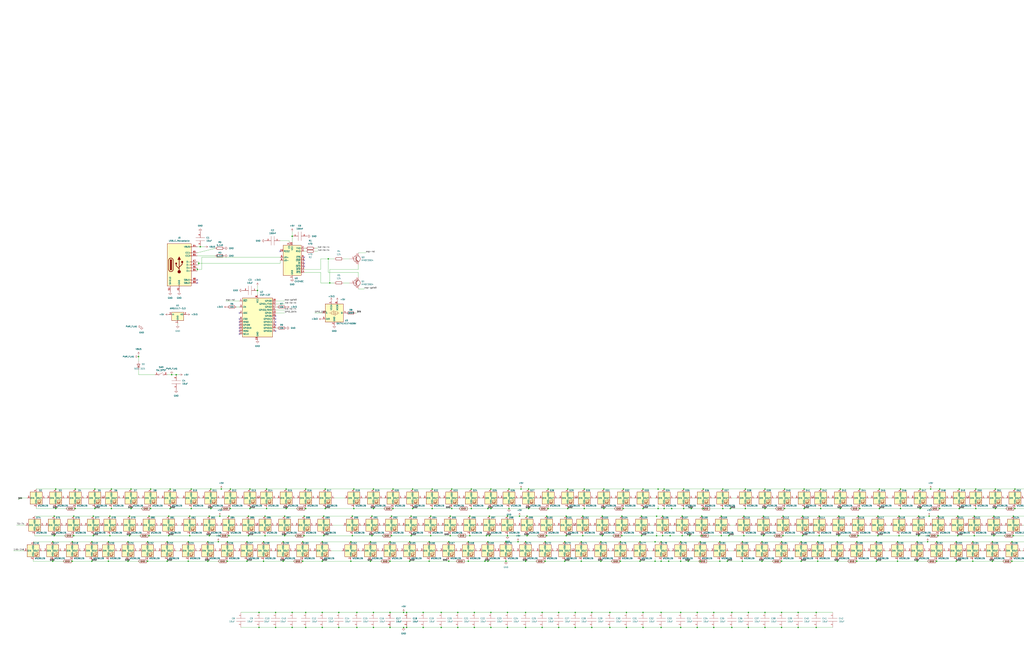
<source format=kicad_sch>
(kicad_sch (version 20211123) (generator eeschema)
  (paper "D")
  (lib_symbols
    (symbol "Connector:USB_C_Receptacle_USB2.0" (pin_names (offset 1.016))
      (property "Reference" "J" (at -10.16 19.05 0))
      (property "Value" "USB_C_Receptacle_USB2.0" (at 19.05 19.05 0))
      (symbol "USB_C_Receptacle_USB2.0_1_1"
        (pin passive line (at 0 -22.86 90) (length 5.08) (name "GND") (number "A1"))
        (pin passive line (at 0 -22.86 90) (length 5.08) hide (name "GND") (number "A12"))
        (pin passive line (at 15.24 15.24 180) (length 5.08) (name "VBUS") (number "A4"))
        (pin bidirectional line (at 15.24 10.16 180) (length 5.08) (name "CC1") (number "A5"))
        (pin bidirectional line (at 15.24 -2.54 180) (length 5.08) (name "D+") (number "A6"))
        (pin bidirectional line (at 15.24 2.54 180) (length 5.08) (name "D-") (number "A7"))
        (pin bidirectional line (at 15.24 -12.7 180) (length 5.08) (name "SBU1") (number "A8"))
        (pin passive line (at 15.24 15.24 180) (length 5.08) hide (name "VBUS") (number "A9"))
        (pin passive line (at 0 -22.86 90) (length 5.08) hide (name "GND") (number "B1"))
        (pin passive line (at 0 -22.86 90) (length 5.08) hide (name "GND") (number "B12"))
        (pin passive line (at 15.24 15.24 180) (length 5.08) hide (name "VBUS") (number "B4"))
        (pin bidirectional line (at 15.24 7.62 180) (length 5.08) (name "CC2") (number "B5"))
        (pin bidirectional line (at 15.24 -5.08 180) (length 5.08) (name "D+") (number "B6"))
        (pin bidirectional line (at 15.24 0 180) (length 5.08) (name "D-") (number "B7"))
        (pin bidirectional line (at 15.24 -15.24 180) (length 5.08) (name "SBU2") (number "B8"))
        (pin passive line (at 15.24 15.24 180) (length 5.08) hide (name "VBUS") (number "B9"))
        (pin passive line (at -7.62 -22.86 90) (length 5.08) (name "SHIELD") (number "S1"))
      )
    )
    (symbol "Device:D" (pin_numbers hide) (pin_names (offset 1.016) hide)
      (property "Reference" "D" (at 0 2.54 0))
      (property "Value" "D" (at 0 -2.54 0))
      (symbol "D_1_1"
        (pin passive line (at -3.81 0 0) (length 2.54) (name "K") (number "1"))
        (pin passive line (at 3.81 0 180) (length 2.54) (name "A") (number "2"))
      )
    )
    (symbol "Device:R" (pin_numbers hide) (pin_names (offset 0))
      (property "Reference" "R" (at 2.032 0 90))
      (property "Value" "R" (at 0 0 90))
      (symbol "R_1_1"
        (pin passive line (at 0 3.81 270) (length 1.27) (name "~") (number "1"))
        (pin passive line (at 0 -3.81 90) (length 1.27) (name "~") (number "2"))
      )
    )
    (symbol "Interface_USB:CH340C"
      (property "Reference" "U" (at -5.08 13.97 0))
      (property "Value" "CH340C" (at 1.27 13.97 0))
      (symbol "CH340C_1_1"
        (pin power_in line (at 0 -15.24 90) (length 2.54) (name "GND") (number "1"))
        (pin input line (at 10.16 0 180) (length 2.54) (name "~{DSR}") (number "10"))
        (pin input line (at 10.16 -2.54 180) (length 2.54) (name "~{RI}") (number "11"))
        (pin input line (at 10.16 -5.08 180) (length 2.54) (name "~{DCD}") (number "12"))
        (pin output line (at 10.16 -7.62 180) (length 2.54) (name "~{DTR}") (number "13"))
        (pin output line (at 10.16 -10.16 180) (length 2.54) (name "~{RTS}") (number "14"))
        (pin input line (at -10.16 7.62 0) (length 2.54) (name "R232") (number "15"))
        (pin power_in line (at 0 15.24 270) (length 2.54) (name "VCC") (number "16"))
        (pin output line (at 10.16 10.16 180) (length 2.54) (name "TXD") (number "2"))
        (pin input line (at 10.16 7.62 180) (length 2.54) (name "RXD") (number "3"))
        (pin passive line (at -2.54 15.24 270) (length 2.54) (name "V3") (number "4"))
        (pin bidirectional line (at -10.16 2.54 0) (length 2.54) (name "UD+") (number "5"))
        (pin bidirectional line (at -10.16 0 0) (length 2.54) (name "UD-") (number "6"))
        (pin no_connect line (at -7.62 -7.62 0) (length 2.54) hide (name "NC") (number "7"))
        (pin no_connect line (at -7.62 -10.16 0) (length 2.54) hide (name "NC") (number "8"))
        (pin input line (at 10.16 2.54 180) (length 2.54) (name "~{CTS}") (number "9"))
      )
    )
    (symbol "LED:WS2812B_2020_pinout" (pin_names (offset 0.254))
      (property "Reference" "D" (at 5.08 5.715 0))
      (property "Value" "WS2812B_2020_pinout" (at 1.27 -5.715 0))
      (symbol "WS2812B_2020_pinout_0_0"
        (text "RGB" (at 2.286 -4.191 0) (effects (font (size 0.762 0.762))))
      )
      (symbol "WS2812B_2020_pinout_1_1"
        (pin output line (at 7.62 0 180) (length 2.54) (name "DOUT") (number "1"))
        (pin power_out line (at 0 -7.62 90) (length 2.54) (name "VSS") (number "2"))
        (pin input line (at -7.62 0 0) (length 2.54) (name "DIN") (number "3"))
        (pin power_in line (at 0 7.62 270) (length 2.54) (name "VDD") (number "4"))
      )
    )
    (symbol "Logic_LevelTranslator:SN74LVC1T45DBV"
      (property "Reference" "U" (at -6.35 8.89 0))
      (property "Value" "SN74LVC1T45DBV" (at 3.81 8.89 0))
      (symbol "SN74LVC1T45DBV_1_1"
        (pin power_in line (at -2.54 10.16 270) (length 2.54) (name "VCCA") (number "1"))
        (pin power_in line (at 0 -10.16 90) (length 2.54) (name "GND") (number "2"))
        (pin bidirectional line (at -10.16 0 0) (length 2.54) (name "A") (number "3"))
        (pin bidirectional line (at 10.16 0 180) (length 2.54) (name "B") (number "4"))
        (pin input line (at -10.16 -5.08 0) (length 2.54) (name "DIR") (number "5"))
        (pin power_in line (at 2.54 10.16 270) (length 2.54) (name "VCCB") (number "6"))
      )
    )
    (symbol "RF_Module:ESP-12F"
      (property "Reference" "U" (at -12.7 19.05 0))
      (property "Value" "ESP-12F" (at 12.7 19.05 0))
      (symbol "ESP-12F_1_1"
        (pin input line (at -15.24 15.24 0) (length 2.54) (name "~{RST}") (number "1"))
        (pin bidirectional line (at -15.24 -2.54 0) (length 2.54) (name "MISO") (number "10"))
        (pin bidirectional line (at -15.24 -5.08 0) (length 2.54) (name "GPIO9") (number "11"))
        (pin bidirectional line (at -15.24 -7.62 0) (length 2.54) (name "GPIO10") (number "12"))
        (pin bidirectional line (at -15.24 -10.16 0) (length 2.54) (name "MOSI") (number "13"))
        (pin bidirectional line (at -15.24 -12.7 0) (length 2.54) (name "SCLK") (number "14"))
        (pin power_in line (at 0 -17.78 90) (length 2.54) (name "GND") (number "15"))
        (pin bidirectional line (at 15.24 -7.62 180) (length 2.54) (name "GPIO15") (number "16"))
        (pin bidirectional line (at 15.24 10.16 180) (length 2.54) (name "GPIO2") (number "17"))
        (pin bidirectional line (at 15.24 15.24 180) (length 2.54) (name "GPIO0") (number "18"))
        (pin bidirectional line (at 15.24 5.08 180) (length 2.54) (name "GPIO4") (number "19"))
        (pin input line (at -15.24 5.08 0) (length 2.54) (name "ADC") (number "2"))
        (pin bidirectional line (at 15.24 2.54 180) (length 2.54) (name "GPIO5") (number "20"))
        (pin bidirectional line (at 15.24 7.62 180) (length 2.54) (name "GPIO3/RXD") (number "21"))
        (pin bidirectional line (at 15.24 12.7 180) (length 2.54) (name "GPIO1/TXD") (number "22"))
        (pin input line (at -15.24 10.16 0) (length 2.54) (name "EN") (number "3"))
        (pin bidirectional line (at 15.24 -10.16 180) (length 2.54) (name "GPIO16") (number "4"))
        (pin bidirectional line (at 15.24 -5.08 180) (length 2.54) (name "GPIO14") (number "5"))
        (pin bidirectional line (at 15.24 0 180) (length 2.54) (name "GPIO12") (number "6"))
        (pin bidirectional line (at 15.24 -2.54 180) (length 2.54) (name "GPIO13") (number "7"))
        (pin power_in line (at 0 20.32 270) (length 2.54) (name "VCC") (number "8"))
        (pin input line (at -15.24 0 0) (length 2.54) (name "CS0") (number "9"))
      )
    )
    (symbol "Regulator_Linear:AMS1117-3.3" (pin_names (offset 0.254))
      (property "Reference" "U" (at -3.81 3.175 0))
      (property "Value" "AMS1117-3.3" (at 0 3.175 0))
      (symbol "AMS1117-3.3_1_1"
        (pin power_in line (at 0 -7.62 90) (length 2.54) (name "GND") (number "1"))
        (pin power_out line (at 7.62 0 180) (length 2.54) (name "VO") (number "2"))
        (pin power_in line (at -7.62 0 0) (length 2.54) (name "VI") (number "3"))
      )
    )
    (symbol "Switch:SW_SPST" (pin_names (offset 0) hide)
      (property "Reference" "SW" (at 0 3.175 0))
      (property "Value" "SW_SPST" (at 0 -2.54 0))
      (symbol "SW_SPST_1_1"
        (pin passive line (at -5.08 0 0) (length 2.54) (name "A") (number "1"))
        (pin passive line (at 5.08 0 180) (length 2.54) (name "B") (number "2"))
      )
    )
    (symbol "Transistor_BJT:MMBT3904" (pin_names (offset 0) hide)
      (property "Reference" "Q" (at 5.08 1.905 0))
      (property "Value" "MMBT3904" (at 5.08 0 0))
      (symbol "MMBT3904_1_1"
        (pin input line (at -5.08 0 0) (length 5.715) (name "B") (number "1"))
        (pin passive line (at 2.54 -5.08 90) (length 2.54) (name "E") (number "2"))
        (pin passive line (at 2.54 5.08 270) (length 2.54) (name "C") (number "3"))
      )
    )
    (symbol "power:+3.3V" (power) (pin_names (offset 0))
      (property "Value" "+3.3V" (at 0 3.556 0))
      (symbol "+3.3V_1_1"
        (pin power_in line (at 0 0 90) (length 0) hide (name "+3V3") (number "1"))
      )
    )
    (symbol "power:+5V" (power) (pin_names (offset 0))
      (property "Value" "+5V" (at 0 3.556 0))
      (symbol "+5V_1_1"
        (pin power_in line (at 0 0 90) (length 0) hide (name "+5V") (number "1"))
      )
    )
    (symbol "power:GND" (power) (pin_names (offset 0))
      (property "Value" "GND" (at 0 -3.81 0))
      (symbol "GND_1_1"
        (pin power_in line (at 0 0 270) (length 0) hide (name "GND") (number "1"))
      )
    )
    (symbol "power:PWR_FLAG" (power) (pin_numbers hide) (pin_names (offset 0) hide)
      (property "Value" "PWR_FLAG" (at 0 3.81 0))
      (symbol "PWR_FLAG_0_0"
        (pin power_out line (at 0 0 90) (length 0) (name "pwr") (number "1"))
      )
    )
    (symbol "power:VBUS" (power) (pin_names (offset 0))
      (property "Value" "VBUS" (at 0 3.81 0))
      (symbol "VBUS_1_1"
        (pin power_in line (at 0 0 90) (length 0) hide (name "VBUS") (number "1"))
      )
    )
    (symbol "pspice:C" (pin_names (offset 0.254))
      (property "Reference" "C" (at 2.54 3.81 90))
      (property "Value" "C" (at 2.54 -3.81 90))
      (symbol "C_1_1"
        (pin passive line (at 0 6.35 270) (length 5.08) (name "~") (number "1"))
        (pin passive line (at 0 -6.35 90) (length 5.08) (name "~") (number "2"))
      )
    )
  )
  (junction (at 791.21 435.61))
  (junction (at 659.13 529.59))
  (junction (at 557.53 473.71))
  (junction (at 806.45 473.71))
  (junction (at 838.2 435.61))
  (junction (at 927.1 457.2))
  (junction (at 439.42 412.75))
  (junction (at 462.28 429.26))
  (junction (at 1174.75 412.75))
  (junction (at 524.51 435.61))
  (junction (at 911.86 435.61))
  (junction (at 491.49 452.12))
  (junction (at 63.5 429.26))
  (junction (at 615.95 429.26))
  (junction (at 627.38 452.12))
  (junction (at 167.64 222.25))
  (junction (at 396.24 452.12))
  (junction (at 628.65 429.26))
  (junction (at 1010.92 435.61))
  (junction (at 210.82 412.75))
  (junction (at 62.23 435.61))
  (junction (at 944.88 435.61))
  (junction (at 436.88 457.2))
  (junction (at 628.65 412.75))
  (junction (at 363.22 435.61))
  (junction (at 575.31 435.61))
  (junction (at 295.91 473.71))
  (junction (at 690.88 435.61))
  (junction (at 1181.1 429.26))
  (junction (at 328.93 473.71))
  (junction (at 1164.59 429.26))
  (junction (at 78.74 435.61))
  (junction (at 379.73 435.61))
  (junction (at 593.09 429.26))
  (junction (at 1153.16 429.26))
  (junction (at 995.68 412.75))
  (junction (at 300.99 516.89))
  (junction (at 491.49 435.61))
  (junction (at 1012.19 429.26))
  (junction (at 110.49 412.75))
  (junction (at 1088.39 473.71))
  (junction (at 1075.69 435.61))
  (junction (at 161.29 429.26))
  (junction (at 913.13 429.26))
  (junction (at 807.72 435.61))
  (junction (at 782.32 457.2))
  (junction (at 1196.34 452.12))
  (junction (at 593.09 412.75))
  (junction (at 461.01 435.61))
  (junction (at 125.73 452.12))
  (junction (at 643.89 452.12))
  (junction (at 661.67 412.75))
  (junction (at 372.11 529.59))
  (junction (at 820.42 457.2))
  (junction (at 222.25 473.71))
  (junction (at 1024.89 457.2))
  (junction (at 168.91 208.28))
  (junction (at 910.59 473.71))
  (junction (at 774.7 452.12))
  (junction (at 77.47 473.71))
  (junction (at 186.69 412.75))
  (junction (at 378.46 457.2))
  (junction (at 477.52 435.61))
  (junction (at 1189.99 435.61))
  (junction (at 689.61 457.2))
  (junction (at 241.3 429.26))
  (junction (at 979.17 412.75))
  (junction (at 525.78 429.26))
  (junction (at 558.8 435.61))
  (junction (at 661.67 429.26))
  (junction (at 822.96 429.26))
  (junction (at 297.18 435.61))
  (junction (at 232.41 529.59))
  (junction (at 184.15 457.2))
  (junction (at 160.02 452.12))
  (junction (at 177.8 412.75))
  (junction (at 63.5 412.75))
  (junction (at 774.7 435.61))
  (junction (at 723.9 452.12))
  (junction (at 246.38 199.39))
  (junction (at 45.72 435.61))
  (junction (at 692.15 412.75))
  (junction (at 607.06 473.71))
  (junction (at 707.39 452.12))
  (junction (at 400.05 516.89))
  (junction (at 471.17 516.89))
  (junction (at 1043.94 429.26))
  (junction (at 1139.19 452.12))
  (junction (at 895.35 435.61))
  (junction (at 528.32 529.59))
  (junction (at 257.81 412.75))
  (junction (at 62.23 452.12))
  (junction (at 1090.93 412.75))
  (junction (at 854.71 435.61))
  (junction (at 645.16 516.89))
  (junction (at 784.86 412.75))
  (junction (at 609.6 429.26))
  (junction (at 740.41 452.12))
  (junction (at 346.71 435.61))
  (junction (at 506.73 457.2))
  (junction (at 93.98 429.26))
  (junction (at 1189.99 452.12))
  (junction (at 509.27 429.26))
  (junction (at 140.97 473.71))
  (junction (at 411.48 473.71))
  (junction (at 946.15 412.75))
  (junction (at 1106.17 435.61))
  (junction (at 1178.56 473.71))
  (junction (at 1026.16 435.61))
  (junction (at 591.82 452.12))
  (junction (at 509.27 412.75))
  (junction (at 429.26 412.75))
  (junction (at 741.68 412.75))
  (junction (at 869.95 473.71))
  (junction (at 853.44 473.71))
  (junction (at 688.34 516.89))
  (junction (at 961.39 435.61))
  (junction (at 444.5 452.12))
  (junction (at 328.93 529.59))
  (junction (at 962.66 429.26))
  (junction (at 1122.68 452.12))
  (junction (at 116.84 300.99))
  (junction (at 361.95 473.71))
  (junction (at 160.02 435.61))
  (junction (at 1150.62 473.71))
  (junction (at 739.14 457.2))
  (junction (at 542.29 529.59))
  (junction (at 822.96 412.75))
  (junction (at 1007.11 473.71))
  (junction (at 345.44 457.2))
  (junction (at 1059.18 452.12))
  (junction (at 140.97 457.2))
  (junction (at 328.93 457.2))
  (junction (at 1156.97 452.12))
  (junction (at 1012.19 412.75))
  (junction (at 855.98 412.75))
  (junction (at 372.11 516.89))
  (junction (at 427.99 529.59))
  (junction (at 1207.77 429.26))
  (junction (at 676.91 452.12))
  (junction (at 675.64 457.2))
  (junction (at 1158.24 429.26))
  (junction (at 471.17 529.59))
  (junction (at 124.46 457.2))
  (junction (at 1010.92 452.12))
  (junction (at 617.22 516.89))
  (junction (at 412.75 452.12))
  (junction (at 1123.95 429.26))
  (junction (at 927.1 473.71))
  (junction (at 381 429.26))
  (junction (at 508 435.61))
  (junction (at 960.12 473.71))
  (junction (at 285.75 529.59))
  (junction (at 1026.16 452.12))
  (junction (at 839.47 429.26))
  (junction (at 1206.5 435.61))
  (junction (at 427.99 452.12))
  (junction (at 44.45 457.2))
  (junction (at 1151.89 452.12))
  (junction (at 107.95 457.2))
  (junction (at 872.49 429.26))
  (junction (at 1207.77 412.75))
  (junction (at 759.46 412.75))
  (junction (at 1057.91 473.71))
  (junction (at 806.45 457.2))
  (junction (at 976.63 473.71))
  (junction (at 492.76 429.26))
  (junction (at 792.48 429.26))
  (junction (at 1037.59 412.75))
  (junction (at 1191.26 429.26))
  (junction (at 961.39 452.12))
  (junction (at 1106.17 452.12))
  (junction (at 46.99 412.75))
  (junction (at 364.49 429.26))
  (junction (at 1076.96 412.75))
  (junction (at 462.28 412.75))
  (junction (at 659.13 457.2))
  (junction (at 659.13 473.71))
  (junction (at 590.55 473.71))
  (junction (at 340.36 516.89))
  (junction (at 977.9 452.12))
  (junction (at 209.55 435.61))
  (junction (at 783.59 435.61))
  (junction (at 1140.46 429.26))
  (junction (at 394.97 473.71))
  (junction (at 929.64 429.26))
  (junction (at 539.75 473.71))
  (junction (at 675.64 473.71))
  (junction (at 601.98 516.89))
  (junction (at 528.32 516.89))
  (junction (at 363.22 452.12))
  (junction (at 1206.5 452.12))
  (junction (at 477.52 452.12))
  (junction (at 821.69 452.12))
  (junction (at 45.72 452.12))
  (junction (at 314.96 529.59))
  (junction (at 300.99 529.59))
  (junction (at 523.24 473.71))
  (junction (at 722.63 473.71))
  (junction (at 485.14 516.89))
  (junction (at 626.11 457.2))
  (junction (at 408.94 473.71))
  (junction (at 1123.95 412.75))
  (junction (at 722.63 457.2))
  (junction (at 208.28 473.71))
  (junction (at 994.41 435.61))
  (junction (at 557.53 516.89))
  (junction (at 412.75 435.61))
  (junction (at 109.22 435.61))
  (junction (at 91.44 473.71))
  (junction (at 1162.05 473.71))
  (junction (at 438.15 435.61))
  (junction (at 361.95 457.2))
  (junction (at 476.25 473.71))
  (junction (at 356.87 516.89))
  (junction (at 60.96 457.2))
  (junction (at 161.29 412.75))
  (junction (at 588.01 516.89))
  (junction (at 508 452.12))
  (junction (at 820.42 473.71))
  (junction (at 1057.91 457.2))
  (junction (at 607.06 457.2))
  (junction (at 642.62 473.71))
  (junction (at 552.45 457.2))
  (junction (at 1089.66 452.12))
  (junction (at 553.72 435.61))
  (junction (at 256.54 435.61))
  (junction (at 1060.45 412.75))
  (junction (at 330.2 452.12))
  (junction (at 1042.67 435.61))
  (junction (at 185.42 435.61))
  (junction (at 177.8 429.26))
  (junction (at 524.51 452.12))
  (junction (at 80.01 412.75))
  (junction (at 574.04 529.59))
  (junction (at 741.68 429.26))
  (junction (at 1027.43 412.75))
  (junction (at 601.98 529.59))
  (junction (at 429.26 429.26))
  (junction (at 175.26 473.71))
  (junction (at 977.9 435.61))
  (junction (at 1122.68 435.61))
  (junction (at 557.53 529.59))
  (junction (at 1027.43 429.26))
  (junction (at 271.78 529.59))
  (junction (at 1163.32 452.12))
  (junction (at 1024.89 473.71))
  (junction (at 773.43 457.2))
  (junction (at 995.68 429.26))
  (junction (at 218.44 516.89))
  (junction (at 643.89 435.61))
  (junction (at 836.93 473.71))
  (junction (at 580.39 473.71))
  (junction (at 426.72 473.71))
  (junction (at 191.77 457.2))
  (junction (at 240.03 435.61))
  (junction (at 312.42 473.71))
  (junction (at 895.35 452.12))
  (junction (at 238.76 473.71))
  (junction (at 109.22 452.12))
  (junction (at 1036.32 435.61))
  (junction (at 690.88 452.12))
  (junction (at 124.46 473.71))
  (junction (at 759.46 429.26))
  (junction (at 775.97 412.75))
  (junction (at 297.18 452.12))
  (junction (at 581.66 452.12))
  (junction (at 659.13 516.89))
  (junction (at 356.87 529.59))
  (junction (at 631.19 529.59))
  (junction (at 208.28 457.2))
  (junction (at 642.62 457.2))
  (junction (at 688.34 529.59))
  (junction (at 1195.07 473.71))
  (junction (at 223.52 452.12))
  (junction (at 627.38 435.61))
  (junction (at 194.31 429.26))
  (junction (at 566.42 429.26))
  (junction (at 565.15 452.12))
  (junction (at 560.07 412.75))
  (junction (at 271.78 457.2))
  (junction (at 590.55 457.2))
  (junction (at 853.44 457.2))
  (junction (at 614.68 452.12))
  (junction (at 397.51 429.26))
  (junction (at 490.22 457.2))
  (junction (at 929.64 412.75))
  (junction (at 554.99 412.75))
  (junction (at 896.62 412.75))
  (junction (at 1008.38 452.12))
  (junction (at 944.88 452.12))
  (junction (at 328.93 516.89))
  (junction (at 271.78 473.71))
  (junction (at 285.75 516.89))
  (junction (at 673.1 516.89))
  (junction (at 1041.4 473.71))
  (junction (at 539.75 457.2))
  (junction (at 410.21 452.12))
  (junction (at 127 412.75))
  (junction (at 209.55 452.12))
  (junction (at 1191.26 412.75))
  (junction (at 223.52 435.61))
  (junction (at 807.72 452.12))
  (junction (at 459.74 473.71))
  (junction (at 246.38 529.59))
  (junction (at 476.25 457.2))
  (junction (at 379.73 452.12))
  (junction (at 725.17 412.75))
  (junction (at 345.44 473.71))
  (junction (at 514.35 529.59))
  (junction (at 414.02 516.89))
  (junction (at 224.79 412.75))
  (junction (at 457.2 529.59))
  (junction (at 394.97 457.2))
  (junction (at 725.17 429.26))
  (junction (at 773.43 473.71))
  (junction (at 541.02 435.61))
  (junction (at 1009.65 429.26))
  (junction (at 1043.94 412.75))
  (junction (at 740.41 435.61))
  (junction (at 574.04 473.71))
  (junction (at 411.48 429.26))
  (junction (at 92.71 435.61))
  (junction (at 445.77 412.75))
  (junction (at 278.13 238.76))
  (junction (at 176.53 452.12))
  (junction (at 459.74 457.2))
  (junction (at 346.71 452.12))
  (junction (at 125.73 435.61))
  (junction (at 894.08 457.2))
  (junction (at 1173.48 435.61))
  (junction (at 176.53 435.61))
  (junction (at 314.96 429.26))
  (junction (at 400.05 529.59))
  (junction (at 871.22 435.61))
  (junction (at 575.31 452.12))
  (junction (at 928.37 452.12))
  (junction (at 492.76 412.75))
  (junction (at 558.8 452.12))
  (junction (at 191.77 473.71))
  (junction (at 276.86 218.44))
  (junction (at 792.48 412.75))
  (junction (at 240.03 452.12))
  (junction (at 110.49 429.26))
  (junction (at 706.12 473.71))
  (junction (at 342.9 516.89))
  (junction (at 871.22 452.12))
  (junction (at 943.61 473.71))
  (junction (at 808.99 412.75))
  (junction (at 1041.4 457.2))
  (junction (at 553.72 452.12))
  (junction (at 758.19 435.61))
  (junction (at 414.02 412.75))
  (junction (at 894.08 473.71))
  (junction (at 478.79 429.26))
  (junction (at 574.04 516.89))
  (junction (at 591.82 435.61))
  (junction (at 364.49 412.75))
  (junction (at 298.45 429.26))
  (junction (at 608.33 452.12))
  (junction (at 576.58 412.75))
  (junction (at 273.05 452.12))
  (junction (at 443.23 529.59))
  (junction (at 1179.83 452.12))
  (junction (at 255.27 473.71))
  (junction (at 273.05 435.61))
  (junction (at 238.76 457.2))
  (junction (at 1150.62 457.2))
  (junction (at 445.77 429.26))
  (junction (at 514.35 516.89))
  (junction (at 257.81 516.89))
  (junction (at 255.27 457.2))
  (junction (at 913.13 412.75))
  (junction (at 563.88 473.71))
  (junction (at 427.99 435.61))
  (junction (at 542.29 429.26))
  (junction (at 143.51 429.26))
  (junction (at 617.22 529.59))
  (junction (at 222.25 457.2))
  (junction (at 552.45 473.71))
  (junction (at 943.61 457.2))
  (junction (at 626.11 473.71))
  (junction (at 80.01 429.26))
  (junction (at 127 429.26))
  (junction (at 218.44 529.59))
  (junction (at 1074.42 473.71))
  (junction (at 386.08 516.89))
  (junction (at 946.15 429.26))
  (junction (at 93.98 412.75))
  (junction (at 443.23 516.89))
  (junction (at 872.49 412.75))
  (junction (at 910.59 457.2))
  (junction (at 217.17 245.11))
  (junction (at 506.73 473.71))
  (junction (at 396.24 435.61))
  (junction (at 758.19 452.12))
  (junction (at 257.81 529.59))
  (junction (at 678.18 429.26))
  (junction (at 1139.19 435.61))
  (junction (at 91.44 457.2))
  (junction (at 457.2 516.89))
  (junction (at 645.16 412.75))
  (junction (at 444.5 435.61))
  (junction (at 381 412.75))
  (junction (at 789.94 457.2))
  (junction (at 993.14 473.71))
  (junction (at 821.69 435.61))
  (junction (at 723.9 435.61))
  (junction (at 588.01 529.59))
  (junction (at 708.66 412.75))
  (junction (at 576.58 429.26))
  (junction (at 613.41 473.71))
  (junction (at 660.4 452.12))
  (junction (at 707.39 435.61))
  (junction (at 896.62 429.26))
  (junction (at 960.12 457.2))
  (junction (at 1121.41 473.71))
  (junction (at 143.51 412.75))
  (junction (at 1173.48 452.12))
  (junction (at 386.08 529.59))
  (junction (at 673.1 529.59))
  (junction (at 1174.75 429.26))
  (junction (at 1090.93 429.26))
  (junction (at 144.78 316.23))
  (junction (at 542.29 412.75))
  (junction (at 836.93 457.2))
  (junction (at 1059.18 435.61))
  (junction (at 443.23 473.71))
  (junction (at 1104.9 473.71))
  (junction (at 523.24 457.2))
  (junction (at 142.24 452.12))
  (junction (at 107.95 473.71))
  (junction (at 1042.67 452.12))
  (junction (at 1076.96 429.26))
  (junction (at 313.69 435.61))
  (junction (at 443.23 457.2))
  (junction (at 689.61 473.71))
  (junction (at 485.14 529.59))
  (junction (at 246.38 516.89))
  (junction (at 928.37 435.61))
  (junction (at 756.92 457.2))
  (junction (at 411.48 457.2))
  (junction (at 414.02 429.26))
  (junction (at 340.36 529.59))
  (junction (at 193.04 452.12))
  (junction (at 789.94 473.71))
  (junction (at 142.24 435.61))
  (junction (at 979.17 429.26))
  (junction (at 175.26 457.2))
  (junction (at 490.22 473.71))
  (junction (at 808.99 429.26))
  (junction (at 158.75 473.71))
  (junction (at 347.98 429.26))
  (junction (at 427.99 516.89))
  (junction (at 554.99 429.26))
  (junction (at 1140.46 412.75))
  (junction (at 645.16 429.26))
  (junction (at 838.2 452.12))
  (junction (at 1009.65 473.71))
  (junction (at 1158.24 412.75))
  (junction (at 1060.45 429.26))
  (junction (at 78.74 452.12))
  (junction (at 92.71 452.12))
  (junction (at 609.6 412.75))
  (junction (at 46.99 429.26))
  (junction (at 739.14 473.71))
  (junction (at 274.32 429.26))
  (junction (at 839.47 412.75))
  (junction (at 397.51 412.75))
  (junction (at 976.63 457.2))
  (junction (at 542.29 516.89))
  (junction (at 608.33 435.61))
  (junction (at 678.18 412.75))
  (junction (at 854.71 452.12))
  (junction (at 1205.23 473.71))
  (junction (at 499.11 516.89))
  (junction (at 1075.69 452.12))
  (junction (at 426.72 457.2))
  (junction (at 241.3 412.75))
  (junction (at 645.16 529.59))
  (junction (at 60.96 473.71))
  (junction (at 582.93 429.26))
  (junction (at 706.12 457.2))
  (junction (at 193.04 435.61))
  (junction (at 574.04 457.2))
  (junction (at 461.01 452.12))
  (junction (at 44.45 473.71))
  (junction (at 414.02 529.59))
  (junction (at 791.21 452.12))
  (junction (at 708.66 429.26))
  (junction (at 347.98 412.75))
  (junction (at 274.32 412.75))
  (junction (at 314.96 516.89))
  (junction (at 869.95 457.2))
  (junction (at 994.41 452.12))
  (junction (at 331.47 429.26))
  (junction (at 194.31 412.75))
  (junction (at 676.91 435.61))
  (junction (at 1089.66 435.61))
  (junction (at 1107.44 429.26))
  (junction (at 756.92 473.71))
  (junction (at 1153.16 412.75))
  (junction (at 911.86 452.12))
  (junction (at 210.82 429.26))
  (junction (at 1035.05 457.2))
  (junction (at 962.66 412.75))
  (junction (at 1009.65 457.2))
  (junction (at 775.97 429.26))
  (junction (at 557.53 457.2))
  (junction (at 1137.92 473.71))
  (junction (at 166.37 227.33))
  (junction (at 993.14 457.2))
  (junction (at 224.79 429.26))
  (junction (at 1107.44 412.75))
  (junction (at 298.45 412.75))
  (junction (at 855.98 429.26))
  (junction (at 631.19 516.89))
  (junction (at 1156.97 435.61))
  (junction (at 331.47 412.75))
  (junction (at 148.59 316.23))
  (junction (at 77.47 457.2))
  (junction (at 378.46 473.71))
  (junction (at 478.79 412.75))
  (junction (at 342.9 529.59))
  (junction (at 312.42 457.2))
  (junction (at 295.91 457.2))
  (junction (at 541.02 452.12))
  (junction (at 330.2 435.61))
  (junction (at 257.81 429.26))
  (junction (at 313.69 452.12))
  (junction (at 1151.89 435.61))
  (junction (at 525.78 412.75))
  (junction (at 660.4 435.61))
  (junction (at 232.41 516.89))
  (junction (at 271.78 516.89))
  (junction (at 692.15 429.26))
  (junction (at 256.54 452.12))
  (junction (at 314.96 412.75))
  (junction (at 1197.61 429.26))
  (junction (at 499.11 529.59))
  (junction (at 560.07 429.26))
  (junction (at 158.75 457.2))
  (no_connect (at 201.93 281.94))
  (no_connect (at 201.93 279.4))
  (no_connect (at 201.93 274.32))
  (no_connect (at 256.54 219.71))
  (no_connect (at 1066.8 464.82))
  (no_connect (at 201.93 269.24))
  (no_connect (at 201.93 276.86))
  (no_connect (at 166.37 238.76))
  (no_connect (at 236.22 212.09))
  (no_connect (at 232.41 279.4))
  (no_connect (at 201.93 264.16))
  (no_connect (at 256.54 224.79))
  (no_connect (at 232.41 271.78))
  (no_connect (at 232.41 269.24))
  (no_connect (at 166.37 236.22))
  (no_connect (at 256.54 222.25))
  (no_connect (at 232.41 266.7))
  (no_connect (at 201.93 271.78))
  (no_connect (at 256.54 217.17))
  (no_connect (at 232.41 274.32))
  (wire (pts (xy 626.11 472.44) (xy 626.11 473.71)))
  (wire (pts (xy 116.84 316.23) (xy 130.81 316.23)))
  (wire (pts (xy 567.69 420.37) (xy 568.96 420.37)))
  (wire (pts (xy 232.41 516.89) (xy 218.44 516.89)))
  (wire (pts (xy 580.39 473.71) (xy 580.39 472.44)))
  (wire (pts (xy 642.62 473.71) (xy 642.62 472.44)))
  (wire (pts (xy 666.75 464.82) (xy 668.02 464.82)))
  (wire (pts (xy 706.12 473.71) (xy 722.63 473.71)))
  (wire (pts (xy 977.9 450.85) (xy 977.9 452.12)))
  (wire (pts (xy 1228.09 449.58) (xy 1228.09 452.12)))
  (wire (pts (xy 1010.92 435.61) (xy 1026.16 435.61)))
  (wire (pts (xy 1150.62 457.2) (xy 1205.23 457.2)))
  (wire (pts (xy 256.54 450.85) (xy 256.54 452.12)))
  (wire (pts (xy 894.08 472.44) (xy 894.08 473.71)))
  (wire (pts (xy 1163.32 450.85) (xy 1163.32 452.12)))
  (wire (pts (xy 273.05 435.61) (xy 297.18 435.61)))
  (wire (pts (xy 661.67 427.99) (xy 661.67 429.26)))
  (wire (pts (xy 331.47 412.75) (xy 347.98 412.75)))
  (wire (pts (xy 483.87 443.23) (xy 485.14 443.23)))
  (wire (pts (xy 836.93 473.71) (xy 853.44 473.71)))
  (wire (pts (xy 946.15 412.75) (xy 962.66 412.75)))
  (wire (pts (xy 142.24 435.61) (xy 160.02 435.61)))
  (wire (pts (xy 1024.89 472.44) (xy 1024.89 473.71)))
  (wire (pts (xy 732.79 420.37) (xy 734.06 420.37)))
  (wire (pts (xy 528.32 529.59) (xy 542.29 529.59)))
  (wire (pts (xy 645.16 429.26) (xy 661.67 429.26)))
  (wire (pts (xy 69.85 443.23) (xy 71.12 443.23)))
  (wire (pts (xy 675.64 472.44) (xy 675.64 473.71)))
  (wire (pts (xy 379.73 452.12) (xy 396.24 452.12)))
  (wire (pts (xy 514.35 464.82) (xy 515.62 464.82)))
  (wire (pts (xy 633.73 464.82) (xy 635 464.82)))
  (wire (pts (xy 1009.65 429.26) (xy 1012.19 429.26)))
  (wire (pts (xy 223.52 452.12) (xy 240.03 452.12)))
  (wire (pts (xy 1197.61 429.26) (xy 1207.77 429.26)))
  (wire (pts (xy 271.78 516.89) (xy 285.75 516.89)))
  (wire (pts (xy 557.53 472.44) (xy 557.53 473.71)))
  (wire (pts (xy 869.95 472.44) (xy 869.95 473.71)))
  (wire (pts (xy 328.93 472.44) (xy 328.93 473.71)))
  (wire (pts (xy 116.84 312.42) (xy 116.84 316.23)))
  (wire (pts (xy 636.27 420.37) (xy 637.54 420.37)))
  (wire (pts (xy 715.01 443.23) (xy 716.28 443.23)))
  (wire (pts (xy 273.05 452.12) (xy 297.18 452.12)))
  (wire (pts (xy 1007.11 473.71) (xy 1009.65 473.71)))
  (wire (pts (xy 342.9 516.89) (xy 356.87 516.89)))
  (wire (pts (xy 443.23 473.71) (xy 459.74 473.71)))
  (wire (pts (xy 210.82 412.75) (xy 224.79 412.75)))
  (wire (pts (xy 452.12 443.23) (xy 453.39 443.23)))
  (wire (pts (xy 678.18 412.75) (xy 692.15 412.75)))
  (wire (pts (xy 668.02 443.23) (xy 669.29 443.23)))
  (wire (pts (xy 723.9 435.61) (xy 740.41 435.61)))
  (wire (pts (xy 410.21 450.85) (xy 410.21 452.12)))
  (wire (pts (xy 509.27 429.26) (xy 509.27 427.99)))
  (wire (pts (xy 100.33 443.23) (xy 101.6 443.23)))
  (wire (pts (xy 673.1 516.89) (xy 688.34 516.89)))
  (wire (pts (xy 557.53 516.89) (xy 574.04 516.89)))
  (wire (pts (xy 1098.55 420.37) (xy 1099.82 420.37)))
  (wire (pts (xy 372.11 516.89) (xy 386.08 516.89)))
  (wire (pts (xy 429.26 429.26) (xy 445.77 429.26)))
  (wire (pts (xy 756.92 472.44) (xy 756.92 473.71)))
  (wire (pts (xy 140.97 472.44) (xy 140.97 473.71)))
  (wire (pts (xy 820.42 473.71) (xy 836.93 473.71)))
  (wire (pts (xy 689.61 457.2) (xy 706.12 457.2)))
  (wire (pts (xy 1174.75 412.75) (xy 1191.26 412.75)))
  (wire (pts (xy 765.81 443.23) (xy 767.08 443.23)))
  (wire (pts (xy 1197.61 427.99) (xy 1197.61 429.26)))
  (wire (pts (xy 1121.41 472.44) (xy 1121.41 473.71)))
  (wire (pts (xy 836.93 457.2) (xy 853.44 457.2)))
  (wire (pts (xy 223.52 450.85) (xy 223.52 452.12)))
  (wire (pts (xy 247.65 443.23) (xy 248.92 443.23)))
  (wire (pts (xy 1041.4 457.2) (xy 1057.91 457.2)))
  (wire (pts (xy 554.99 426.72) (xy 554.99 429.26)))
  (wire (pts (xy 462.28 429.26) (xy 478.79 429.26)))
  (wire (pts (xy 240.03 435.61) (xy 256.54 435.61)))
  (wire (pts (xy 499.11 516.89) (xy 514.35 516.89)))
  (wire (pts (xy 302.26 229.87) (xy 276.86 229.87)))
  (wire (pts (xy 1123.95 427.99) (xy 1123.95 429.26)))
  (wire (pts (xy 328.93 457.2) (xy 345.44 457.2)))
  (wire (pts (xy 628.65 427.99) (xy 628.65 429.26)))
  (wire (pts (xy 576.58 429.26) (xy 582.93 429.26)))
  (wire (pts (xy 345.44 473.71) (xy 361.95 473.71)))
  (wire (pts (xy 85.09 443.23) (xy 86.36 443.23)))
  (wire (pts (xy 1150.62 471.17) (xy 1150.62 473.71)))
  (wire (pts (xy 1033.78 443.23) (xy 1035.05 443.23)))
  (wire (pts (xy 364.49 412.75) (xy 381 412.75)))
  (wire (pts (xy 313.69 435.61) (xy 330.2 435.61)))
  (wire (pts (xy 328.93 473.71) (xy 345.44 473.71)))
  (wire (pts (xy 525.78 412.75) (xy 542.29 412.75)))
  (wire (pts (xy 209.55 452.12) (xy 223.52 452.12)))
  (wire (pts (xy 698.5 443.23) (xy 699.77 443.23)))
  (wire (pts (xy 651.51 443.23) (xy 652.78 443.23)))
  (wire (pts (xy 468.63 443.23) (xy 469.9 443.23)))
  (wire (pts (xy 175.26 457.2) (xy 184.15 457.2)))
  (wire (pts (xy 774.7 452.12) (xy 791.21 452.12)))
  (wire (pts (xy 378.46 457.2) (xy 394.97 457.2)))
  (wire (pts (xy 63.5 429.26) (xy 80.01 429.26)))
  (wire (pts (xy 314.96 529.59) (xy 328.93 529.59)))
  (wire (pts (xy 1115.06 420.37) (xy 1116.33 420.37)))
  (wire (pts (xy 541.02 435.61) (xy 553.72 435.61)))
  (wire (pts (xy 1150.62 473.71) (xy 1162.05 473.71)))
  (wire (pts (xy 115.57 464.82) (xy 116.84 464.82)))
  (wire (pts (xy 143.51 427.99) (xy 143.51 429.26)))
  (wire (pts (xy 394.97 472.44) (xy 394.97 473.71)))
  (wire (pts (xy 706.12 473.71) (xy 706.12 472.44)))
  (wire (pts (xy 574.04 529.59) (xy 588.01 529.59)))
  (wire (pts (xy 71.12 420.37) (xy 72.39 420.37)))
  (wire (pts (xy 408.94 473.71) (xy 411.48 473.71)))
  (wire (pts (xy 800.1 420.37) (xy 801.37 420.37)))
  (wire (pts (xy 660.4 452.12) (xy 676.91 452.12)))
  (wire (pts (xy 557.53 457.2) (xy 574.04 457.2)))
  (wire (pts (xy 582.93 443.23) (xy 584.2 443.23)))
  (wire (pts (xy 643.89 452.12) (xy 643.89 450.85)))
  (wire (pts (xy 946.15 429.26) (xy 962.66 429.26)))
  (wire (pts (xy 255.27 472.44) (xy 255.27 473.71)))
  (wire (pts (xy 435.61 443.23) (xy 436.88 443.23)))
  (wire (pts (xy 175.26 473.71) (xy 191.77 473.71)))
  (wire (pts (xy 1191.26 427.99) (xy 1191.26 429.26)))
  (wire (pts (xy 1026.16 435.61) (xy 1036.32 435.61)))
  (wire (pts (xy 241.3 412.75) (xy 257.81 412.75)))
  (wire (pts (xy 1026.16 452.12) (xy 1042.67 452.12)))
  (wire (pts (xy 565.15 452.12) (xy 575.31 452.12)))
  (wire (pts (xy 1229.36 426.72) (xy 1229.36 429.26)))
  (wire (pts (xy 838.2 435.61) (xy 854.71 435.61)))
  (wire (pts (xy 241.3 429.26) (xy 241.3 427.99)))
  (wire (pts (xy 609.6 412.75) (xy 628.65 412.75)))
  (wire (pts (xy 643.89 452.12) (xy 660.4 452.12)))
  (wire (pts (xy 148.59 316.23) (xy 151.13 316.23)))
  (wire (pts (xy 1137.92 473.71) (xy 1150.62 473.71)))
  (wire (pts (xy 678.18 429.26) (xy 692.15 429.26)))
  (wire (pts (xy 80.01 427.99) (xy 80.01 429.26)))
  (wire (pts (xy 459.74 457.2) (xy 476.25 457.2)))
  (wire (pts (xy 951.23 464.82) (xy 952.5 464.82)))
  (wire (pts (xy 676.91 435.61) (xy 690.88 435.61)))
  (wire (pts (xy 758.19 450.85) (xy 758.19 452.12)))
  (wire (pts (xy 659.13 529.59) (xy 673.1 529.59)))
  (wire (pts (xy 77.47 472.44) (xy 77.47 473.71)))
  (wire (pts (xy 167.64 222.25) (xy 167.64 220.98)))
  (wire (pts (xy 689.61 472.44) (xy 689.61 473.71)))
  (wire (pts (xy 248.92 420.37) (xy 250.19 420.37)))
  (wire (pts (xy 1182.37 420.37) (xy 1183.64 420.37)))
  (wire (pts (xy 1178.56 473.71) (xy 1178.56 472.44)))
  (wire (pts (xy 591.82 450.85) (xy 591.82 452.12)))
  (wire (pts (xy 1153.16 426.72) (xy 1153.16 429.26)))
  (wire (pts (xy 533.4 420.37) (xy 534.67 420.37)))
  (wire (pts (xy 1130.3 443.23) (xy 1131.57 443.23)))
  (wire (pts (xy 273.05 450.85) (xy 273.05 452.12)))
  (wire (pts (xy 339.09 420.37) (xy 340.36 420.37)))
  (wire (pts (xy 492.76 427.99) (xy 492.76 429.26)))
  (wire (pts (xy 443.23 473.71) (xy 443.23 472.44)))
  (wire (pts (xy 289.56 238.76) (xy 294.64 238.76)))
  (wire (pts (xy 821.69 452.12) (xy 838.2 452.12)))
  (wire (pts (xy 217.17 241.3) (xy 217.17 245.11)))
  (wire (pts (xy 408.94 472.44) (xy 408.94 473.71)))
  (wire (pts (xy 303.53 464.82) (xy 304.8 464.82)))
  (wire (pts (xy 853.44 473.71) (xy 869.95 473.71)))
  (wire (pts (xy 257.81 412.75) (xy 274.32 412.75)))
  (wire (pts (xy 994.41 435.61) (xy 1010.92 435.61)))
  (wire (pts (xy 1027.43 429.26) (xy 1043.94 429.26)))
  (wire (pts (xy 645.16 412.75) (xy 661.67 412.75)))
  (wire (pts (xy 231.14 443.23) (xy 232.41 443.23)))
  (wire (pts (xy 838.2 452.12) (xy 838.2 450.85)))
  (wire (pts (xy 673.1 529.59) (xy 688.34 529.59)))
  (wire (pts (xy 240.03 452.12) (xy 240.03 450.85)))
  (wire (pts (xy 224.79 412.75) (xy 241.3 412.75)))
  (wire (pts (xy 645.16 516.89) (xy 659.13 516.89)))
  (wire (pts (xy 471.17 529.59) (xy 485.14 529.59)))
  (wire (pts (xy 960.12 457.2) (xy 976.63 457.2)))
  (wire (pts (xy 210.82 429.26) (xy 224.79 429.26)))
  (wire (pts (xy 1207.77 429.26) (xy 1229.36 429.26)))
  (wire (pts (xy 591.82 435.61) (xy 608.33 435.61)))
  (wire (pts (xy 132.08 464.82) (xy 133.35 464.82)))
  (wire (pts (xy 962.66 427.99) (xy 962.66 429.26)))
  (wire (pts (xy 684.53 420.37) (xy 685.8 420.37)))
  (wire (pts (xy 427.99 516.89) (xy 443.23 516.89)))
  (wire (pts (xy 462.28 412.75) (xy 478.79 412.75)))
  (wire (pts (xy 347.98 429.26) (xy 364.49 429.26)))
  (wire (pts (xy 631.19 529.59) (xy 645.16 529.59)))
  (wire (pts (xy 91.44 457.2) (xy 107.95 457.2)))
  (wire (pts (xy 854.71 452.12) (xy 871.22 452.12)))
  (wire (pts (xy 598.17 464.82) (xy 599.44 464.82)))
  (wire (pts (xy 462.28 427.99) (xy 462.28 429.26)))
  (wire (pts (xy 927.1 473.71) (xy 943.61 473.71)))
  (wire (pts (xy 797.56 464.82) (xy 798.83 464.82)))
  (wire (pts (xy 1026.16 450.85) (xy 1026.16 452.12)))
  (wire (pts (xy 524.51 452.12) (xy 541.02 452.12)))
  (wire (pts (xy 379.73 450.85) (xy 379.73 452.12)))
  (wire (pts (xy 267.97 209.55) (xy 265.43 209.55)))
  (wire (pts (xy 806.45 457.2) (xy 820.42 457.2)))
  (wire (pts (xy 361.95 457.2) (xy 378.46 457.2)))
  (wire (pts (xy 299.72 264.16) (xy 300.99 264.16)))
  (wire (pts (xy 1195.07 472.44) (xy 1195.07 473.71)))
  (wire (pts (xy 1205.23 472.44) (xy 1205.23 473.71)))
  (wire (pts (xy 297.18 452.12) (xy 313.69 452.12)))
  (wire (pts (xy 110.49 429.26) (xy 127 429.26)))
  (wire (pts (xy 1151.89 449.58) (xy 1151.89 452.12)))
  (wire (pts (xy 872.49 427.99) (xy 872.49 429.26)))
  (wire (pts (xy 962.66 429.26) (xy 979.17 429.26)))
  (wire (pts (xy 1106.17 435.61) (xy 1122.68 435.61)))
  (wire (pts (xy 1060.45 429.26) (xy 1076.96 429.26)))
  (wire (pts (xy 386.08 464.82) (xy 387.35 464.82)))
  (wire (pts (xy 1162.05 473.71) (xy 1178.56 473.71)))
  (wire (pts (xy 928.37 435.61) (xy 944.88 435.61)))
  (wire (pts (xy 346.71 452.12) (xy 363.22 452.12)))
  (wire (pts (xy 412.75 450.85) (xy 412.75 452.12)))
  (wire (pts (xy 336.55 464.82) (xy 337.82 464.82)))
  (wire (pts (xy 342.9 529.59) (xy 356.87 529.59)))
  (wire (pts (xy 1090.93 427.99) (xy 1090.93 429.26)))
  (wire (pts (xy 862.33 443.23) (xy 863.6 443.23)))
  (wire (pts (xy 575.31 450.85) (xy 575.31 452.12)))
  (wire (pts (xy 642.62 457.2) (xy 659.13 457.2)))
  (wire (pts (xy 109.22 435.61) (xy 125.73 435.61)))
  (wire (pts (xy 363.22 435.61) (xy 379.73 435.61)))
  (wire (pts (xy 688.34 529.59) (xy 702.31 529.59)))
  (wire (pts (xy 509.27 429.26) (xy 525.78 429.26)))
  (wire (pts (xy 194.31 429.26) (xy 210.82 429.26)))
  (wire (pts (xy 839.47 412.75) (xy 855.98 412.75)))
  (wire (pts (xy 1123.95 429.26) (xy 1140.46 429.26)))
  (wire (pts (xy 549.91 420.37) (xy 552.45 420.37)))
  (wire (pts (xy 575.31 435.61) (xy 591.82 435.61)))
  (wire (pts (xy 381 429.26) (xy 397.51 429.26)))
  (wire (pts (xy 904.24 420.37) (xy 905.51 420.37)))
  (wire (pts (xy 194.31 412.75) (xy 210.82 412.75)))
  (wire (pts (xy 1049.02 464.82) (xy 1050.29 464.82)))
  (wire (pts (xy 314.96 429.26) (xy 331.47 429.26)))
  (wire (pts (xy 200.66 443.23) (xy 201.93 443.23)))
  (wire (pts (xy 919.48 443.23) (xy 920.75 443.23)))
  (wire (pts (xy 285.75 529.59) (xy 300.99 529.59)))
  (wire (pts (xy 1164.59 443.23) (xy 1165.86 443.23)))
  (wire (pts (xy 238.76 473.71) (xy 238.76 472.44)))
  (wire (pts (xy 574.04 457.2) (xy 590.55 457.2)))
  (wire (pts (xy 911.86 435.61) (xy 928.37 435.61)))
  (wire (pts (xy 491.49 452.12) (xy 508 452.12)))
  (wire (pts (xy 775.97 429.26) (xy 775.97 427.99)))
  (wire (pts (xy 1150.62 457.2) (xy 1150.62 458.47)))
  (wire (pts (xy 566.42 427.99) (xy 566.42 429.26)))
  (wire (pts (xy 1153.16 412.75) (xy 1158.24 412.75)))
  (wire (pts (xy 659.13 472.44) (xy 659.13 473.71)))
  (wire (pts (xy 661.67 412.75) (xy 678.18 412.75)))
  (wire (pts (xy 759.46 427.99) (xy 759.46 429.26)))
  (wire (pts (xy 125.73 452.12) (xy 142.24 452.12)))
  (wire (pts (xy 600.71 420.37) (xy 601.98 420.37)))
  (wire (pts (xy 993.14 473.71) (xy 1007.11 473.71)))
  (wire (pts (xy 506.73 457.2) (xy 523.24 457.2)))
  (wire (pts (xy 1000.76 464.82) (xy 1002.03 464.82)))
  (wire (pts (xy 593.09 412.75) (xy 609.6 412.75)))
  (wire (pts (xy 525.78 429.26) (xy 542.29 429.26)))
  (wire (pts (xy 976.63 473.71) (xy 993.14 473.71)))
  (wire (pts (xy 1012.19 412.75) (xy 1027.43 412.75)))
  (wire (pts (xy 508 435.61) (xy 524.51 435.61)))
  (wire (pts (xy 295.91 473.71) (xy 312.42 473.71)))
  (wire (pts (xy 822.96 429.26) (xy 839.47 429.26)))
  (wire (pts (xy 528.32 516.89) (xy 542.29 516.89)))
  (wire (pts (xy 1068.07 420.37) (xy 1069.34 420.37)))
  (wire (pts (xy 741.68 427.99) (xy 741.68 429.26)))
  (wire (pts (xy 361.95 473.71) (xy 378.46 473.71)))
  (wire (pts (xy 976.63 457.2) (xy 993.14 457.2)))
  (wire (pts (xy 222.25 473.71) (xy 238.76 473.71)))
  (wire (pts (xy 995.68 427.99) (xy 995.68 429.26)))
  (wire (pts (xy 1035.05 457.2) (xy 1041.4 457.2)))
  (wire (pts (xy 552.45 471.17) (xy 552.45 473.71)))
  (wire (pts (xy 532.13 443.23) (xy 533.4 443.23)))
  (wire (pts (xy 1076.96 429.26) (xy 1090.93 429.26)))
  (wire (pts (xy 896.62 429.26) (xy 913.13 429.26)))
  (wire (pts (xy 615.95 429.26) (xy 628.65 429.26)))
  (wire (pts (xy 381 427.99) (xy 381 429.26)))
  (wire (pts (xy 412.75 452.12) (xy 427.99 452.12)))
  (wire (pts (xy 1042.67 452.12) (xy 1059.18 452.12)))
  (wire (pts (xy 525.78 427.99) (xy 525.78 429.26)))
  (wire (pts (xy 1043.94 429.26) (xy 1060.45 429.26)))
  (wire (pts (xy 822.96 412.75) (xy 839.47 412.75)))
  (wire (pts (xy 1059.18 450.85) (xy 1059.18 452.12)))
  (wire (pts (xy 330.2 452.12) (xy 346.71 452.12)))
  (wire (pts (xy 506.73 473.71) (xy 523.24 473.71)))
  (wire (pts (xy 807.72 452.12) (xy 821.69 452.12)))
  (wire (pts (xy 554.99 429.26) (xy 560.07 429.26)))
  (wire (pts (xy 166.37 213.36) (xy 181.61 209.55)))
  (wire (pts (xy 289.56 218.44) (xy 294.64 218.44)))
  (wire (pts (xy 574.04 472.44) (xy 574.04 473.71)))
  (wire (pts (xy 1088.39 473.71) (xy 1104.9 473.71)))
  (wire (pts (xy 617.22 529.59) (xy 631.19 529.59)))
  (wire (pts (xy 1196.34 450.85) (xy 1196.34 452.12)))
  (wire (pts (xy 863.6 420.37) (xy 864.87 420.37)))
  (wire (pts (xy 976.63 472.44) (xy 976.63 473.71)))
  (wire (pts (xy 134.62 420.37) (xy 135.89 420.37)))
  (wire (pts (xy 68.58 464.82) (xy 69.85 464.82)))
  (wire (pts (xy 943.61 473.71) (xy 960.12 473.71)))
  (wire (pts (xy 142.24 452.12) (xy 160.02 452.12)))
  (wire (pts (xy 427.99 435.61) (xy 438.15 435.61)))
  (wire (pts (xy 160.02 452.12) (xy 176.53 452.12)))
  (wire (pts (xy 143.51 429.26) (xy 161.29 429.26)))
  (wire (pts (xy 871.22 450.85) (xy 871.22 452.12)))
  (wire (pts (xy 492.76 412.75) (xy 509.27 412.75)))
  (wire (pts (xy 478.79 412.75) (xy 492.76 412.75)))
  (wire (pts (xy 599.44 443.23) (xy 600.71 443.23)))
  (wire (pts (xy 601.98 529.59) (xy 617.22 529.59)))
  (wire (pts (xy 1003.3 420.37) (xy 1004.57 420.37)))
  (wire (pts (xy 11.43 464.82) (xy 20.32 464.82)))
  (wire (pts (xy 340.36 529.59) (xy 342.9 529.59)))
  (wire (pts (xy 402.59 464.82) (xy 403.86 464.82)))
  (wire (pts (xy 232.41 259.08) (xy 233.68 259.08)))
  (wire (pts (xy 256.54 209.55) (xy 257.81 209.55)))
  (wire (pts (xy 542.29 427.99) (xy 542.29 429.26)))
  (wire (pts (xy 161.29 427.99) (xy 161.29 429.26)))
  (wire (pts (xy 524.51 450.85) (xy 524.51 452.12)))
  (wire (pts (xy 218.44 516.89) (xy 203.2 516.89)))
  (wire (pts (xy 1107.44 429.26) (xy 1123.95 429.26)))
  (wire (pts (xy 853.44 457.2) (xy 869.95 457.2)))
  (wire (pts (xy 615.95 427.99) (xy 615.95 429.26)))
  (wire (pts (xy 1041.4 473.71) (xy 1041.4 472.44)))
  (wire (pts (xy 1122.68 435.61) (xy 1139.19 435.61)))
  (wire (pts (xy 558.8 450.85) (xy 558.8 452.12)))
  (wire (pts (xy 943.61 457.2) (xy 960.12 457.2)))
  (wire (pts (xy 913.13 429.26) (xy 929.64 429.26)))
  (wire (pts (xy 477.52 450.85) (xy 477.52 452.12)))
  (wire (pts (xy 855.98 412.75) (xy 872.49 412.75)))
  (wire (pts (xy 1163.32 452.12) (xy 1173.48 452.12)))
  (wire (pts (xy 166.37 220.98) (xy 167.64 220.98)))
  (wire (pts (xy 994.41 450.85) (xy 994.41 452.12)))
  (wire (pts (xy 524.51 435.61) (xy 541.02 435.61)))
  (wire (pts (xy 355.6 420.37) (xy 356.87 420.37)))
  (wire (pts (xy 278.13 238.76) (xy 281.94 238.76)))
  (wire (pts (xy 29.21 452.12) (xy 45.72 452.12)))
  (wire (pts (xy 142.24 450.85) (xy 142.24 452.12)))
  (wire (pts (xy 986.79 420.37) (xy 988.06 420.37)))
  (wire (pts (xy 806.45 472.44) (xy 806.45 473.71)))
  (wire (pts (xy 313.69 452.12) (xy 313.69 450.85)))
  (wire (pts (xy 652.78 420.37) (xy 654.05 420.37)))
  (wire (pts (xy 626.11 473.71) (xy 642.62 473.71)))
  (wire (pts (xy 609.6 427.99) (xy 609.6 429.26)))
  (wire (pts (xy 1173.48 450.85) (xy 1173.48 452.12)))
  (wire (pts (xy 78.74 450.85) (xy 78.74 452.12)))
  (wire (pts (xy 584.2 420.37) (xy 585.47 420.37)))
  (wire (pts (xy 1051.56 420.37) (xy 1052.83 420.37)))
  (wire (pts (xy 394.97 473.71) (xy 408.94 473.71)))
  (wire (pts (xy 669.29 420.37) (xy 670.56 420.37)))
  (wire (pts (xy 270.51 227.33) (xy 270.51 218.44)))
  (wire (pts (xy 490.22 457.2) (xy 506.73 457.2)))
  (wire (pts (xy 140.97 457.2) (xy 158.75 457.2)))
  (wire (pts (xy 256.54 227.33) (xy 270.51 227.33)))
  (wire (pts (xy 232.41 529.59) (xy 218.44 529.59)))
  (wire (pts (xy 756.92 457.2) (xy 773.43 457.2)))
  (wire (pts (xy 379.73 435.61) (xy 396.24 435.61)))
  (wire (pts (xy 93.98 429.26) (xy 110.49 429.26)))
  (wire (pts (xy 739.14 472.44) (xy 739.14 473.71)))
  (wire (pts (xy 1206.5 450.85) (xy 1206.5 452.12)))
  (wire (pts (xy 314.96 516.89) (xy 328.93 516.89)))
  (wire (pts (xy 271.78 472.44) (xy 271.78 473.71)))
  (wire (pts (xy 554.99 412.75) (xy 554.99 414.02)))
  (wire (pts (xy 759.46 429.26) (xy 775.97 429.26)))
  (wire (pts (xy 791.21 452.12) (xy 807.72 452.12)))
  (wire (pts (xy 403.86 443.23) (xy 405.13 443.23)))
  (wire (pts (xy 1139.19 435.61) (xy 1151.89 435.61)))
  (wire (pts (xy 514.35 529.59) (xy 528.32 529.59)))
  (wire (pts (xy 775.97 412.75) (xy 784.86 412.75)))
  (wire (pts (xy 1082.04 443.23) (xy 1083.31 443.23)))
  (wire (pts (xy 590.55 472.44) (xy 590.55 473.71)))
  (wire (pts (xy 855.98 427.99) (xy 855.98 429.26)))
  (wire (pts (xy 232.41 254) (xy 240.03 254)))
  (wire (pts (xy 608.33 452.12) (xy 614.68 452.12)))
  (wire (pts (xy 229.87 464.82) (xy 231.14 464.82)))
  (wire (pts (xy 979.17 429.26) (xy 995.68 429.26)))
  (wire (pts (xy 1140.46 427.99) (xy 1140.46 429.26)))
  (wire (pts (xy 107.95 473.71) (xy 107.95 472.44)))
  (wire (pts (xy 506.73 473.71) (xy 506.73 472.44)))
  (wire (pts (xy 542.29 412.75) (xy 554.99 412.75)))
  (wire (pts (xy 1024.89 457.2) (xy 1035.05 457.2)))
  (wire (pts (xy 177.8 429.26) (xy 194.31 429.26)))
  (wire (pts (xy 328.93 516.89) (xy 340.36 516.89)))
  (wire (pts (xy 370.84 443.23) (xy 372.11 443.23)))
  (wire (pts (xy 961.39 452.12) (xy 977.9 452.12)))
  (wire (pts (xy 177.8 412.75) (xy 186.69 412.75)))
  (wire (pts (xy 328.93 529.59) (xy 340.36 529.59)))
  (wire (pts (xy 354.33 443.23) (xy 355.6 443.23)))
  (wire (pts (xy 725.17 412.75) (xy 741.68 412.75)))
  (wire (pts (xy 185.42 420.37) (xy 186.69 420.37)))
  (wire (pts (xy 1181.1 429.26) (xy 1181.1 427.99)))
  (wire (pts (xy 372.11 529.59) (xy 386.08 529.59)))
  (wire (pts (xy 1206.5 452.12) (xy 1228.09 452.12)))
  (wire (pts (xy 591.82 452.12) (xy 608.33 452.12)))
  (wire (pts (xy 872.49 412.75) (xy 896.62 412.75)))
  (wire (pts (xy 1104.9 473.71) (xy 1104.9 472.44)))
  (wire (pts (xy 741.68 412.75) (xy 759.46 412.75)))
  (wire (pts (xy 961.39 435.61) (xy 977.9 435.61)))
  (wire (pts (xy 13.97 443.23) (xy 21.59 443.23)))
  (wire (pts (xy 1156.97 452.12) (xy 1163.32 452.12)))
  (wire (pts (xy 453.39 420.37) (xy 454.66 420.37)))
  (wire (pts (xy 271.78 457.2) (xy 295.91 457.2)))
  (wire (pts (xy 509.27 412.75) (xy 525.78 412.75)))
  (wire (pts (xy 961.39 450.85) (xy 961.39 452.12)))
  (wire (pts (xy 412.75 435.61) (xy 427.99 435.61)))
  (wire (pts (xy 590.55 457.2) (xy 607.06 457.2)))
  (wire (pts (xy 920.75 420.37) (xy 922.02 420.37)))
  (wire (pts (xy 1024.89 473.71) (xy 1041.4 473.71)))
  (wire (pts (xy 426.72 457.2) (xy 436.88 457.2)))
  (wire (pts (xy 378.46 472.44) (xy 378.46 473.71)))
  (wire (pts (xy 400.05 529.59) (xy 414.02 529.59)))
  (wire (pts (xy 690.88 452.12) (xy 707.39 452.12)))
  (wire (pts (xy 928.37 452.12) (xy 944.88 452.12)))
  (wire (pts (xy 372.11 420.37) (xy 373.38 420.37)))
  (wire (pts (xy 167.64 443.23) (xy 168.91 443.23)))
  (wire (pts (xy 969.01 443.23) (xy 970.28 443.23)))
  (wire (pts (xy 869.95 457.2) (xy 894.08 457.2)))
  (wire (pts (xy 659.13 516.89) (xy 673.1 516.89)))
  (wire (pts (xy 614.68 464.82) (xy 618.49 464.82)))
  (wire (pts (xy 723.9 452.12) (xy 740.41 452.12)))
  (wire (pts (xy 110.49 412.75) (xy 127 412.75)))
  (wire (pts (xy 232.41 276.86) (xy 233.68 276.86)))
  (wire (pts (xy 1009.65 457.2) (xy 1024.89 457.2)))
  (wire (pts (xy 588.01 516.89) (xy 601.98 516.89)))
  (wire (pts (xy 281.94 420.37) (xy 290.83 420.37)))
  (wire (pts (xy 107.95 457.2) (xy 124.46 457.2)))
  (wire (pts (xy 554.99 412.75) (xy 560.07 412.75)))
  (wire (pts (xy 970.28 420.37) (xy 971.55 420.37)))
  (wire (pts (xy 688.34 516.89) (xy 702.31 516.89)))
  (wire (pts (xy 782.32 457.2) (xy 789.94 457.2)))
  (wire (pts (xy 193.04 435.61) (xy 209.55 435.61)))
  (wire (pts (xy 552.45 473.71) (xy 557.53 473.71)))
  (wire (pts (xy 168.91 420.37) (xy 170.18 420.37)))
  (wire (pts (xy 356.87 529.59) (xy 372.11 529.59)))
  (wire (pts (xy 692.15 429.26) (xy 708.66 429.26)))
  (wire (pts (xy 330.2 450.85) (xy 330.2 452.12)))
  (wire (pts (xy 461.01 435.61) (xy 477.52 435.61)))
  (wire (pts (xy 1228.09 436.88) (xy 1206.5 435.61)))
  (wire (pts (xy 246.38 195.58) (xy 246.38 199.39)))
  (wire (pts (xy 191.77 472.44) (xy 191.77 473.71)))
  (wire (pts (xy 1195.07 473.71) (xy 1205.23 473.71)))
  (wire (pts (xy 276.86 218.44) (xy 281.94 218.44)))
  (wire (pts (xy 774.7 452.12) (xy 774.7 450.85)))
  (wire (pts (xy 547.37 464.82) (xy 549.91 464.82)))
  (wire (pts (xy 436.88 457.2) (xy 443.23 457.2)))
  (wire (pts (xy 1075.69 452.12) (xy 1089.66 452.12)))
  (wire (pts (xy 476.25 457.2) (xy 490.22 457.2)))
  (wire (pts (xy 363.22 450.85) (xy 363.22 452.12)))
  (wire (pts (xy 707.39 452.12) (xy 707.39 450.85)))
  (wire (pts (xy 627.38 452.12) (xy 643.89 452.12)))
  (wire (pts (xy 1189.99 452.12) (xy 1196.34 452.12)))
  (wire (pts (xy 929.64 427.99) (xy 929.64 429.26)))
  (wire (pts (xy 444.5 452.12) (xy 461.01 452.12)))
  (wire (pts (xy 246.38 529.59) (xy 232.41 529.59)))
  (wire (pts (xy 321.31 443.23) (xy 322.58 443.23)))
  (wire (pts (xy 741.68 429.26) (xy 759.46 429.26)))
  (wire (pts (xy 1036.32 435.61) (xy 1042.67 435.61)))
  (wire (pts (xy 46.99 412.75) (xy 63.5 412.75)))
  (wire (pts (xy 1060.45 412.75) (xy 1076.96 412.75)))
  (wire (pts (xy 895.35 452.12) (xy 911.86 452.12)))
  (wire (pts (xy 438.15 435.61) (xy 444.5 435.61)))
  (wire (pts (xy 627.38 450.85) (xy 627.38 452.12)))
  (wire (pts (xy 109.22 452.12) (xy 125.73 452.12)))
  (wire (pts (xy 548.64 443.23) (xy 551.18 443.23)))
  (wire (pts (xy 298.45 427.99) (xy 298.45 429.26)))
  (wire (pts (xy 607.06 473.71) (xy 613.41 473.71)))
  (wire (pts (xy 1121.41 473.71) (xy 1137.92 473.71)))
  (wire (pts (xy 312.42 473.71) (xy 312.42 472.44)))
  (wire (pts (xy 1197.61 443.23) (xy 1198.88 443.23)))
  (wire (pts (xy 901.7 464.82) (xy 902.97 464.82)))
  (wire (pts (xy 110.49 429.26) (xy 110.49 427.99)))
  (wire (pts (xy 740.41 452.12) (xy 758.19 452.12)))
  (wire (pts (xy 542.29 516.89) (xy 557.53 516.89)))
  (wire (pts (xy 86.36 420.37) (xy 87.63 420.37)))
  (wire (pts (xy 193.04 452.12) (xy 209.55 452.12)))
  (wire (pts (xy 828.04 464.82) (xy 829.31 464.82)))
  (wire (pts (xy 161.29 429.26) (xy 177.8 429.26)))
  (wire (pts (xy 314.96 412.75) (xy 331.47 412.75)))
  (wire (pts (xy 1027.43 427.99) (xy 1027.43 429.26)))
  (wire (pts (xy 839.47 429.26) (xy 855.98 429.26)))
  (wire (pts (xy 184.15 443.23) (xy 185.42 443.23)))
  (wire (pts (xy 63.5 427.99) (xy 63.5 429.26)))
  (wire (pts (xy 854.71 450.85) (xy 854.71 452.12)))
  (wire (pts (xy 565.15 450.85) (xy 565.15 452.12)))
  (wire (pts (xy 240.03 264.16) (xy 232.41 264.16)))
  (wire (pts (xy 1008.38 452.12) (xy 1010.92 452.12)))
  (wire (pts (xy 172.72 208.28) (xy 168.91 208.28)))
  (wire (pts (xy 127 429.26) (xy 143.51 429.26)))
  (wire (pts (xy 158.75 472.44) (xy 158.75 473.71)))
  (wire (pts (xy 845.82 443.23) (xy 847.09 443.23)))
  (wire (pts (xy 271.78 529.59) (xy 285.75 529.59)))
  (wire (pts (xy 400.05 516.89) (xy 414.02 516.89)))
  (wire (pts (xy 995.68 429.26) (xy 1009.65 429.26)))
  (wire (pts (xy 361.95 472.44) (xy 361.95 473.71)))
  (wire (pts (xy 158.75 473.71) (xy 175.26 473.71)))
  (wire (pts (xy 1173.48 435.61) (xy 1189.99 435.61)))
  (wire (pts (xy 607.06 457.2) (xy 626.11 457.2)))
  (wire (pts (xy 707.39 452.12) (xy 723.9 452.12)))
  (wire (pts (xy 869.95 473.71) (xy 894.08 473.71)))
  (wire (pts (xy 499.11 529.59) (xy 514.35 529.59)))
  (wire (pts (xy 1009.65 472.44) (xy 1009.65 473.71)))
  (wire (pts (xy 581.66 452.12) (xy 591.82 452.12)))
  (wire (pts (xy 774.7 435.61) (xy 783.59 435.61)))
  (wire (pts (xy 257.81 516.89) (xy 271.78 516.89)))
  (wire (pts (xy 240.03 452.12) (xy 256.54 452.12)))
  (wire (pts (xy 388.62 420.37) (xy 389.89 420.37)))
  (wire (pts (xy 896.62 412.75) (xy 913.13 412.75)))
  (wire (pts (xy 829.31 443.23) (xy 830.58 443.23)))
  (wire (pts (xy 469.9 420.37) (xy 471.17 420.37)))
  (wire (pts (xy 77.47 473.71) (xy 91.44 473.71)))
  (wire (pts (xy 553.72 449.58) (xy 553.72 452.12)))
  (wire (pts (xy 731.52 443.23) (xy 732.79 443.23)))
  (wire (pts (xy 144.78 316.23) (xy 148.59 316.23)))
  (wire (pts (xy 1012.19 427.99) (xy 1012.19 429.26)))
  (wire (pts (xy 847.09 420.37) (xy 848.36 420.37)))
  (wire (pts (xy 241.3 429.26) (xy 257.81 429.26)))
  (wire (pts (xy 116.84 299.72) (xy 116.84 300.99)))
  (wire (pts (xy 434.34 464.82) (xy 435.61 464.82)))
  (wire (pts (xy 593.09 427.99) (xy 593.09 429.26)))
  (wire (pts (xy 808.99 412.75) (xy 822.96 412.75)))
  (wire (pts (xy 566.42 443.23) (xy 567.69 443.23)))
  (wire (pts (xy 397.51 429.26) (xy 411.48 429.26)))
  (wire (pts (xy 807.72 450.85) (xy 807.72 452.12)))
  (wire (pts (xy 306.07 420.37) (xy 307.34 420.37)))
  (wire (pts (xy 93.98 412.75) (xy 110.49 412.75)))
  (wire (pts (xy 346.71 450.85) (xy 346.71 452.12)))
  (wire (pts (xy 508 452.12) (xy 508 450.85)))
  (wire (pts (xy 962.66 412.75) (xy 979.17 412.75)))
  (wire (pts (xy 814.07 443.23) (xy 815.34 443.23)))
  (wire (pts (xy 482.6 464.82) (xy 483.87 464.82)))
  (wire (pts (xy 706.12 457.2) (xy 722.63 457.2)))
  (wire (pts (xy 347.98 427.99) (xy 347.98 429.26)))
  (wire (pts (xy 722.63 457.2) (xy 739.14 457.2)))
  (wire (pts (xy 322.58 420.37) (xy 323.85 420.37)))
  (wire (pts (xy 27.94 457.2) (xy 44.45 457.2)))
  (wire (pts (xy 542.29 429.26) (xy 554.99 429.26)))
  (wire (pts (xy 170.18 227.33) (xy 166.37 227.33)))
  (wire (pts (xy 1010.92 452.12) (xy 1026.16 452.12)))
  (wire (pts (xy 125.73 435.61) (xy 142.24 435.61)))
  (wire (pts (xy 436.88 420.37) (xy 438.15 420.37)))
  (wire (pts (xy 1106.17 452.12) (xy 1122.68 452.12)))
  (wire (pts (xy 553.72 435.61) (xy 558.8 435.61)))
  (wire (pts (xy 1075.69 435.61) (xy 1089.66 435.61)))
  (wire (pts (xy 256.54 212.09) (xy 257.81 212.09)))
  (wire (pts (xy 552.45 457.2) (xy 552.45 458.47)))
  (wire (pts (xy 270.51 229.87) (xy 270.51 238.76)))
  (wire (pts (xy 276.86 229.87) (xy 276.86 218.44)))
  (wire (pts (xy 539.75 473.71) (xy 552.45 473.71)))
  (wire (pts (xy 707.39 435.61) (xy 723.9 435.61)))
  (wire (pts (xy 411.48 473.71) (xy 426.72 473.71)))
  (wire (pts (xy 133.35 443.23) (xy 134.62 443.23)))
  (wire (pts (xy 807.72 435.61) (xy 821.69 435.61)))
  (wire (pts (xy 30.48 427.99) (xy 30.48 429.26)))
  (wire (pts (xy 429.26 412.75) (xy 439.42 412.75)))
  (wire (pts (xy 553.72 452.12) (xy 558.8 452.12)))
  (wire (pts (xy 952.5 443.23) (xy 953.77 443.23)))
  (wire (pts (xy 93.98 427.99) (xy 93.98 429.26)))
  (wire (pts (xy 38.1 420.37) (xy 39.37 420.37)))
  (wire (pts (xy 929.64 412.75) (xy 946.15 412.75)))
  (wire (pts (xy 224.79 427.99) (xy 224.79 429.26)))
  (wire (pts (xy 300.99 516.89) (xy 314.96 516.89)))
  (wire (pts (xy 353.06 464.82) (xy 354.33 464.82)))
  (wire (pts (xy 232.41 420.37) (xy 233.68 420.37)))
  (wire (pts (xy 83.82 464.82) (xy 85.09 464.82)))
  (wire (pts (xy 191.77 457.2) (xy 208.28 457.2)))
  (wire (pts (xy 1153.16 429.26) (xy 1158.24 429.26)))
  (wire (pts (xy 895.35 450.85) (xy 895.35 452.12)))
  (wire (pts (xy 471.17 516.89) (xy 485.14 516.89)))
  (wire (pts (xy 378.46 473.71) (xy 394.97 473.71)))
  (wire (pts (xy 792.48 412.75) (xy 808.99 412.75)))
  (wire (pts (xy 821.69 435.61) (xy 838.2 435.61)))
  (wire (pts (xy 285.75 516.89) (xy 300.99 516.89)))
  (wire (pts (xy 530.86 464.82) (xy 532.13 464.82)))
  (wire (pts (xy 1042.67 452.12) (xy 1042.67 450.85)))
  (wire (pts (xy 445.77 429.26) (xy 445.77 427.99)))
  (wire (pts (xy 478.79 429.26) (xy 492.76 429.26)))
  (wire (pts (xy 1088.39 472.44) (xy 1088.39 473.71)))
  (wire (pts (xy 822.96 427.99) (xy 822.96 429.26)))
  (wire (pts (xy 628.65 429.26) (xy 645.16 429.26)))
  (wire (pts (xy 1076.96 412.75) (xy 1090.93 412.75)))
  (wire (pts (xy 45.72 452.12) (xy 62.23 452.12)))
  (wire (pts (xy 1090.93 429.26) (xy 1107.44 429.26)))
  (wire (pts (xy 1089.66 435.61) (xy 1106.17 435.61)))
  (wire (pts (xy 387.35 443.23) (xy 388.62 443.23)))
  (wire (pts (xy 539.75 472.44) (xy 539.75 473.71)))
  (wire (pts (xy 588.01 529.59) (xy 601.98 529.59)))
  (wire (pts (xy 514.35 516.89) (xy 528.32 516.89)))
  (wire (pts (xy 984.25 464.82) (xy 985.52 464.82)))
  (wire (pts (xy 397.51 412.75) (xy 414.02 412.75)))
  (wire (pts (xy 459.74 473.71) (xy 476.25 473.71)))
  (wire (pts (xy 444.5 435.61) (xy 461.01 435.61)))
  (wire (pts (xy 1057.91 472.44) (xy 1057.91 473.71)))
  (wire (pts (xy 1113.79 443.23) (xy 1115.06 443.23)))
  (wire (pts (xy 17.78 420.37) (xy 22.86 420.37)))
  (wire (pts (xy 1076.96 427.99) (xy 1076.96 429.26)))
  (wire (pts (xy 675.64 473.71) (xy 689.61 473.71)))
  (wire (pts (xy 614.68 452.12) (xy 627.38 452.12)))
  (wire (pts (xy 508 452.12) (xy 524.51 452.12)))
  (wire (pts (xy 627.38 435.61) (xy 643.89 435.61)))
  (wire (pts (xy 381 412.75) (xy 397.51 412.75)))
  (wire (pts (xy 946.15 427.99) (xy 946.15 429.26)))
  (wire (pts (xy 692.15 427.99) (xy 692.15 429.26)))
  (wire (pts (xy 149.86 443.23) (xy 152.4 443.23)))
  (wire (pts (xy 934.72 464.82) (xy 935.99 464.82)))
  (wire (pts (xy 855.98 429.26) (xy 872.49 429.26)))
  (wire (pts (xy 628.65 412.75) (xy 645.16 412.75)))
  (wire (pts (xy 977.9 452.12) (xy 994.41 452.12)))
  (wire (pts (xy 1037.59 412.75) (xy 1043.94 412.75)))
  (wire (pts (xy 927.1 457.2) (xy 943.61 457.2)))
  (wire (pts (xy 411.48 427.99) (xy 411.48 429.26)))
  (wire (pts (xy 1148.08 420.37) (xy 1150.62 420.37)))
  (wire (pts (xy 1207.77 427.99) (xy 1207.77 429.26)))
  (wire (pts (xy 125.73 450.85) (xy 125.73 452.12)))
  (wire (pts (xy 443.23 457.2) (xy 459.74 457.2)))
  (wire (pts (xy 297.18 450.85) (xy 297.18 452.12)))
  (wire (pts (xy 193.04 450.85) (xy 193.04 452.12)))
  (wire (pts (xy 347.98 412.75) (xy 364.49 412.75)))
  (wire (pts (xy 255.27 457.2) (xy 271.78 457.2)))
  (wire (pts (xy 414.02 427.99) (xy 414.02 429.26)))
  (wire (pts (xy 1009.65 473.71) (xy 1024.89 473.71)))
  (wire (pts (xy 118.11 420.37) (xy 119.38 420.37)))
  (wire (pts (xy 557.53 529.59) (xy 574.04 529.59)))
  (wire (pts (xy 176.53 435.61) (xy 185.42 435.61)))
  (wire (pts (xy 274.32 427.99) (xy 274.32 429.26)))
  (wire (pts (xy 30.48 429.26) (xy 46.99 429.26)))
  (wire (pts (xy 485.14 529.59) (xy 499.11 529.59)))
  (wire (pts (xy 791.21 450.85) (xy 791.21 452.12)))
  (wire (pts (xy 614.68 450.85) (xy 614.68 452.12)))
  (wire (pts (xy 979.17 427.99) (xy 979.17 429.26)))
  (wire (pts (xy 246.38 464.82) (xy 247.65 464.82)))
  (wire (pts (xy 397.51 427.99) (xy 397.51 429.26)))
  (wire (pts (xy 953.77 420.37) (xy 955.04 420.37)))
  (wire (pts (xy 553.72 435.61) (xy 553.72 436.88)))
  (wire (pts (xy 581.66 452.12) (xy 581.66 450.85)))
  (wire (pts (xy 91.44 473.71) (xy 107.95 473.71)))
  (wire (pts (xy 414.02 429.26) (xy 429.26 429.26)))
  (wire (pts (xy 1066.8 443.23) (xy 1068.07 443.23)))
  (wire (pts (xy 238.76 457.2) (xy 255.27 457.2)))
  (wire (pts (xy 539.75 457.2) (xy 552.45 457.2)))
  (wire (pts (xy 166.37 227.33) (xy 166.37 226.06)))
  (wire (pts (xy 497.84 464.82) (xy 499.11 464.82)))
  (wire (pts (xy 927.1 472.44) (xy 927.1 473.71)))
  (wire (pts (xy 92.71 452.12) (xy 109.22 452.12)))
  (wire (pts (xy 246.38 516.89) (xy 232.41 516.89)))
  (wire (pts (xy 1139.19 450.85) (xy 1139.19 452.12)))
  (wire (pts (xy 80.01 412.75) (xy 93.98 412.75)))
  (wire (pts (xy 320.04 464.82) (xy 321.31 464.82)))
  (wire (pts (xy 52.07 464.82) (xy 53.34 464.82)))
  (wire (pts (xy 476.25 472.44) (xy 476.25 473.71)))
  (wire (pts (xy 246.38 199.39) (xy 246.38 204.47)))
  (wire (pts (xy 1075.69 450.85) (xy 1075.69 452.12)))
  (wire (pts (xy 690.88 435.61) (xy 707.39 435.61)))
  (wire (pts (xy 853.44 472.44) (xy 853.44 473.71)))
  (wire (pts (xy 29.21 435.61) (xy 45.72 435.61)))
  (wire (pts (xy 552.45 457.2) (xy 557.53 457.2)))
  (wire (pts (xy 830.58 420.37) (xy 831.85 420.37)))
  (wire (pts (xy 35.56 464.82) (xy 36.83 464.82)))
  (wire (pts (xy 127 427.99) (xy 127 429.26)))
  (wire (pts (xy 80.01 429.26) (xy 93.98 429.26)))
  (wire (pts (xy 1151.89 435.61) (xy 1151.89 436.88)))
  (wire (pts (xy 820.42 457.2) (xy 836.93 457.2)))
  (wire (pts (xy 461.01 452.12) (xy 477.52 452.12)))
  (wire (pts (xy 894.08 473.71) (xy 910.59 473.71)))
  (wire (pts (xy 158.75 457.2) (xy 175.26 457.2)))
  (wire (pts (xy 699.77 420.37) (xy 701.04 420.37)))
  (wire (pts (xy 345.44 457.2) (xy 361.95 457.2)))
  (wire (pts (xy 270.51 218.44) (xy 276.86 218.44)))
  (wire (pts (xy 190.5 254) (xy 201.93 254)))
  (wire (pts (xy 78.74 452.12) (xy 92.71 452.12)))
  (wire (pts (xy 576.58 427.99) (xy 576.58 429.26)))
  (wire (pts (xy 107.95 473.71) (xy 124.46 473.71)))
  (wire (pts (xy 257.81 429.26) (xy 274.32 429.26)))
  (wire (pts (xy 872.49 429.26) (xy 896.62 429.26)))
  (wire (pts (xy 45.72 435.61) (xy 62.23 435.61)))
  (wire (pts (xy 523.24 457.2) (xy 539.75 457.2)))
  (wire (pts (xy 1042.67 435.61) (xy 1059.18 435.61)))
  (wire (pts (xy 730.25 464.82) (xy 731.52 464.82)))
  (wire (pts (xy 675.64 457.2) (xy 689.61 457.2)))
  (wire (pts (xy 208.28 473.71) (xy 222.25 473.71)))
  (wire (pts (xy 601.98 516.89) (xy 617.22 516.89)))
  (wire (pts (xy 1008.38 450.85) (xy 1008.38 452.12)))
  (wire (pts (xy 1191.26 412.75) (xy 1207.77 412.75)))
  (wire (pts (xy 615.95 443.23) (xy 619.76 443.23)))
  (wire (pts (xy 565.15 464.82) (xy 566.42 464.82)))
  (wire (pts (xy 928.37 450.85) (xy 928.37 452.12)))
  (wire (pts (xy 170.18 217.17) (xy 170.18 227.33)))
  (wire (pts (xy 444.5 452.12) (xy 444.5 450.85)))
  (wire (pts (xy 44.45 457.2) (xy 60.96 457.2)))
  (wire (pts (xy 642.62 473.71) (xy 659.13 473.71)))
  (wire (pts (xy 217.17 420.37) (xy 218.44 420.37)))
  (wire (pts (xy 457.2 529.59) (xy 471.17 529.59)))
  (wire (pts (xy 297.18 435.61) (xy 313.69 435.61)))
  (wire (pts (xy 1146.81 443.23) (xy 1149.35 443.23)))
  (wire (pts (xy 411.48 457.2) (xy 426.72 457.2)))
  (wire (pts (xy 861.06 464.82) (xy 862.33 464.82)))
  (wire (pts (xy 1229.36 414.02) (xy 1207.77 412.75)))
  (wire (pts (xy 1191.26 429.26) (xy 1197.61 429.26)))
  (wire (pts (xy 60.96 473.71) (xy 77.47 473.71)))
  (wire (pts (xy 298.45 429.26) (xy 314.96 429.26)))
  (wire (pts (xy 278.13 227.33) (xy 278.13 238.76)))
  (wire (pts (xy 101.6 420.37) (xy 102.87 420.37)))
  (wire (pts (xy 767.08 420.37) (xy 768.35 420.37)))
  (wire (pts (xy 232.41 261.62) (xy 240.03 261.62)))
  (wire (pts (xy 167.64 223.52) (xy 167.64 222.25)))
  (wire (pts (xy 1035.05 420.37) (xy 1036.32 420.37)))
  (wire (pts (xy 223.52 435.61) (xy 240.03 435.61)))
  (wire (pts (xy 54.61 420.37) (xy 55.88 420.37)))
  (wire (pts (xy 1198.88 420.37) (xy 1200.15 420.37)))
  (wire (pts (xy 140.97 316.23) (xy 144.78 316.23)))
  (wire (pts (xy 302.26 213.36) (xy 308.61 213.36)))
  (wire (pts (xy 739.14 473.71) (xy 756.92 473.71)))
  (wire (pts (xy 690.88 450.85) (xy 690.88 452.12)))
  (wire (pts (xy 116.84 443.23) (xy 118.11 443.23)))
  (wire (pts (xy 574.04 516.89) (xy 588.01 516.89)))
  (wire (pts (xy 210.82 427.99) (xy 210.82 429.26)))
  (wire (pts (xy 168.91 208.28) (xy 166.37 208.28)))
  (wire (pts (xy 1032.51 464.82) (xy 1033.78 464.82)))
  (wire (pts (xy 590.55 473.71) (xy 607.06 473.71)))
  (wire (pts (xy 236.22 222.25) (xy 236.22 219.71)))
  (wire (pts (xy 759.46 412.75) (xy 775.97 412.75)))
  (wire (pts (xy 758.19 452.12) (xy 774.7 452.12)))
  (wire (pts (xy 36.83 443.23) (xy 38.1 443.23)))
  (wire (pts (xy 1083.31 420.37) (xy 1084.58 420.37)))
  (wire (pts (xy 935.99 443.23) (xy 937.26 443.23)))
  (wire (pts (xy 789.94 472.44) (xy 789.94 473.71)))
  (wire (pts (xy 60.96 457.2) (xy 77.47 457.2)))
  (wire (pts (xy 312.42 473.71) (xy 328.93 473.71)))
  (wire (pts (xy 895.35 435.61) (xy 911.86 435.61)))
  (wire (pts (xy 566.42 429.26) (xy 576.58 429.26)))
  (wire (pts (xy 265.43 264.16) (xy 271.78 264.16)))
  (wire (pts (xy 295.91 472.44) (xy 295.91 473.71)))
  (wire (pts (xy 877.57 464.82) (xy 886.46 464.82)))
  (wire (pts (xy 775.97 429.26) (xy 792.48 429.26)))
  (wire (pts (xy 560.07 429.26) (xy 566.42 429.26)))
  (wire (pts (xy 1181.1 429.26) (xy 1191.26 429.26)))
  (wire (pts (xy 44.45 473.71) (xy 44.45 472.44)))
  (wire (pts (xy 593.09 429.26) (xy 609.6 429.26)))
  (wire (pts (xy 661.67 429.26) (xy 678.18 429.26)))
  (wire (pts (xy 1205.23 473.71) (xy 1226.82 473.71)))
  (wire (pts (xy 246.38 516.89) (xy 257.81 516.89)))
  (wire (pts (xy 725.17 427.99) (xy 725.17 429.26)))
  (wire (pts (xy 708.66 412.75) (xy 725.17 412.75)))
  (wire (pts (xy 748.03 443.23) (xy 750.57 443.23)))
  (wire (pts (xy 160.02 435.61) (xy 176.53 435.61)))
  (wire (pts (xy 659.13 473.71) (xy 675.64 473.71)))
  (wire (pts (xy 993.14 457.2) (xy 1009.65 457.2)))
  (wire (pts (xy 166.37 223.52) (xy 167.64 223.52)))
  (wire (pts (xy 414.02 516.89) (xy 427.99 516.89)))
  (wire (pts (xy 236.22 217.17) (xy 170.18 217.17)))
  (wire (pts (xy 143.51 412.75) (xy 161.29 412.75)))
  (wire (pts (xy 746.76 464.82) (xy 749.3 464.82)))
  (wire (pts (xy 394.97 457.2) (xy 411.48 457.2)))
  (wire (pts (xy 563.88 473.71) (xy 574.04 473.71)))
  (wire (pts (xy 396.24 450.85) (xy 396.24 452.12)))
  (wire (pts (xy 222.25 472.44) (xy 222.25 473.71)))
  (wire (pts (xy 274.32 412.75) (xy 298.45 412.75)))
  (wire (pts (xy 356.87 516.89) (xy 372.11 516.89)))
  (wire (pts (xy 1174.75 429.26) (xy 1181.1 429.26)))
  (wire (pts (xy 461.01 450.85) (xy 461.01 452.12)))
  (wire (pts (xy 937.26 420.37) (xy 938.53 420.37)))
  (wire (pts (xy 929.64 429.26) (xy 946.15 429.26)))
  (wire (pts (xy 175.26 473.71) (xy 175.26 472.44)))
  (wire (pts (xy 613.41 473.71) (xy 626.11 473.71)))
  (wire (pts (xy 167.64 222.25) (xy 236.22 222.25)))
  (wire (pts (xy 960.12 472.44) (xy 960.12 473.71)))
  (wire (pts (xy 854.71 435.61) (xy 871.22 435.61)))
  (wire (pts (xy 405.13 420.37) (xy 406.4 420.37)))
  (wire (pts (xy 148.59 464.82) (xy 151.13 464.82)))
  (wire (pts (xy 302.26 227.33) (xy 278.13 227.33)))
  (wire (pts (xy 92.71 450.85) (xy 92.71 452.12)))
  (wire (pts (xy 1156.97 450.85) (xy 1156.97 452.12)))
  (wire (pts (xy 725.17 429.26) (xy 741.68 429.26)))
  (wire (pts (xy 792.48 429.26) (xy 808.99 429.26)))
  (wire (pts (xy 1174.75 427.99) (xy 1174.75 429.26)))
  (wire (pts (xy 29.21 450.85) (xy 29.21 452.12)))
  (wire (pts (xy 783.59 435.61) (xy 791.21 435.61)))
  (wire (pts (xy 944.88 452.12) (xy 961.39 452.12)))
  (wire (pts (xy 443.23 529.59) (xy 457.2 529.59)))
  (wire (pts (xy 265.43 420.37) (xy 266.7 420.37)))
  (wire (pts (xy 46.99 429.26) (xy 63.5 429.26)))
  (wire (pts (xy 871.22 435.61) (xy 895.35 435.61)))
  (wire (pts (xy 1059.18 452.12) (xy 1075.69 452.12)))
  (wire (pts (xy 913.13 412.75) (xy 929.64 412.75)))
  (wire (pts (xy 346.71 435.61) (xy 363.22 435.61)))
  (wire (pts (xy 478.79 427.99) (xy 478.79 429.26)))
  (wire (pts (xy 232.41 256.54) (xy 240.03 256.54)))
  (wire (pts (xy 967.74 464.82) (xy 969.01 464.82)))
  (wire (pts (xy 789.94 457.2) (xy 806.45 457.2)))
  (wire (pts (xy 918.21 464.82) (xy 919.48 464.82)))
  (wire (pts (xy 302.26 223.52) (xy 302.26 227.33)))
  (wire (pts (xy 1089.66 450.85) (xy 1089.66 452.12)))
  (wire (pts (xy 457.2 516.89) (xy 471.17 516.89)))
  (wire (pts (xy 491.49 435.61) (xy 508 435.61)))
  (wire (pts (xy 523.24 473.71) (xy 539.75 473.71)))
  (wire (pts (xy 267.97 212.09) (xy 265.43 212.09)))
  (wire (pts (xy 1010.92 450.85) (xy 1010.92 452.12)))
  (wire (pts (xy 659.13 457.2) (xy 675.64 457.2)))
  (wire (pts (xy 558.8 452.12) (xy 565.15 452.12)))
  (wire (pts (xy 264.16 443.23) (xy 265.43 443.23)))
  (wire (pts (xy 1131.57 420.37) (xy 1132.84 420.37)))
  (wire (pts (xy 1009.65 427.99) (xy 1009.65 429.26)))
  (wire (pts (xy 676.91 452.12) (xy 690.88 452.12)))
  (wire (pts (xy 124.46 457.2) (xy 140.97 457.2)))
  (wire (pts (xy 1107.44 429.26) (xy 1107.44 427.99)))
  (wire (pts (xy 820.42 472.44) (xy 820.42 473.71)))
  (wire (pts (xy 78.74 435.61) (xy 92.71 435.61)))
  (wire (pts (xy 208.28 457.2) (xy 222.25 457.2)))
  (wire (pts (xy 541.02 450.85) (xy 541.02 452.12)))
  (wire (pts (xy 580.39 473.71) (xy 590.55 473.71)))
  (wire (pts (xy 1074.42 473.71) (xy 1088.39 473.71)))
  (wire (pts (xy 773.43 473.71) (xy 789.94 473.71)))
  (wire (pts (xy 660.4 450.85) (xy 660.4 452.12)))
  (wire (pts (xy 1097.28 443.23) (xy 1098.55 443.23)))
  (wire (pts (xy 791.21 435.61) (xy 807.72 435.61)))
  (wire (pts (xy 635 443.23) (xy 636.27 443.23)))
  (wire (pts (xy 758.19 435.61) (xy 774.7 435.61)))
  (wire (pts (xy 140.97 473.71) (xy 158.75 473.71)))
  (wire (pts (xy 1065.53 464.82) (xy 1066.8 464.82)))
  (wire (pts (xy 485.14 420.37) (xy 486.41 420.37)))
  (wire (pts (xy 217.17 245.11) (xy 217.17 248.92)))
  (wire (pts (xy 944.88 450.85) (xy 944.88 452.12)))
  (wire (pts (xy 979.17 412.75) (xy 995.68 412.75)))
  (wire (pts (xy 740.41 435.61) (xy 758.19 435.61)))
  (wire (pts (xy 871.22 452.12) (xy 895.35 452.12)))
  (wire (pts (xy 500.38 420.37) (xy 501.65 420.37)))
  (wire (pts (xy 806.45 473.71) (xy 820.42 473.71)))
  (wire (pts (xy 683.26 443.23) (xy 684.53 443.23)))
  (wire (pts (xy 414.02 529.59) (xy 427.99 529.59)))
  (wire (pts (xy 645.16 529.59) (xy 659.13 529.59)))
  (wire (pts (xy 910.59 473.71) (xy 927.1 473.71)))
  (wire (pts (xy 386.08 529.59) (xy 400.05 529.59)))
  (wire (pts (xy 1059.18 435.61) (xy 1075.69 435.61)))
  (wire (pts (xy 660.4 435.61) (xy 676.91 435.61)))
  (wire (pts (xy 44.45 473.71) (xy 60.96 473.71)))
  (wire (pts (xy 439.42 412.75) (xy 445.77 412.75)))
  (wire (pts (xy 176.53 452.12) (xy 176.53 450.85)))
  (wire (pts (xy 1107.44 412.75) (xy 1123.95 412.75)))
  (wire (pts (xy 1226.82 471.17) (xy 1226.82 473.71)))
  (wire (pts (xy 792.48 427.99) (xy 792.48 429.26)))
  (wire (pts (xy 1007.11 472.44) (xy 1007.11 473.71)))
  (wire (pts (xy 985.52 443.23) (xy 986.79 443.23)))
  (wire (pts (xy 411.48 429.26) (xy 414.02 429.26)))
  (wire (pts (xy 1074.42 472.44) (xy 1074.42 473.71)))
  (wire (pts (xy 459.74 472.44) (xy 459.74 473.71)))
  (wire (pts (xy 274.32 429.26) (xy 298.45 429.26)))
  (wire (pts (xy 773.43 473.71) (xy 773.43 472.44)))
  (wire (pts (xy 839.47 429.26) (xy 839.47 427.99)))
  (wire (pts (xy 582.93 429.26) (xy 582.93 427.99)))
  (wire (pts (xy 414.02 412.75) (xy 429.26 412.75)))
  (wire (pts (xy 1122.68 450.85) (xy 1122.68 452.12)))
  (wire (pts (xy 943.61 472.44) (xy 943.61 473.71)))
  (wire (pts (xy 166.37 464.82) (xy 167.64 464.82)))
  (wire (pts (xy 127 412.75) (xy 143.51 412.75)))
  (wire (pts (xy 485.14 516.89) (xy 499.11 516.89)))
  (wire (pts (xy 340.36 516.89) (xy 342.9 516.89)))
  (wire (pts (xy 1179.83 452.12) (xy 1179.83 450.85)))
  (wire (pts (xy 271.78 473.71) (xy 295.91 473.71)))
  (wire (pts (xy 257.81 427.99) (xy 257.81 429.26)))
  (wire (pts (xy 224.79 429.26) (xy 241.3 429.26)))
  (wire (pts (xy 574.04 473.71) (xy 580.39 473.71)))
  (wire (pts (xy 783.59 420.37) (xy 784.86 420.37)))
  (wire (pts (xy 1060.45 427.99) (xy 1060.45 429.26)))
  (wire (pts (xy 815.34 420.37) (xy 816.61 420.37)))
  (wire (pts (xy 363.22 452.12) (xy 379.73 452.12)))
  (wire (pts (xy 257.81 529.59) (xy 271.78 529.59)))
  (wire (pts (xy 99.06 464.82) (xy 100.33 464.82)))
  (wire (pts (xy 1139.19 452.12) (xy 1151.89 452.12)))
  (wire (pts (xy 445.77 429.26) (xy 462.28 429.26)))
  (wire (pts (xy 427.99 529.59) (xy 443.23 529.59)))
  (wire (pts (xy 739.14 457.2) (xy 756.92 457.2)))
  (wire (pts (xy 1090.93 412.75) (xy 1107.44 412.75)))
  (wire (pts (xy 426.72 472.44) (xy 426.72 473.71)))
  (wire (pts (xy 209.55 435.61) (xy 223.52 435.61)))
  (wire (pts (xy 1002.03 443.23) (xy 1003.3 443.23)))
  (wire (pts (xy 246.38 529.59) (xy 257.81 529.59)))
  (wire (pts (xy 1089.66 452.12) (xy 1106.17 452.12)))
  (wire (pts (xy 617.22 516.89) (xy 631.19 516.89)))
  (wire (pts (xy 149.86 274.32) (xy 149.86 273.05)))
  (wire (pts (xy 581.66 464.82) (xy 582.93 464.82)))
  (wire (pts (xy 256.54 452.12) (xy 273.05 452.12)))
  (wire (pts (xy 490.22 472.44) (xy 490.22 473.71)))
  (wire (pts (xy 896.62 427.99) (xy 896.62 429.26)))
  (wire (pts (xy 844.55 464.82) (xy 845.82 464.82)))
  (wire (pts (xy 62.23 450.85) (xy 62.23 452.12)))
  (wire (pts (xy 396.24 435.61) (xy 412.75 435.61)))
  (wire (pts (xy 1164.59 429.26) (xy 1174.75 429.26)))
  (wire (pts (xy 109.22 452.12) (xy 109.22 450.85)))
  (wire (pts (xy 516.89 420.37) (xy 518.16 420.37)))
  (wire (pts (xy 313.69 452.12) (xy 330.2 452.12)))
  (wire (pts (xy 631.19 516.89) (xy 645.16 516.89)))
  (wire (pts (xy 1164.59 427.99) (xy 1164.59 429.26)))
  (wire (pts (xy 913.13 429.26) (xy 913.13 427.99)))
  (wire (pts (xy 345.44 472.44) (xy 345.44 473.71)))
  (wire (pts (xy 542.29 529.59) (xy 557.53 529.59)))
  (wire (pts (xy 477.52 452.12) (xy 491.49 452.12)))
  (wire (pts (xy 1162.05 472.44) (xy 1162.05 473.71)))
  (wire (pts (xy 124.46 473.71) (xy 140.97 473.71)))
  (wire (pts (xy 1012.19 429.26) (xy 1027.43 429.26)))
  (wire (pts (xy 410.21 452.12) (xy 412.75 452.12)))
  (wire (pts (xy 116.84 300.99) (xy 116.84 304.8)))
  (wire (pts (xy 209.55 450.85) (xy 209.55 452.12)))
  (wire (pts (xy 177.8 429.26) (xy 177.8 427.99)))
  (wire (pts (xy 789.94 473.71) (xy 806.45 473.71)))
  (wire (pts (xy 191.77 473.71) (xy 208.28 473.71)))
  (wire (pts (xy 182.88 464.82) (xy 184.15 464.82)))
  (wire (pts (xy 124.46 472.44) (xy 124.46 473.71)))
  (wire (pts (xy 27.94 473.71) (xy 44.45 473.71)))
  (wire (pts (xy 708.66 429.26) (xy 725.17 429.26)))
  (wire (pts (xy 902.97 443.23) (xy 904.24 443.23)))
  (wire (pts (xy 222.25 457.2) (xy 238.76 457.2)))
  (wire (pts (xy 1189.99 435.61) (xy 1206.5 435.61)))
  (wire (pts (xy 238.76 473.71) (xy 255.27 473.71)))
  (wire (pts (xy 185.42 435.61) (xy 193.04 435.61)))
  (wire (pts (xy 798.83 443.23) (xy 800.1 443.23)))
  (wire (pts (xy 364.49 427.99) (xy 364.49 429.26)))
  (wire (pts (xy 46.99 429.26) (xy 46.99 427.99)))
  (wire (pts (xy 716.28 420.37) (xy 717.55 420.37)))
  (wire (pts (xy 650.24 464.82) (xy 651.51 464.82)))
  (wire (pts (xy 208.28 472.44) (xy 208.28 473.71)))
  (wire (pts (xy 255.27 473.71) (xy 271.78 473.71)))
  (wire (pts (xy 723.9 450.85) (xy 723.9 452.12)))
  (wire (pts (xy 280.67 443.23) (xy 289.56 443.23)))
  (wire (pts (xy 689.61 473.71) (xy 706.12 473.71)))
  (wire (pts (xy 337.82 443.23) (xy 339.09 443.23)))
  (wire (pts (xy 1106.17 452.12) (xy 1106.17 450.85)))
  (wire (pts (xy 764.54 464.82) (xy 765.81 464.82)))
  (wire (pts (xy 523.24 472.44) (xy 523.24 473.71)))
  (wire (pts (xy 62.23 435.61) (xy 78.74 435.61)))
  (wire (pts (xy 708.66 429.26) (xy 708.66 427.99)))
  (wire (pts (xy 443.23 516.89) (xy 457.2 516.89)))
  (wire (pts (xy 560.07 412.75) (xy 576.58 412.75)))
  (wire (pts (xy 161.29 412.75) (xy 177.8 412.75)))
  (wire (pts (xy 27.94 472.44) (xy 27.94 473.71)))
  (wire (pts (xy 911.86 452.12) (xy 928.37 452.12)))
  (wire (pts (xy 151.13 420.37) (xy 153.67 420.37)))
  (wire (pts (xy 838.2 452.12) (xy 854.71 452.12)))
  (wire (pts (xy 330.2 435.61) (xy 346.71 435.61)))
  (wire (pts (xy 541.02 452.12) (xy 553.72 452.12)))
  (wire (pts (xy 499.11 443.23) (xy 500.38 443.23)))
  (wire (pts (xy 1158.24 412.75) (xy 1174.75 412.75)))
  (wire (pts (xy 92.71 435.61) (xy 109.22 435.61)))
  (wire (pts (xy 411.48 472.44) (xy 411.48 473.71)))
  (wire (pts (xy 781.05 464.82) (xy 782.32 464.82)))
  (wire (pts (xy 45.72 452.12) (xy 45.72 450.85)))
  (wire (pts (xy 784.86 412.75) (xy 792.48 412.75)))
  (wire (pts (xy 53.34 443.23) (xy 54.61 443.23)))
  (wire (pts (xy 560.07 427.99) (xy 560.07 429.26)))
  (wire (pts (xy 270.51 238.76) (xy 278.13 238.76)))
  (wire (pts (xy 300.99 529.59) (xy 314.96 529.59)))
  (wire (pts (xy 910.59 473.71) (xy 910.59 472.44)))
  (wire (pts (xy 295.91 457.2) (xy 312.42 457.2)))
  (wire (pts (xy 1140.46 412.75) (xy 1153.16 412.75)))
  (wire (pts (xy 491.49 450.85) (xy 491.49 452.12)))
  (wire (pts (xy 236.22 203.2) (xy 243.84 203.2)))
  (wire (pts (xy 1165.86 420.37) (xy 1167.13 420.37)))
  (wire (pts (xy 782.32 443.23) (xy 783.59 443.23)))
  (wire (pts (xy 617.22 420.37) (xy 621.03 420.37)))
  (wire (pts (xy 302.26 243.84) (xy 307.34 243.84)))
  (wire (pts (xy 894.08 457.2) (xy 910.59 457.2)))
  (wire (pts (xy 201.93 420.37) (xy 203.2 420.37)))
  (wire (pts (xy 331.47 427.99) (xy 331.47 429.26)))
  (wire (pts (xy 1027.43 412.75) (xy 1037.59 412.75)))
  (wire (pts (xy 995.68 412.75) (xy 1012.19 412.75)))
  (wire (pts (xy 218.44 529.59) (xy 203.2 529.59)))
  (wire (pts (xy 262.89 464.82) (xy 264.16 464.82)))
  (wire (pts (xy 1057.91 473.71) (xy 1074.42 473.71)))
  (wire (pts (xy 993.14 472.44) (xy 993.14 473.71)))
  (wire (pts (xy 643.89 435.61) (xy 660.4 435.61)))
  (wire (pts (xy 1226.82 458.47) (xy 1205.23 457.2)))
  (wire (pts (xy 626.11 457.2) (xy 642.62 457.2)))
  (wire (pts (xy 1043.94 412.75) (xy 1060.45 412.75)))
  (wire (pts (xy 1050.29 443.23) (xy 1051.56 443.23)))
  (wire (pts (xy 492.76 429.26) (xy 509.27 429.26)))
  (wire (pts (xy 740.41 450.85) (xy 740.41 452.12)))
  (wire (pts (xy 77.47 457.2) (xy 91.44 457.2)))
  (wire (pts (xy 1104.9 473.71) (xy 1121.41 473.71)))
  (wire (pts (xy 215.9 443.23) (xy 217.17 443.23)))
  (wire (pts (xy 186.69 412.75) (xy 194.31 412.75)))
  (wire (pts (xy 773.43 457.2) (xy 782.32 457.2)))
  (wire (pts (xy 386.08 516.89) (xy 400.05 516.89)))
  (wire (pts (xy 563.88 472.44) (xy 563.88 473.71)))
  (wire (pts (xy 314.96 429.26) (xy 314.96 427.99)))
  (wire (pts (xy 878.84 443.23) (xy 887.73 443.23)))
  (wire (pts (xy 1057.91 457.2) (xy 1150.62 457.2)))
  (wire (pts (xy 836.93 473.71) (xy 836.93 472.44)))
  (wire (pts (xy 1151.89 452.12) (xy 1156.97 452.12)))
  (wire (pts (xy 557.53 473.71) (xy 563.88 473.71)))
  (wire (pts (xy 91.44 472.44) (xy 91.44 473.71)))
  (wire (pts (xy 749.3 420.37) (xy 751.84 420.37)))
  (wire (pts (xy 681.99 464.82) (xy 683.26 464.82)))
  (wire (pts (xy 1179.83 452.12) (xy 1189.99 452.12)))
  (wire (pts (xy 279.4 464.82) (xy 288.29 464.82)))
  (wire (pts (xy 608.33 435.61) (xy 627.38 435.61)))
  (wire (pts (xy 1158.24 427.99) (xy 1158.24 429.26)))
  (wire (pts (xy 1122.68 452.12) (xy 1139.19 452.12)))
  (wire (pts (xy 256.54 229.87) (xy 270.51 229.87)))
  (wire (pts (xy 692.15 412.75) (xy 708.66 412.75)))
  (wire (pts (xy 476.25 473.71) (xy 490.22 473.71)))
  (wire (pts (xy 821.69 450.85) (xy 821.69 452.12)))
  (wire (pts (xy 1043.94 429.26) (xy 1043.94 427.99)))
  (wire (pts (xy 166.37 227.33) (xy 166.37 228.6)))
  (wire (pts (xy 199.39 259.08) (xy 201.93 259.08)))
  (wire (pts (xy 515.62 443.23) (xy 516.89 443.23)))
  (wire (pts (xy 756.92 473.71) (xy 773.43 473.71)))
  (wire (pts (xy 302.26 233.68) (xy 302.26 229.87)))
  (wire (pts (xy 582.93 429.26) (xy 593.09 429.26)))
  (wire (pts (xy 1189.99 450.85) (xy 1189.99 452.12)))
  (wire (pts (xy 298.45 412.75) (xy 314.96 412.75)))
  (wire (pts (xy 60.96 472.44) (xy 60.96 473.71)))
  (wire (pts (xy 176.53 452.12) (xy 193.04 452.12)))
  (wire (pts (xy 62.23 452.12) (xy 78.74 452.12)))
  (wire (pts (xy 256.54 435.61) (xy 273.05 435.61)))
  (wire (pts (xy 880.11 420.37) (xy 889 420.37)))
  (wire (pts (xy 184.15 457.2) (xy 191.77 457.2)))
  (wire (pts (xy 1140.46 429.26) (xy 1153.16 429.26)))
  (wire (pts (xy 1158.24 429.26) (xy 1164.59 429.26)))
  (wire (pts (xy 575.31 452.12) (xy 581.66 452.12)))
  (wire (pts (xy 808.99 427.99) (xy 808.99 429.26)))
  (wire (pts (xy 369.57 464.82) (xy 370.84 464.82)))
  (wire (pts (xy 429.26 427.99) (xy 429.26 429.26)))
  (wire (pts (xy 722.63 472.44) (xy 722.63 473.71)))
  (wire (pts (xy 194.31 427.99) (xy 194.31 429.26)))
  (wire (pts (xy 1196.34 452.12) (xy 1206.5 452.12)))
  (wire (pts (xy 994.41 452.12) (xy 1008.38 452.12)))
  (wire (pts (xy 1151.89 435.61) (xy 1156.97 435.61)))
  (wire (pts (xy 1123.95 412.75) (xy 1140.46 412.75)))
  (wire (pts (xy 1156.97 435.61) (xy 1173.48 435.61)))
  (wire (pts (xy 910.59 457.2) (xy 927.1 457.2)))
  (wire (pts (xy 1153.16 412.75) (xy 1153.16 414.02)))
  (wire (pts (xy 944.88 435.61) (xy 961.39 435.61)))
  (wire (pts (xy 713.74 464.82) (xy 715.01 464.82)))
  (wire (pts (xy 166.37 215.9) (xy 181.61 215.9)))
  (wire (pts (xy 960.12 473.71) (xy 976.63 473.71)))
  (wire (pts (xy 445.77 412.75) (xy 462.28 412.75)))
  (wire (pts (xy 396.24 452.12) (xy 410.21 452.12)))
  (wire (pts (xy 678.18 427.99) (xy 678.18 429.26)))
  (wire (pts (xy 63.5 412.75) (xy 80.01 412.75)))
  (wire (pts (xy 808.99 429.26) (xy 822.96 429.26)))
  (wire (pts (xy 576.58 412.75) (xy 593.09 412.75)))
  (wire (pts (xy 697.23 464.82) (xy 698.5 464.82)))
  (wire (pts (xy 722.63 473.71) (xy 739.14 473.71)))
  (wire (pts (xy 558.8 435.61) (xy 575.31 435.61)))
  (wire (pts (xy 467.36 464.82) (xy 468.63 464.82)))
  (wire (pts (xy 304.8 443.23) (xy 306.07 443.23)))
  (wire (pts (xy 427.99 450.85) (xy 427.99 452.12)))
  (wire (pts (xy 1173.48 452.12) (xy 1179.83 452.12)))
  (wire (pts (xy 1178.56 473.71) (xy 1195.07 473.71)))
  (wire (pts (xy 364.49 429.26) (xy 381 429.26)))
  (wire (pts (xy 30.48 412.75) (xy 46.99 412.75)))
  (wire (pts (xy 331.47 429.26) (xy 347.98 429.26)))
  (wire (pts (xy 214.63 464.82) (xy 215.9 464.82)))
  (wire (pts (xy 199.39 464.82) (xy 200.66 464.82)))
  (wire (pts (xy 645.16 429.26) (xy 645.16 427.99)))
  (wire (pts (xy 608.33 450.85) (xy 608.33 452.12)))
  (wire (pts (xy 427.99 452.12) (xy 444.5 452.12)))
  (wire (pts (xy 160.02 450.85) (xy 160.02 452.12)))
  (wire (pts (xy 911.86 452.12) (xy 911.86 450.85)))
  (wire (pts (xy 1181.1 443.23) (xy 1182.37 443.23)))
  (wire (pts (xy 607.06 472.44) (xy 607.06 473.71)))
  (wire (pts (xy 15.24 421.64) (xy 17.78 420.37)))
  (wire (pts (xy 812.8 464.82) (xy 814.07 464.82)))
  (wire (pts (xy 1137.92 472.44) (xy 1137.92 473.71)))
  (wire (pts (xy 613.41 472.44) (xy 613.41 473.71)))
  (wire (pts (xy 676.91 450.85) (xy 676.91 452.12)))
  (wire (pts (xy 477.52 435.61) (xy 491.49 435.61)))
  (wire (pts (xy 1041.4 473.71) (xy 1057.91 473.71)))
  (wire (pts (xy 490.22 473.71) (xy 506.73 473.71)))
  (wire (pts (xy 977.9 435.61) (xy 994.41 435.61)))
  (wire (pts (xy 243.84 204.47) (xy 243.84 203.2)))
  (wire (pts (xy 426.72 473.71) (xy 443.23 473.71)))
  (wire (pts (xy 609.6 429.26) (xy 615.95 429.26)))
  (wire (pts (xy 312.42 457.2) (xy 328.93 457.2)))
  (wire (pts (xy 450.85 464.82) (xy 452.12 464.82)))
  (label "GND" (at 1207.77 429.26 0) (effects (font bold)))
  (label "GND" (at 614.68 452.12 0) (effects (font bold)))
  (label "GND" (at 1038.86 473.71 0) (effects (font bold)))
  (label "GND" (at 642.62 429.26 0) (effects (font bold)))
  (label "GND" (at 143.51 429.26 0) (effects (font bold)))
  (label "GND" (at 1103.63 452.12 0) (effects (font bold)))
  (label "GND" (at 477.52 452.12 0) (effects (font bold)))
  (label "GND" (at 946.15 429.26 0) (effects (font bold)))
  (label "GND" (at 476.25 473.71 0) (effects (font bold)))
  (label "GND" (at 972.82 452.12 0) (effects (font bold)))
  (label "GND" (at 1139.19 452.12 0) (effects (font bold)))
  (label "GND" (at 836.93 429.26 0) (effects (font bold)))
  (label "GND" (at 1177.29 452.12 0) (effects (font bold)))
  (label "GND" (at 236.22 473.71 0) (effects (font bold)))
  (label "GND" (at 345.44 473.71 0) (effects (font bold)))
  (label "GND" (at 772.16 452.12 0) (effects (font bold)))
  (label "GND" (at 834.39 473.71 0) (effects (font bold)))
  (label "GND" (at 410.21 452.12 0) (effects (font bold)))
  (label "GND" (at 1137.92 473.71 0) (effects (font bold)))
  (label "GND" (at 271.78 473.71 0) (effects (font bold)))
  (label "GND" (at 346.71 452.12 0) (effects (font bold)))
  (label "GND" (at 443.23 429.26 0) (effects (font bold)))
  (label "GND" (at 312.42 429.26 0) (effects (font bold)))
  (label "GND" (at 539.75 473.71 0) (effects (font bold)))
  (label "GND" (at 238.76 429.26 0) (effects (font bold)))
  (label "GND" (at 1075.69 452.12 0) (effects (font bold)))
  (label "GND" (at 374.65 452.12 0) (effects (font bold)))
  (label "GND" (at 615.95 429.26 0) (effects (font bold)))
  (label "GND" (at 107.95 429.26 0) (effects (font bold)))
  (label "DIN" (at 300.99 264.16 0) (effects (font bold)))
  (label "GND" (at 703.58 473.71 0) (effects (font bold)))
  (label "GND" (at 613.41 473.71 0) (effects (font bold)))
  (label "GND" (at 78.74 452.12 0) (effects (font bold)))
  (label "esp-gpio0" (at 307.34 243.84 0))
  (label "GND" (at 676.91 452.12 0) (effects (font bold)))
  (label "GND" (at 1176.02 473.71 0) (effects (font bold)))
  (label "GND" (at 274.32 429.26 0) (effects (font bold)))
  (label "GND" (at 1205.23 473.71 0) (effects (font bold)))
  (label "GND" (at 210.82 429.26 0) (effects (font bold)))
  (label "GND" (at 706.12 429.26 0) (effects (font bold)))
  (label "GND" (at 1008.38 452.12 0) (effects (font bold)))
  (label "rxd-to-tx" (at 267.97 212.09 0))
  (label "73-74" (at 1215.39 420.37 0))
  (label "GPIO_DATA" (at 240.03 264.16 0))
  (label "145-146" (at 1214.12 443.23 0))
  (label "GND" (at 577.85 473.71 0) (effects (font bold)))
  (label "GND" (at 1104.9 429.26 0) (effects (font bold)))
  (label "145-146" (at 11.43 464.82 0))
  (label "GND" (at 105.41 473.71 0) (effects (font bold)))
  (label "GND" (at 773.43 429.26 0) (effects (font bold)))
  (label "GND" (at 441.96 452.12 0) (effects (font bold)))
  (label "GND" (at 579.12 452.12 0) (effects (font bold)))
  (label "GND" (at 77.47 473.71 0) (effects (font bold)))
  (label "GPIO_DATA" (at 265.43 264.16 0))
  (label "GND" (at 411.48 429.26 0) (effects (font bold)))
  (label "txd-to-rx" (at 240.03 261.62 0))
  (label "GND" (at 542.29 429.26 0) (effects (font bold)))
  (label "GND" (at 375.92 429.26 0) (effects (font bold)))
  (label "GND" (at 44.45 429.26 0) (effects (font bold)))
  (label "GND" (at 1009.65 429.26 0) (effects (font bold)))
  (label "GND" (at 175.26 429.26 0) (effects (font bold)))
  (label "73-74" (at 13.97 443.23 0))
  (label "GND" (at 580.39 429.26 0) (effects (font bold)))
  (label "GND" (at 172.72 473.71 0) (effects (font bold)))
  (label "GND" (at 1007.11 473.71 0) (effects (font bold)))
  (label "GND" (at 944.88 452.12 0) (effects (font bold)))
  (label "GND" (at 909.32 452.12 0) (effects (font bold)))
  (label "esp-rst" (at 190.5 254 0))
  (label "GND" (at 273.05 452.12 0) (effects (font bold)))
  (label "GND" (at 678.18 429.26 0) (effects (font bold)))
  (label "GND" (at 1102.36 473.71 0) (effects (font bold)))
  (label "GND" (at 704.85 452.12 0) (effects (font bold)))
  (label "GND" (at 237.49 452.12 0) (effects (font bold)))
  (label "GND" (at 173.99 452.12 0) (effects (font bold)))
  (label "GND" (at 208.28 473.71 0) (effects (font bold)))
  (label "esp-rst" (at 308.61 213.36 0))
  (label "GND" (at 504.19 473.71 0) (effects (font bold)))
  (label "GND" (at 1140.46 429.26 0) (effects (font bold)))
  (label "GND" (at 806.45 473.71 0) (effects (font bold)))
  (label "GND" (at 373.38 473.71 0) (effects (font bold)))
  (label "GND" (at 1178.56 429.26 0) (effects (font bold)))
  (label "GND" (at 506.73 429.26 0) (effects (font bold)))
  (label "GND" (at 541.02 452.12 0) (effects (font bold)))
  (label "GND" (at 741.68 429.26 0) (effects (font bold)))
  (label "GND" (at 640.08 473.71 0) (effects (font bold)))
  (label "txd-to-rx" (at 267.97 209.55 0))
  (label "GND" (at 347.98 429.26 0) (effects (font bold)))
  (label "GND" (at 910.59 429.26 0) (effects (font bold)))
  (label "GND" (at 908.05 473.71 0) (effects (font bold)))
  (label "GND" (at 770.89 473.71 0) (effects (font bold)))
  (label "GND" (at 974.09 429.26 0) (effects (font bold)))
  (label "GND" (at 80.01 429.26 0) (effects (font bold)))
  (label "GND" (at 309.88 473.71 0) (effects (font bold)))
  (label "GND" (at 142.24 452.12 0) (effects (font bold)))
  (label "GND" (at 1074.42 473.71 0) (effects (font bold)))
  (label "GND" (at 1206.5 452.12 0) (effects (font bold)))
  (label "GND" (at 106.68 452.12 0) (effects (font bold)))
  (label "GND" (at 835.66 452.12 0) (effects (font bold)))
  (label "GND" (at 869.95 473.71 0) (effects (font bold)))
  (label "GND" (at 971.55 473.71 0) (effects (font bold)))
  (label "esp-gpio0" (at 240.03 254 0))
  (label "GND" (at 807.72 452.12 0) (effects (font bold)))
  (label "GND" (at 871.22 452.12 0) (effects (font bold)))
  (label "GND" (at 641.35 452.12 0) (effects (font bold)))
  (label "GND" (at 43.18 452.12 0) (effects (font bold)))
  (label "GND" (at 740.41 452.12 0) (effects (font bold)))
  (label "GND" (at 209.55 452.12 0) (effects (font bold)))
  (label "GND" (at 311.15 452.12 0) (effects (font bold)))
  (label "DIN" (at 15.24 421.64 0) (effects (font bold)))
  (label "GND" (at 408.94 473.71 0) (effects (font bold)))
  (label "GND" (at 943.61 473.71 0) (effects (font bold)))
  (label "GND" (at 1040.13 452.12 0) (effects (font bold)))
  (label "GND" (at 478.79 429.26 0) (effects (font bold)))
  (label "GND" (at 675.64 473.71 0) (effects (font bold)))
  (label "GND" (at 808.99 429.26 0) (effects (font bold)))
  (label "GND" (at 739.14 473.71 0) (effects (font bold)))
  (label "GND" (at 1041.4 429.26 0) (effects (font bold)))
  (label "GND" (at 140.97 473.71 0) (effects (font bold)))
  (label "GND" (at 872.49 429.26 0) (effects (font bold)))
  (label "rxd-to-tx" (at 240.03 256.54 0))
  (label "GND" (at 505.46 452.12 0) (effects (font bold)))
  (label "GND" (at 1076.96 429.26 0) (effects (font bold)))
  (label "GND" (at 41.91 473.71 0) (effects (font bold)))
  (label "GND" (at 440.69 473.71 0) (effects (font bold)))
  (global_label "GND" (shape input) (at 1187.45 473.71 0) (effects (font bold)) (property "Intersheet References" "${INTERSHEET_REFS}" (effects hide)))
  (global_label "GND" (shape input) (at 1115.06 452.12 0) (effects (font bold)) (property "Intersheet References" "${INTERSHEET_REFS}" (effects hide)))
  (global_label "GND" (shape input) (at 920.75 452.12 0) (effects (font bold)) (property "Intersheet References" "${INTERSHEET_REFS}" (effects hide)))
  (global_label "GND" (shape input) (at 715.01 473.71 0) (effects (font bold)) (property "Intersheet References" "${INTERSHEET_REFS}" (effects hide)))
  (global_label "GND" (shape input) (at 1051.56 452.12 0) (effects (font bold)) (property "Intersheet References" "${INTERSHEET_REFS}" (effects hide)))
  (global_label "GND" (shape input) (at 1188.72 452.12 0) (effects (font bold)) (property "Intersheet References" "${INTERSHEET_REFS}" (effects hide)))
  (global_label "GND" (shape input) (at 1189.99 429.26 0) (effects (font bold)) (property "Intersheet References" "${INTERSHEET_REFS}" (effects hide)))
  (global_label "GND" (shape input) (at 323.85 429.26 0) (effects (font bold)) (property "Intersheet References" "${INTERSHEET_REFS}" (effects hide)))
  (global_label "GND" (shape input) (at 454.66 429.26 0) (effects (font bold)) (property "Intersheet References" "${INTERSHEET_REFS}" (effects hide)))
  (global_label "GND" (shape input) (at 116.84 473.71 0) (effects (font bold)) (property "Intersheet References" "${INTERSHEET_REFS}" (effects hide)))
  (global_label "GND" (shape input) (at 118.11 452.12 0) (effects (font bold)) (property "Intersheet References" "${INTERSHEET_REFS}" (effects hide)))
  (global_label "GND" (shape input) (at 652.78 452.12 0) (effects (font bold)) (property "Intersheet References" "${INTERSHEET_REFS}" (effects hide)))
  (global_label "GND" (shape input) (at 717.55 429.26 0) (effects (font bold)) (property "Intersheet References" "${INTERSHEET_REFS}" (effects hide)))
  (global_label "GND" (shape input) (at 1052.83 429.26 0) (effects (font bold)) (property "Intersheet References" "${INTERSHEET_REFS}" (effects hide)))
  (global_label "GND" (shape input) (at 784.86 429.26 0) (effects (font bold)) (property "Intersheet References" "${INTERSHEET_REFS}" (effects hide)))
  (global_label "GND" (shape input) (at 589.28 473.71 0) (effects (font bold)) (property "Intersheet References" "${INTERSHEET_REFS}" (effects hide)))
  (global_label "GND" (shape input) (at 845.82 473.71 0) (effects (font bold)) (property "Intersheet References" "${INTERSHEET_REFS}" (effects hide)))
  (global_label "GND" (shape input) (at 591.82 429.26 0) (effects (font bold)) (property "Intersheet References" "${INTERSHEET_REFS}" (effects hide)))
  (global_label "GND" (shape input) (at 516.89 452.12 0) (effects (font bold)) (property "Intersheet References" "${INTERSHEET_REFS}" (effects hide)))
  (global_label "GND" (shape input) (at 922.02 429.26 0) (effects (font bold)) (property "Intersheet References" "${INTERSHEET_REFS}" (effects hide)))
  (global_label "GND" (shape input) (at 184.15 473.71 0) (effects (font bold)) (property "Intersheet References" "${INTERSHEET_REFS}" (effects hide)))
  (global_label "GND" (shape input) (at 651.51 473.71 0) (effects (font bold)) (property "Intersheet References" "${INTERSHEET_REFS}" (effects hide)))
  (global_label "GND" (shape input) (at 321.31 473.71 0) (effects (font bold)) (property "Intersheet References" "${INTERSHEET_REFS}" (effects hide)))
  (global_label "GND" (shape input) (at 984.25 452.12 0) (effects (font bold)) (property "Intersheet References" "${INTERSHEET_REFS}" (effects hide)))
  (global_label "GND" (shape input) (at 716.28 452.12 0) (effects (font bold)) (property "Intersheet References" "${INTERSHEET_REFS}" (effects hide)))
  (global_label "GND" (shape input) (at 518.16 429.26 0) (effects (font bold)) (property "Intersheet References" "${INTERSHEET_REFS}" (effects hide)))
  (global_label "GND" (shape input) (at 186.69 429.26 0) (effects (font bold)) (property "Intersheet References" "${INTERSHEET_REFS}" (effects hide)))
  (global_label "GND" (shape input) (at 919.48 473.71 0) (effects (font bold)) (property "Intersheet References" "${INTERSHEET_REFS}" (effects hide)))
  (global_label "GND" (shape input) (at 248.92 452.12 0) (effects (font bold)) (property "Intersheet References" "${INTERSHEET_REFS}" (effects hide)))
  (global_label "GND" (shape input) (at 250.19 429.26 0) (effects (font bold)) (property "Intersheet References" "${INTERSHEET_REFS}" (effects hide)))
  (global_label "GND" (shape input) (at 384.81 473.71 0) (effects (font bold)) (property "Intersheet References" "${INTERSHEET_REFS}" (effects hide)))
  (global_label "GND" (shape input) (at 848.36 429.26 0) (effects (font bold)) (property "Intersheet References" "${INTERSHEET_REFS}" (effects hide)))
  (global_label "GND" (shape input) (at 452.12 473.71 0) (effects (font bold)) (property "Intersheet References" "${INTERSHEET_REFS}" (effects hide)))
  (global_label "GND" (shape input) (at 985.52 429.26 0) (effects (font bold)) (property "Intersheet References" "${INTERSHEET_REFS}" (effects hide)))
  (global_label "GND" (shape input) (at 386.08 452.12 0) (effects (font bold)) (property "Intersheet References" "${INTERSHEET_REFS}" (effects hide)))
  (global_label "GND" (shape input) (at 55.88 429.26 0) (effects (font bold)) (property "Intersheet References" "${INTERSHEET_REFS}" (effects hide)))
  (global_label "GND" (shape input) (at 453.39 452.12 0) (effects (font bold)) (property "Intersheet References" "${INTERSHEET_REFS}" (effects hide)))
  (global_label "GND" (shape input) (at 322.58 452.12 0) (effects (font bold)) (property "Intersheet References" "${INTERSHEET_REFS}" (effects hide)))
  (global_label "GND" (shape input) (at 53.34 473.71 0) (effects (font bold)) (property "Intersheet References" "${INTERSHEET_REFS}" (effects hide)))
  (global_label "GND" (shape input) (at 982.98 473.71 0) (effects (font bold)) (property "Intersheet References" "${INTERSHEET_REFS}" (effects hide)))
  (global_label "GND" (shape input) (at 1050.29 473.71 0) (effects (font bold)) (property "Intersheet References" "${INTERSHEET_REFS}" (effects hide)))
  (global_label "GND" (shape input) (at 782.32 473.71 0) (effects (font bold)) (property "Intersheet References" "${INTERSHEET_REFS}" (effects hide)))
  (global_label "GND" (shape input) (at 1113.79 473.71 0) (effects (font bold)) (property "Intersheet References" "${INTERSHEET_REFS}" (effects hide)))
  (global_label "GND" (shape input) (at 515.62 473.71 0) (effects (font bold)) (property "Intersheet References" "${INTERSHEET_REFS}" (effects hide)))
  (global_label "GND" (shape input) (at 54.61 452.12 0) (effects (font bold)) (property "Intersheet References" "${INTERSHEET_REFS}" (effects hide)))
  (global_label "GND" (shape input) (at 247.65 473.71 0) (effects (font bold)) (property "Intersheet References" "${INTERSHEET_REFS}" (effects hide)))
  (global_label "GND" (shape input) (at 783.59 452.12 0) (effects (font bold)) (property "Intersheet References" "${INTERSHEET_REFS}" (effects hide)))
  (global_label "GND" (shape input) (at 1116.33 429.26 0) (effects (font bold)) (property "Intersheet References" "${INTERSHEET_REFS}" (effects hide)))
  (global_label "GND" (shape input) (at 185.42 452.12 0) (effects (font bold)) (property "Intersheet References" "${INTERSHEET_REFS}" (effects hide)))
  (global_label "GND" (shape input) (at 847.09 452.12 0) (effects (font bold)) (property "Intersheet References" "${INTERSHEET_REFS}" (effects hide)))
  (global_label "GND" (shape input) (at 590.55 452.12 0) (effects (font bold)) (property "Intersheet References" "${INTERSHEET_REFS}" (effects hide)))
  (global_label "GND" (shape input) (at 119.38 429.26 0) (effects (font bold)) (property "Intersheet References" "${INTERSHEET_REFS}" (effects hide)))
  (global_label "GND" (shape input) (at 387.35 429.26 0) (effects (font bold)) (property "Intersheet References" "${INTERSHEET_REFS}" (effects hide)))
  (global_label "GND" (shape input) (at 654.05 429.26 0) (effects (font bold)) (property "Intersheet References" "${INTERSHEET_REFS}" (effects hide)))
  (symbol (lib_id "power:GND") (at 143.51 246.38 0) (unit 1)
    (property "Reference" "#PWR010" (effects hide))
    (property "Value" "GND" (at 143.51 251.46 0))
  )
  (symbol (lib_id "LED:WS2812B_2020_pinout") (at 1010.92 443.23 0) (unit 1)
    (property "Reference" "D133" (at 1016 437.515 0) (effects (justify right bottom)))
    (property "Value" "WS2812B" (at 1012.19 448.945 0) (effects (justify left top)))
    (property "Footprint" "DCTransistor:LED_WS2812B_2.0x2.0mm-nosilk" (effects hide))
    (property "Datasheet" "https://cdn-shop.adafruit.com/datasheets/WS2812B.pdf" (effects hide))
  )
  (symbol (lib_id "pspice:C") (at 542.29 523.24 0) (unit 1)
    (property "Reference" "C32" (at 547.37 521.9699 0) (effects (justify left)))
    (property "Value" "10uF" (at 547.37 524.5099 0) (effects (justify left)))
    (property "Footprint" "DCTransistor:C_0402_1005Metric" (effects hide))
  )
  (symbol (lib_id "LED:WS2812B_2020_pinout") (at 330.2 443.23 0) (unit 1)
    (property "Reference" "D92" (at 335.28 437.515 0) (effects (justify right bottom)))
    (property "Value" "WS2812B" (at 331.47 448.945 0) (effects (justify left top)))
    (property "Footprint" "DCTransistor:LED_WS2812B_2.0x2.0mm-nosilk" (effects hide))
    (property "Datasheet" "https://cdn-shop.adafruit.com/datasheets/WS2812B.pdf" (effects hide))
  )
  (symbol (lib_id "LED:WS2812B_2020_pinout") (at 1139.19 443.23 0) (unit 1)
    (property "Reference" "D141" (at 1144.27 437.515 0) (effects (justify right bottom)))
    (property "Value" "WS2812B" (at 1140.46 448.945 0) (effects (justify left top)))
    (property "Footprint" "DCTransistor:LED_WS2812B_2.0x2.0mm-nosilk" (effects hide))
    (property "Datasheet" "https://cdn-shop.adafruit.com/datasheets/WS2812B.pdf" (effects hide))
  )
  (symbol (lib_id "LED:WS2812B_2020_pinout") (at 946.15 420.37 0) (unit 1)
    (property "Reference" "D57" (at 951.23 414.655 0) (effects (justify right bottom)))
    (property "Value" "WS2812B" (at 947.42 426.085 0) (effects (justify left top)))
    (property "Footprint" "DCTransistor:LED_WS2812B_2.0x2.0mm-nosilk" (effects hide))
    (property "Datasheet" "https://cdn-shop.adafruit.com/datasheets/WS2812B.pdf" (effects hide))
  )
  (symbol (lib_id "LED:WS2812B_2020_pinout") (at 194.31 420.37 0) (unit 1)
    (property "Reference" "D12" (at 199.39 414.655 0) (effects (justify right bottom)))
    (property "Value" "WS2812B" (at 195.58 426.085 0) (effects (justify left top)))
    (property "Footprint" "DCTransistor:LED_WS2812B_2.0x2.0mm-nosilk" (effects hide))
    (property "Datasheet" "https://cdn-shop.adafruit.com/datasheets/WS2812B.pdf" (effects hide))
  )
  (symbol (lib_id "LED:WS2812B_2020_pinout") (at 160.02 443.23 0) (unit 1)
    (property "Reference" "D82" (at 165.1 437.515 0) (effects (justify right bottom)))
    (property "Value" "WS2812B" (at 161.29 448.945 0) (effects (justify left top)))
    (property "Footprint" "DCTransistor:LED_WS2812B_2.0x2.0mm-nosilk" (effects hide))
    (property "Datasheet" "https://cdn-shop.adafruit.com/datasheets/WS2812B.pdf" (effects hide))
  )
  (symbol (lib_id "LED:WS2812B_2020_pinout") (at 44.45 464.82 0) (unit 1)
    (property "Reference" "D147" (at 49.53 459.105 0) (effects (justify right bottom)))
    (property "Value" "WS2812B" (at 45.72 470.535 0) (effects (justify left top)))
    (property "Footprint" "DCTransistor:LED_WS2812B_2.0x2.0mm-nosilk" (effects hide))
    (property "Datasheet" "https://cdn-shop.adafruit.com/datasheets/WS2812B.pdf" (effects hide))
  )
  (symbol (lib_id "power:GND") (at 223.52 203.2 270) (unit 1)
    (property "Reference" "#PWR03" (effects hide))
    (property "Value" "GND" (at 219.71 203.1999 90) (effects (justify right)))
  )
  (symbol (lib_id "LED:WS2812B_2020_pinout") (at 361.95 464.82 0) (unit 1)
    (property "Reference" "D166" (at 367.03 459.105 0) (effects (justify right bottom)))
    (property "Value" "WS2812B" (at 363.22 470.535 0) (effects (justify left top)))
    (property "Footprint" "DCTransistor:LED_WS2812B_2.0x2.0mm-nosilk" (effects hide))
    (property "Datasheet" "https://cdn-shop.adafruit.com/datasheets/WS2812B.pdf" (effects hide))
  )
  (symbol (lib_id "LED:WS2812B_2020_pinout") (at 379.73 443.23 0) (unit 1)
    (property "Reference" "D95" (at 384.81 437.515 0) (effects (justify right bottom)))
    (property "Value" "WS2812B" (at 381 448.945 0) (effects (justify left top)))
    (property "Footprint" "DCTransistor:LED_WS2812B_2.0x2.0mm-nosilk" (effects hide))
    (property "Datasheet" "https://cdn-shop.adafruit.com/datasheets/WS2812B.pdf" (effects hide))
  )
  (symbol (lib_id "power:GND") (at 148.59 328.93 0) (unit 1)
    (property "Reference" "#PWR037" (effects hide))
    (property "Value" "GND" (at 148.59 334.01 0))
  )
  (symbol (lib_id "LED:WS2812B_2020_pinout") (at 394.97 464.82 0) (unit 1)
    (property "Reference" "D168" (at 400.05 459.105 0) (effects (justify right bottom)))
    (property "Value" "WS2812B" (at 396.24 470.535 0) (effects (justify left top)))
    (property "Footprint" "DCTransistor:LED_WS2812B_2.0x2.0mm-nosilk" (effects hide))
    (property "Datasheet" "https://cdn-shop.adafruit.com/datasheets/WS2812B.pdf" (effects hide))
  )
  (symbol (lib_id "LED:WS2812B_2020_pinout") (at 1140.46 420.37 0) (unit 1)
    (property "Reference" "D69" (at 1145.54 414.655 0) (effects (justify right bottom)))
    (property "Value" "WS2812B" (at 1141.73 426.085 0) (effects (justify left top)))
    (property "Footprint" "DCTransistor:LED_WS2812B_2.0x2.0mm-nosilk" (effects hide))
    (property "Datasheet" "https://cdn-shop.adafruit.com/datasheets/WS2812B.pdf" (effects hide))
  )
  (symbol (lib_id "LED:WS2812B_2020_pinout") (at 659.13 464.82 0) (unit 1)
    (property "Reference" "D184" (at 664.21 459.105 0) (effects (justify right bottom)))
    (property "Value" "WS2812B" (at 660.4 470.535 0) (effects (justify left top)))
    (property "Footprint" "DCTransistor:LED_WS2812B_2.0x2.0mm-nosilk" (effects hide))
    (property "Datasheet" "https://cdn-shop.adafruit.com/datasheets/WS2812B.pdf" (effects hide))
  )
  (symbol (lib_id "LED:WS2812B_2020_pinout") (at 642.62 464.82 0) (unit 1)
    (property "Reference" "D183" (at 647.7 459.105 0) (effects (justify right bottom)))
    (property "Value" "WS2812B" (at 643.89 470.535 0) (effects (justify left top)))
    (property "Footprint" "DCTransistor:LED_WS2812B_2.0x2.0mm-nosilk" (effects hide))
    (property "Datasheet" "https://cdn-shop.adafruit.com/datasheets/WS2812B.pdf" (effects hide))
  )
  (symbol (lib_id "Transistor_BJT:MMBT3904") (at 299.72 218.44 0) (unit 1)
    (property "Reference" "Q0" (at 304.8 217.1699 0) (effects (justify left)))
    (property "Value" "MMBT3904" (at 304.8 219.7099 0) (effects (justify left)))
    (property "Footprint" "DCTransistor:SOT-23" (effects hide))
    (property "Datasheet" "https://www.onsemi.com/pub/Collateral/2N3903-D.PDF" (effects hide))
  )
  (symbol (lib_id "LED:WS2812B_2020_pinout") (at 1122.68 443.23 0) (unit 1)
    (property "Reference" "D140" (at 1127.76 437.515 0) (effects (justify right bottom)))
    (property "Value" "WS2812B" (at 1123.95 448.945 0) (effects (justify left top)))
    (property "Footprint" "DCTransistor:LED_WS2812B_2.0x2.0mm-nosilk" (effects hide))
    (property "Datasheet" "https://cdn-shop.adafruit.com/datasheets/WS2812B.pdf" (effects hide))
  )
  (symbol (lib_id "LED:WS2812B_2020_pinout") (at 539.75 464.82 0) (unit 1)
    (property "Reference" "D177" (at 544.83 459.105 0) (effects (justify right bottom)))
    (property "Value" "WS2812B" (at 541.02 470.535 0) (effects (justify left top)))
    (property "Footprint" "DCTransistor:LED_WS2812B_2.0x2.0mm-nosilk" (effects hide))
    (property "Datasheet" "https://cdn-shop.adafruit.com/datasheets/WS2812B.pdf" (effects hide))
  )
  (symbol (lib_id "LED:WS2812B_2020_pinout") (at 976.63 464.82 0) (unit 1)
    (property "Reference" "D203" (at 981.71 459.105 0) (effects (justify right bottom)))
    (property "Value" "WS2812B" (at 977.9 470.535 0) (effects (justify left top)))
    (property "Footprint" "DCTransistor:LED_WS2812B_2.0x2.0mm-nosilk" (effects hide))
    (property "Datasheet" "https://cdn-shop.adafruit.com/datasheets/WS2812B.pdf" (effects hide))
  )
  (symbol (lib_id "LED:WS2812B_2020_pinout") (at 140.97 464.82 0) (unit 1)
    (property "Reference" "D153" (at 146.05 459.105 0) (effects (justify right bottom)))
    (property "Value" "WS2812B" (at 142.24 470.535 0) (effects (justify left top)))
    (property "Footprint" "DCTransistor:LED_WS2812B_2.0x2.0mm-nosilk" (effects hide))
    (property "Datasheet" "https://cdn-shop.adafruit.com/datasheets/WS2812B.pdf" (effects hide))
  )
  (symbol (lib_id "pspice:C") (at 485.14 523.24 0) (unit 1)
    (property "Reference" "C28" (at 490.22 521.9699 0) (effects (justify left)))
    (property "Value" "10uF" (at 490.22 524.5099 0) (effects (justify left)))
    (property "Footprint" "DCTransistor:C_0402_1005Metric" (effects hide))
  )
  (symbol (lib_id "pspice:C") (at 372.11 523.24 0) (unit 1)
    (property "Reference" "C20" (at 377.19 521.9699 0) (effects (justify left)))
    (property "Value" "10uF" (at 377.19 524.5099 0) (effects (justify left)))
    (property "Footprint" "DCTransistor:C_0402_1005Metric" (effects hide))
  )
  (symbol (lib_id "LED:WS2812B_2020_pinout") (at 347.98 420.37 0) (unit 1)
    (property "Reference" "D21" (at 353.06 414.655 0) (effects (justify right bottom)))
    (property "Value" "WS2812B" (at 349.25 426.085 0) (effects (justify left top)))
    (property "Footprint" "DCTransistor:LED_WS2812B_2.0x2.0mm-nosilk" (effects hide))
    (property "Datasheet" "https://cdn-shop.adafruit.com/datasheets/WS2812B.pdf" (effects hide))
  )
  (symbol (lib_id "power:GND") (at 1024.89 473.71 0) (unit 1)
    (property "Reference" "#PWR049" (effects hide))
    (property "Value" "GND" (at 1024.89 478.79 0))
  )
  (symbol (lib_id "pspice:C") (at 414.02 523.24 0) (unit 1)
    (property "Reference" "C23" (at 419.1 521.9699 0) (effects (justify left)))
    (property "Value" "10uF" (at 419.1 524.5099 0) (effects (justify left)))
    (property "Footprint" "DCTransistor:C_0402_1005Metric" (effects hide))
  )
  (symbol (lib_id "LED:WS2812B_2020_pinout") (at 853.44 464.82 0) (unit 1)
    (property "Reference" "D196" (at 858.52 459.105 0) (effects (justify right bottom)))
    (property "Value" "WS2812B" (at 854.71 470.535 0) (effects (justify left top)))
    (property "Footprint" "DCTransistor:LED_WS2812B_2.0x2.0mm-nosilk" (effects hide))
    (property "Datasheet" "https://cdn-shop.adafruit.com/datasheets/WS2812B.pdf" (effects hide))
  )
  (symbol (lib_id "Device:R") (at 295.91 264.16 270) (unit 1)
    (property "Reference" "R8" (at 295.91 261.62 90))
    (property "Value" "300R" (at 295.91 264.16 90))
    (property "Footprint" "DCTransistor:R_0402_1005Metric" (effects hide))
  )
  (symbol (lib_id "LED:WS2812B_2020_pinout") (at 445.77 420.37 0) (unit 1)
    (property "Reference" "D27" (at 450.85 414.655 0) (effects (justify right bottom)))
    (property "Value" "WS2812B" (at 447.04 426.085 0) (effects (justify left top)))
    (property "Footprint" "DCTransistor:LED_WS2812B_2.0x2.0mm-nosilk" (effects hide))
    (property "Datasheet" "https://cdn-shop.adafruit.com/datasheets/WS2812B.pdf" (effects hide))
  )
  (symbol (lib_id "LED:WS2812B_2020_pinout") (at 575.31 443.23 0) (unit 1)
    (property "Reference" "D107" (at 580.39 437.515 0) (effects (justify right bottom)))
    (property "Value" "WS2812B" (at 576.58 448.945 0) (effects (justify left top)))
    (property "Footprint" "DCTransistor:LED_WS2812B_2.0x2.0mm-nosilk" (effects hide))
    (property "Datasheet" "https://cdn-shop.adafruit.com/datasheets/WS2812B.pdf" (effects hide))
  )
  (symbol (lib_id "Device:R") (at 261.62 212.09 90) (mirror x) (unit 1)
    (property "Reference" "R2" (at 261.62 217.17 90))
    (property "Value" "470" (at 261.62 214.63 90))
    (property "Footprint" "DCTransistor:R_0402_1005Metric" (effects hide))
  )
  (symbol (lib_id "pspice:C") (at 443.23 523.24 0) (unit 1)
    (property "Reference" "C25" (at 448.31 521.9699 0) (effects (justify left)))
    (property "Value" "10uF" (at 448.31 524.5099 0) (effects (justify left)))
    (property "Footprint" "DCTransistor:C_0402_1005Metric" (effects hide))
  )
  (symbol (lib_id "LED:WS2812B_2020_pinout") (at 943.61 464.82 0) (unit 1)
    (property "Reference" "D201" (at 948.69 459.105 0) (effects (justify right bottom)))
    (property "Value" "WS2812B" (at 944.88 470.535 0) (effects (justify left top)))
    (property "Footprint" "DCTransistor:LED_WS2812B_2.0x2.0mm-nosilk" (effects hide))
    (property "Datasheet" "https://cdn-shop.adafruit.com/datasheets/WS2812B.pdf" (effects hide))
  )
  (symbol (lib_id "RF_Module:ESP-12F") (at 217.17 269.24 0) (unit 1)
    (property "Reference" "U2" (at 219.1894 246.38 0) (effects (justify left)))
    (property "Value" "ESP-12F" (at 219.1894 248.92 0) (effects (justify left)))
    (property "Footprint" "DCTransistor:ESP-12E" (effects hide))
    (property "Datasheet" "http://wiki.ai-thinker.com/_media/esp8266/esp8266_series_modules_user_manual_v1.1.pdf" (effects hide))
  )
  (symbol (lib_id "LED:WS2812B_2020_pinout") (at 723.9 443.23 0) (unit 1)
    (property "Reference" "D116" (at 728.98 437.515 0) (effects (justify right bottom)))
    (property "Value" "WS2812B" (at 725.17 448.945 0) (effects (justify left top)))
    (property "Footprint" "DCTransistor:LED_WS2812B_2.0x2.0mm-nosilk" (effects hide))
    (property "Datasheet" "https://cdn-shop.adafruit.com/datasheets/WS2812B.pdf" (effects hide))
  )
  (symbol (lib_id "LED:WS2812B_2020_pinout") (at 541.02 443.23 0) (unit 1)
    (property "Reference" "D105" (at 546.1 437.515 0) (effects (justify right bottom)))
    (property "Value" "WS2812B" (at 542.29 448.945 0) (effects (justify left top)))
    (property "Footprint" "DCTransistor:LED_WS2812B_2.0x2.0mm-nosilk" (effects hide))
    (property "Datasheet" "https://cdn-shop.adafruit.com/datasheets/WS2812B.pdf" (effects hide))
  )
  (symbol (lib_id "LED:WS2812B_2020_pinout") (at 176.53 443.23 0) (unit 1)
    (property "Reference" "D83" (at 181.61 437.515 0) (effects (justify right bottom)))
    (property "Value" "WS2812B" (at 177.8 448.945 0) (effects (justify left top)))
    (property "Footprint" "DCTransistor:LED_WS2812B_2.0x2.0mm-nosilk" (effects hide))
    (property "Datasheet" "https://cdn-shop.adafruit.com/datasheets/WS2812B.pdf" (effects hide))
  )
  (symbol (lib_id "power:+5V") (at 783.59 435.61 0) (unit 1)
    (property "Reference" "#PWR035" (effects hide))
    (property "Value" "+5V" (at 783.59 430.53 0))
  )
  (symbol (lib_id "LED:WS2812B_2020_pinout") (at 363.22 443.23 0) (unit 1)
    (property "Reference" "D94" (at 368.3 437.515 0) (effects (justify right bottom)))
    (property "Value" "WS2812B" (at 364.49 448.945 0) (effects (justify left top)))
    (property "Footprint" "DCTransistor:LED_WS2812B_2.0x2.0mm-nosilk" (effects hide))
    (property "Datasheet" "https://cdn-shop.adafruit.com/datasheets/WS2812B.pdf" (effects hide))
  )
  (symbol (lib_id "LED:WS2812B_2020_pinout") (at 124.46 464.82 0) (unit 1)
    (property "Reference" "D152" (at 129.54 459.105 0) (effects (justify right bottom)))
    (property "Value" "WS2812B" (at 125.73 470.535 0) (effects (justify left top)))
    (property "Footprint" "DCTransistor:LED_WS2812B_2.0x2.0mm-nosilk" (effects hide))
    (property "Datasheet" "https://cdn-shop.adafruit.com/datasheets/WS2812B.pdf" (effects hide))
  )
  (symbol (lib_id "LED:WS2812B_2020_pinout") (at 758.19 443.23 0) (unit 1)
    (property "Reference" "D118" (at 763.27 437.515 0) (effects (justify right bottom)))
    (property "Value" "WS2812B" (at 759.46 448.945 0) (effects (justify left top)))
    (property "Footprint" "DCTransistor:LED_WS2812B_2.0x2.0mm-nosilk" (effects hide))
    (property "Datasheet" "https://cdn-shop.adafruit.com/datasheets/WS2812B.pdf" (effects hide))
  )
  (symbol (lib_id "LED:WS2812B_2020_pinout") (at 590.55 464.82 0) (unit 1)
    (property "Reference" "D180" (at 595.63 459.105 0) (effects (justify right bottom)))
    (property "Value" "WS2812B" (at 591.82 470.535 0) (effects (justify left top)))
    (property "Footprint" "DCTransistor:LED_WS2812B_2.0x2.0mm-nosilk" (effects hide))
    (property "Datasheet" "https://cdn-shop.adafruit.com/datasheets/WS2812B.pdf" (effects hide))
  )
  (symbol (lib_id "pspice:C") (at 673.1 523.24 0) (unit 1)
    (property "Reference" "C40" (at 678.18 521.9699 0) (effects (justify left)))
    (property "Value" "10uF" (at 678.18 524.5099 0) (effects (justify left)))
    (property "Footprint" "DCTransistor:C_0402_1005Metric" (effects hide))
  )
  (symbol (lib_id "LED:WS2812B_2020_pinout") (at 928.37 443.23 0) (unit 1)
    (property "Reference" "D128" (at 933.45 437.515 0) (effects (justify right bottom)))
    (property "Value" "WS2812B" (at 929.64 448.945 0) (effects (justify left top)))
    (property "Footprint" "DCTransistor:LED_WS2812B_2.0x2.0mm-nosilk" (effects hide))
    (property "Datasheet" "https://cdn-shop.adafruit.com/datasheets/WS2812B.pdf" (effects hide))
  )
  (symbol (lib_id "LED:WS2812B_2020_pinout") (at 759.46 420.37 0) (unit 1)
    (property "Reference" "D46" (at 764.54 414.655 0) (effects (justify right bottom)))
    (property "Value" "WS2812B" (at 760.73 426.085 0) (effects (justify left top)))
    (property "Footprint" "DCTransistor:LED_WS2812B_2.0x2.0mm-nosilk" (effects hide))
    (property "Datasheet" "https://cdn-shop.adafruit.com/datasheets/WS2812B.pdf" (effects hide))
  )
  (symbol (lib_id "LED:WS2812B_2020_pinout") (at 1123.95 420.37 0) (unit 1)
    (property "Reference" "D68" (at 1129.03 414.655 0) (effects (justify right bottom)))
    (property "Value" "WS2812B" (at 1125.22 426.085 0) (effects (justify left top)))
    (property "Footprint" "DCTransistor:LED_WS2812B_2.0x2.0mm-nosilk" (effects hide))
    (property "Datasheet" "https://cdn-shop.adafruit.com/datasheets/WS2812B.pdf" (effects hide))
  )
  (symbol (lib_id "power:+5V") (at 782.32 457.2 0) (unit 1)
    (property "Reference" "#PWR046" (effects hide))
    (property "Value" "+5V" (at 782.32 452.12 0))
  )
  (symbol (lib_id "LED:WS2812B_2020_pinout") (at 127 420.37 0) (unit 1)
    (property "Reference" "D8" (at 132.08 414.655 0) (effects (justify right bottom)))
    (property "Value" "WS2812B" (at 128.27 426.085 0) (effects (justify left top)))
    (property "Footprint" "DCTransistor:LED_WS2812B_2.0x2.0mm-nosilk" (effects hide))
    (property "Datasheet" "https://cdn-shop.adafruit.com/datasheets/WS2812B.pdf" (effects hide))
  )
  (symbol (lib_id "LED:WS2812B_2020_pinout") (at 274.32 420.37 0) (unit 1)
    (property "Reference" "D17" (at 279.4 414.655 0) (effects (justify right bottom)))
    (property "Value" "WS2812B" (at 275.59 426.085 0) (effects (justify left top)))
    (property "Footprint" "DCTransistor:LED_WS2812B_2.0x2.0mm-nosilk" (effects hide))
    (property "Datasheet" "https://cdn-shop.adafruit.com/datasheets/WS2812B.pdf" (effects hide))
  )
  (symbol (lib_id "LED:WS2812B_2020_pinout") (at 444.5 443.23 0) (unit 1)
    (property "Reference" "D99" (at 449.58 437.515 0) (effects (justify right bottom)))
    (property "Value" "WS2812B" (at 445.77 448.945 0) (effects (justify left top)))
    (property "Footprint" "DCTransistor:LED_WS2812B_2.0x2.0mm-nosilk" (effects hide))
    (property "Datasheet" "https://cdn-shop.adafruit.com/datasheets/WS2812B.pdf" (effects hide))
  )
  (symbol (lib_id "power:GND") (at 246.38 234.95 0) (unit 1)
    (property "Reference" "#PWR07" (effects hide))
    (property "Value" "GND" (at 246.38 240.03 0))
  )
  (symbol (lib_id "LED:WS2812B_2020_pinout") (at 92.71 443.23 0) (unit 1)
    (property "Reference" "D78" (at 97.79 437.515 0) (effects (justify right bottom)))
    (property "Value" "WS2812B" (at 93.98 448.945 0) (effects (justify left top)))
    (property "Footprint" "DCTransistor:LED_WS2812B_2.0x2.0mm-nosilk" (effects hide))
    (property "Datasheet" "https://cdn-shop.adafruit.com/datasheets/WS2812B.pdf" (effects hide))
  )
  (symbol (lib_id "LED:WS2812B_2020_pinout") (at 378.46 464.82 0) (unit 1)
    (property "Reference" "D167" (at 383.54 459.105 0) (effects (justify right bottom)))
    (property "Value" "WS2812B" (at 379.73 470.535 0) (effects (justify left top)))
    (property "Footprint" "DCTransistor:LED_WS2812B_2.0x2.0mm-nosilk" (effects hide))
    (property "Datasheet" "https://cdn-shop.adafruit.com/datasheets/WS2812B.pdf" (effects hide))
  )
  (symbol (lib_id "LED:WS2812B_2020_pinout") (at 913.13 420.37 0) (unit 1)
    (property "Reference" "D55" (at 918.21 414.655 0) (effects (justify right bottom)))
    (property "Value" "WS2812B" (at 914.4 426.085 0) (effects (justify left top)))
    (property "Footprint" "DCTransistor:LED_WS2812B_2.0x2.0mm-nosilk" (effects hide))
    (property "Datasheet" "https://cdn-shop.adafruit.com/datasheets/WS2812B.pdf" (effects hide))
  )
  (symbol (lib_id "LED:WS2812B_2020_pinout") (at 107.95 464.82 0) (unit 1)
    (property "Reference" "D151" (at 113.03 459.105 0) (effects (justify right bottom)))
    (property "Value" "WS2812B" (at 109.22 470.535 0) (effects (justify left top)))
    (property "Footprint" "DCTransistor:LED_WS2812B_2.0x2.0mm-nosilk" (effects hide))
    (property "Datasheet" "https://cdn-shop.adafruit.com/datasheets/WS2812B.pdf" (effects hide))
  )
  (symbol (lib_id "LED:WS2812B_2020_pinout") (at 524.51 443.23 0) (unit 1)
    (property "Reference" "D104" (at 529.59 437.515 0) (effects (justify right bottom)))
    (property "Value" "WS2812B" (at 525.78 448.945 0) (effects (justify left top)))
    (property "Footprint" "DCTransistor:LED_WS2812B_2.0x2.0mm-nosilk" (effects hide))
    (property "Datasheet" "https://cdn-shop.adafruit.com/datasheets/WS2812B.pdf" (effects hide))
  )
  (symbol (lib_id "LED:WS2812B_2020_pinout") (at 911.86 443.23 0) (unit 1)
    (property "Reference" "D127" (at 916.94 437.515 0) (effects (justify right bottom)))
    (property "Value" "WS2812B" (at 913.13 448.945 0) (effects (justify left top)))
    (property "Footprint" "DCTransistor:LED_WS2812B_2.0x2.0mm-nosilk" (effects hide))
    (property "Datasheet" "https://cdn-shop.adafruit.com/datasheets/WS2812B.pdf" (effects hide))
  )
  (symbol (lib_id "pspice:C") (at 356.87 523.24 0) (unit 1)
    (property "Reference" "C19" (at 361.95 521.9699 0) (effects (justify left)))
    (property "Value" "10uF" (at 361.95 524.5099 0) (effects (justify left)))
    (property "Footprint" "DCTransistor:C_0402_1005Metric" (effects hide))
  )
  (symbol (lib_id "LED:WS2812B_2020_pinout") (at 739.14 464.82 0) (unit 1)
    (property "Reference" "D189" (at 744.22 459.105 0) (effects (justify right bottom)))
    (property "Value" "WS2812B" (at 740.41 470.535 0) (effects (justify left top)))
    (property "Footprint" "DCTransistor:LED_WS2812B_2.0x2.0mm-nosilk" (effects hide))
    (property "Datasheet" "https://cdn-shop.adafruit.com/datasheets/WS2812B.pdf" (effects hide))
  )
  (symbol (lib_id "LED:WS2812B_2020_pinout") (at 491.49 443.23 0) (unit 1)
    (property "Reference" "D102" (at 496.57 437.515 0) (effects (justify right bottom)))
    (property "Value" "WS2812B" (at 492.76 448.945 0) (effects (justify left top)))
    (property "Footprint" "DCTransistor:LED_WS2812B_2.0x2.0mm-nosilk" (effects hide))
    (property "Datasheet" "https://cdn-shop.adafruit.com/datasheets/WS2812B.pdf" (effects hide))
  )
  (symbol (lib_id "power:GND") (at 189.23 215.9 90) (unit 1)
    (property "Reference" "#PWR06" (effects hide))
    (property "Value" "GND" (at 193.04 215.8999 90) (effects (justify right)))
  )
  (symbol (lib_id "LED:WS2812B_2020_pinout") (at 808.99 420.37 0) (unit 1)
    (property "Reference" "D49" (at 814.07 414.655 0) (effects (justify right bottom)))
    (property "Value" "WS2812B" (at 810.26 426.085 0) (effects (justify left top)))
    (property "Footprint" "DCTransistor:LED_WS2812B_2.0x2.0mm-nosilk" (effects hide))
    (property "Datasheet" "https://cdn-shop.adafruit.com/datasheets/WS2812B.pdf" (effects hide))
  )
  (symbol (lib_id "LED:WS2812B_2020_pinout") (at 896.62 420.37 0) (unit 1)
    (property "Reference" "D54" (at 901.7 414.655 0) (effects (justify right bottom)))
    (property "Value" "WS2812B" (at 897.89 426.085 0) (effects (justify left top)))
    (property "Footprint" "DCTransistor:LED_WS2812B_2.0x2.0mm-nosilk" (effects hide))
    (property "Datasheet" "https://cdn-shop.adafruit.com/datasheets/WS2812B.pdf" (effects hide))
  )
  (symbol (lib_id "Device:R") (at 285.75 238.76 90) (unit 1)
    (property "Reference" "R5" (at 285.75 232.41 90))
    (property "Value" "12k" (at 285.75 234.95 90))
    (property "Footprint" "DCTransistor:R_0402_1005Metric" (effects hide))
  )
  (symbol (lib_id "LED:WS2812B_2020_pinout") (at 462.28 420.37 0) (unit 1)
    (property "Reference" "D28" (at 467.36 414.655 0) (effects (justify right bottom)))
    (property "Value" "WS2812B" (at 463.55 426.085 0) (effects (justify left top)))
    (property "Footprint" "DCTransistor:LED_WS2812B_2.0x2.0mm-nosilk" (effects hide))
    (property "Datasheet" "https://cdn-shop.adafruit.com/datasheets/WS2812B.pdf" (effects hide))
  )
  (symbol (lib_id "power:+5V") (at 246.38 195.58 0) (unit 1)
    (property "Reference" "#PWR01" (effects hide))
    (property "Value" "+5V" (at 246.38 190.5 0))
  )
  (symbol (lib_id "LED:WS2812B_2020_pinout") (at 1107.44 420.37 0) (unit 1)
    (property "Reference" "D67" (at 1112.52 414.655 0) (effects (justify right bottom)))
    (property "Value" "WS2812B" (at 1108.71 426.085 0) (effects (justify left top)))
    (property "Footprint" "DCTransistor:LED_WS2812B_2.0x2.0mm-nosilk" (effects hide))
    (property "Datasheet" "https://cdn-shop.adafruit.com/datasheets/WS2812B.pdf" (effects hide))
  )
  (symbol (lib_id "LED:WS2812B_2020_pinout") (at 707.39 443.23 0) (unit 1)
    (property "Reference" "D115" (at 712.47 437.515 0) (effects (justify right bottom)))
    (property "Value" "WS2812B" (at 708.66 448.945 0) (effects (justify left top)))
    (property "Footprint" "DCTransistor:LED_WS2812B_2.0x2.0mm-nosilk" (effects hide))
    (property "Datasheet" "https://cdn-shop.adafruit.com/datasheets/WS2812B.pdf" (effects hide))
  )
  (symbol (lib_id "LED:WS2812B_2020_pinout") (at 411.48 464.82 0) (unit 1)
    (property "Reference" "D169" (at 416.56 459.105 0) (effects (justify right bottom)))
    (property "Value" "WS2812B" (at 412.75 470.535 0) (effects (justify left top)))
    (property "Footprint" "DCTransistor:LED_WS2812B_2.0x2.0mm-nosilk" (effects hide))
    (property "Datasheet" "https://cdn-shop.adafruit.com/datasheets/WS2812B.pdf" (effects hide))
  )
  (symbol (lib_id "LED:WS2812B_2020_pinout") (at 960.12 464.82 0) (unit 1)
    (property "Reference" "D202" (at 965.2 459.105 0) (effects (justify right bottom)))
    (property "Value" "WS2812B" (at 961.39 470.535 0) (effects (justify left top)))
    (property "Footprint" "DCTransistor:LED_WS2812B_2.0x2.0mm-nosilk" (effects hide))
    (property "Datasheet" "https://cdn-shop.adafruit.com/datasheets/WS2812B.pdf" (effects hide))
  )
  (symbol (lib_id "LED:WS2812B_2020_pinout") (at 523.24 464.82 0) (unit 1)
    (property "Reference" "D176" (at 528.32 459.105 0) (effects (justify right bottom)))
    (property "Value" "WS2812B" (at 524.51 470.535 0) (effects (justify left top)))
    (property "Footprint" "DCTransistor:LED_WS2812B_2.0x2.0mm-nosilk" (effects hide))
    (property "Datasheet" "https://cdn-shop.adafruit.com/datasheets/WS2812B.pdf" (effects hide))
  )
  (symbol (lib_id "pspice:C") (at 314.96 523.24 0) (unit 1)
    (property "Reference" "C16" (at 320.04 521.9699 0) (effects (justify left)))
    (property "Value" "10uF" (at 320.04 524.5099 0) (effects (justify left)))
    (property "Footprint" "DCTransistor:C_0402_1005Metric" (effects hide))
  )
  (symbol (lib_id "LED:WS2812B_2020_pinout") (at 313.69 443.23 0) (unit 1)
    (property "Reference" "D91" (at 318.77 437.515 0) (effects (justify right bottom)))
    (property "Value" "WS2812B" (at 314.96 448.945 0) (effects (justify left top)))
    (property "Footprint" "DCTransistor:LED_WS2812B_2.0x2.0mm-nosilk" (effects hide))
    (property "Datasheet" "https://cdn-shop.adafruit.com/datasheets/WS2812B.pdf" (effects hide))
  )
  (symbol (lib_id "Device:R") (at 285.75 218.44 90) (unit 1)
    (property "Reference" "R4" (at 285.75 212.09 90))
    (property "Value" "12k" (at 285.75 214.63 90))
    (property "Footprint" "DCTransistor:R_0402_1005Metric" (effects hide))
  )
  (symbol (lib_id "LED:WS2812B_2020_pinout") (at 314.96 420.37 0) (unit 1)
    (property "Reference" "D19" (at 320.04 414.655 0) (effects (justify right bottom)))
    (property "Value" "WS2812B" (at 316.23 426.085 0) (effects (justify left top)))
    (property "Footprint" "DCTransistor:LED_WS2812B_2.0x2.0mm-nosilk" (effects hide))
    (property "Datasheet" "https://cdn-shop.adafruit.com/datasheets/WS2812B.pdf" (effects hide))
  )
  (symbol (lib_id "LED:WS2812B_2020_pinout") (at 676.91 443.23 0) (unit 1)
    (property "Reference" "D113" (at 681.99 437.515 0) (effects (justify right bottom)))
    (property "Value" "WS2812B" (at 678.18 448.945 0) (effects (justify left top)))
    (property "Footprint" "DCTransistor:LED_WS2812B_2.0x2.0mm-nosilk" (effects hide))
    (property "Datasheet" "https://cdn-shop.adafruit.com/datasheets/WS2812B.pdf" (effects hide))
  )
  (symbol (lib_id "LED:WS2812B_2020_pinout") (at 929.64 420.37 0) (unit 1)
    (property "Reference" "D56" (at 934.72 414.655 0) (effects (justify right bottom)))
    (property "Value" "WS2812B" (at 930.91 426.085 0) (effects (justify left top)))
    (property "Footprint" "DCTransistor:LED_WS2812B_2.0x2.0mm-nosilk" (effects hide))
    (property "Datasheet" "https://cdn-shop.adafruit.com/datasheets/WS2812B.pdf" (effects hide))
  )
  (symbol (lib_id "power:+3.3V") (at 241.3 259.08 270) (unit 1)
    (property "Reference" "#PWR015" (effects hide))
    (property "Value" "+3.3V" (at 245.11 259.0799 90) (effects (justify left)))
  )
  (symbol (lib_id "LED:WS2812B_2020_pinout") (at 461.01 443.23 0) (unit 1)
    (property "Reference" "D100" (at 466.09 437.515 0) (effects (justify right bottom)))
    (property "Value" "WS2812B" (at 462.28 448.945 0) (effects (justify left top)))
    (property "Footprint" "DCTransistor:LED_WS2812B_2.0x2.0mm-nosilk" (effects hide))
    (property "Datasheet" "https://cdn-shop.adafruit.com/datasheets/WS2812B.pdf" (effects hide))
  )
  (symbol (lib_id "Device:R") (at 195.58 259.08 90) (unit 1)
    (property "Reference" "R6" (at 195.58 256.54 90))
    (property "Value" "10k" (at 195.58 259.08 90))
    (property "Footprint" "DCTransistor:R_0402_1005Metric" (effects hide))
  )
  (symbol (lib_id "LED:WS2812B_2020_pinout") (at 1191.26 420.37 0) (unit 1)
    (property "Reference" "D72" (at 1196.34 414.655 0) (effects (justify right bottom)))
    (property "Value" "WS2812B" (at 1192.53 426.085 0) (effects (justify left top)))
    (property "Footprint" "DCTransistor:LED_WS2812B_2.0x2.0mm-nosilk" (effects hide))
    (property "Datasheet" "https://cdn-shop.adafruit.com/datasheets/WS2812B.pdf" (effects hide))
  )
  (symbol (lib_id "pspice:C") (at 457.2 523.24 0) (unit 1)
    (property "Reference" "C26" (at 462.28 521.9699 0) (effects (justify left)))
    (property "Value" "10uF" (at 462.28 524.5099 0) (effects (justify left)))
    (property "Footprint" "DCTransistor:C_0402_1005Metric" (effects hide))
  )
  (symbol (lib_id "pspice:C") (at 702.31 523.24 0) (unit 1)
    (property "Reference" "C42" (at 707.39 521.9699 0) (effects (justify left)))
    (property "Value" "10uF" (at 707.39 524.5099 0) (effects (justify left)))
    (property "Footprint" "DCTransistor:C_0402_1005Metric" (effects hide))
  )
  (symbol (lib_id "LED:WS2812B_2020_pinout") (at 414.02 420.37 0) (unit 1)
    (property "Reference" "D25" (at 419.1 414.655 0) (effects (justify right bottom)))
    (property "Value" "WS2812B" (at 415.29 426.085 0) (effects (justify left top)))
    (property "Footprint" "DCTransistor:LED_WS2812B_2.0x2.0mm-nosilk" (effects hide))
    (property "Datasheet" "https://cdn-shop.adafruit.com/datasheets/WS2812B.pdf" (effects hide))
  )
  (symbol (lib_id "LED:WS2812B_2020_pinout") (at 238.76 464.82 0) (unit 1)
    (property "Reference" "D159" (at 243.84 459.105 0) (effects (justify right bottom)))
    (property "Value" "WS2812B" (at 240.03 470.535 0) (effects (justify left top)))
    (property "Footprint" "DCTransistor:LED_WS2812B_2.0x2.0mm-nosilk" (effects hide))
    (property "Datasheet" "https://cdn-shop.adafruit.com/datasheets/WS2812B.pdf" (effects hide))
  )
  (symbol (lib_id "power:VBUS") (at 172.72 208.28 270) (unit 1)
    (property "Reference" "#PWR04" (effects hide))
    (property "Value" "VBUS" (at 176.53 208.2799 90) (effects (justify left)))
  )
  (symbol (lib_id "LED:WS2812B_2020_pinout") (at 490.22 464.82 0) (unit 1)
    (property "Reference" "D174" (at 495.3 459.105 0) (effects (justify right bottom)))
    (property "Value" "WS2812B" (at 491.49 470.535 0) (effects (justify left top)))
    (property "Footprint" "DCTransistor:LED_WS2812B_2.0x2.0mm-nosilk" (effects hide))
    (property "Datasheet" "https://cdn-shop.adafruit.com/datasheets/WS2812B.pdf" (effects hide))
  )
  (symbol (lib_id "LED:WS2812B_2020_pinout") (at 1173.48 443.23 0) (unit 1)
    (property "Reference" "D143" (at 1178.56 437.515 0) (effects (justify right bottom)))
    (property "Value" "WS2812B" (at 1174.75 448.945 0) (effects (justify left top)))
    (property "Footprint" "DCTransistor:LED_WS2812B_2.0x2.0mm-nosilk" (effects hide))
    (property "Datasheet" "https://cdn-shop.adafruit.com/datasheets/WS2812B.pdf" (effects hide))
  )
  (symbol (lib_id "pspice:C") (at 574.04 523.24 0) (unit 1)
    (property "Reference" "C11" (at 579.12 521.9699 0) (effects (justify left)))
    (property "Value" "10uF" (at 579.12 524.5099 0) (effects (justify left)))
    (property "Footprint" "DCTransistor:C_0402_1005Metric" (effects hide))
  )
  (symbol (lib_id "LED:WS2812B_2020_pinout") (at 273.05 443.23 0) (unit 1)
    (property "Reference" "D89" (at 278.13 437.515 0) (effects (justify right bottom)))
    (property "Value" "WS2812B" (at 274.32 448.945 0) (effects (justify left top)))
    (property "Footprint" "DCTransistor:LED_WS2812B_2.0x2.0mm-nosilk" (effects hide))
    (property "Datasheet" "https://cdn-shop.adafruit.com/datasheets/WS2812B.pdf" (effects hide))
  )
  (symbol (lib_id "LED:WS2812B_2020_pinout") (at 869.95 464.82 0) (unit 1)
    (property "Reference" "D197" (at 875.03 459.105 0) (effects (justify right bottom)))
    (property "Value" "WS2812B" (at 871.22 470.535 0) (effects (justify left top)))
    (property "Footprint" "DCTransistor:LED_WS2812B_2.0x2.0mm-nosilk" (effects hide))
    (property "Datasheet" "https://cdn-shop.adafruit.com/datasheets/WS2812B.pdf" (effects hide))
  )
  (symbol (lib_id "LED:WS2812B_2020_pinout") (at 328.93 464.82 0) (unit 1)
    (property "Reference" "D164" (at 334.01 459.105 0) (effects (justify right bottom)))
    (property "Value" "WS2812B" (at 330.2 470.535 0) (effects (justify left top)))
    (property "Footprint" "DCTransistor:LED_WS2812B_2.0x2.0mm-nosilk" (effects hide))
    (property "Datasheet" "https://cdn-shop.adafruit.com/datasheets/WS2812B.pdf" (effects hide))
  )
  (symbol (lib_id "LED:WS2812B_2020_pinout") (at 706.12 464.82 0) (unit 1)
    (property "Reference" "D187" (at 711.2 459.105 0) (effects (justify right bottom)))
    (property "Value" "WS2812B" (at 707.39 470.535 0) (effects (justify left top)))
    (property "Footprint" "DCTransistor:LED_WS2812B_2.0x2.0mm-nosilk" (effects hide))
    (property "Datasheet" "https://cdn-shop.adafruit.com/datasheets/WS2812B.pdf" (effects hide))
  )
  (symbol (lib_id "pspice:C") (at 271.78 523.24 0) (unit 1)
    (property "Reference" "C13" (at 276.86 521.9699 0) (effects (justify left)))
    (property "Value" "10uF" (at 276.86 524.5099 0) (effects (justify left)))
    (property "Footprint" "DCTransistor:C_0402_1005Metric" (effects hide))
  )
  (symbol (lib_id "LED:WS2812B_2020_pinout") (at 660.4 443.23 0) (unit 1)
    (property "Reference" "D112" (at 665.48 437.515 0) (effects (justify right bottom)))
    (property "Value" "WS2812B" (at 661.67 448.945 0) (effects (justify left top)))
    (property "Footprint" "DCTransistor:LED_WS2812B_2.0x2.0mm-nosilk" (effects hide))
    (property "Datasheet" "https://cdn-shop.adafruit.com/datasheets/WS2812B.pdf" (effects hide))
  )
  (symbol (lib_id "power:GND") (at 1026.16 452.12 0) (unit 1)
    (property "Reference" "#PWR043" (effects hide))
    (property "Value" "GND" (at 1026.16 457.2 0))
  )
  (symbol (lib_id "LED:WS2812B_2020_pinout") (at 312.42 464.82 0) (unit 1)
    (property "Reference" "D163" (at 317.5 459.105 0) (effects (justify right bottom)))
    (property "Value" "WS2812B" (at 313.69 470.535 0) (effects (justify left top)))
    (property "Footprint" "DCTransistor:LED_WS2812B_2.0x2.0mm-nosilk" (effects hide))
    (property "Datasheet" "https://cdn-shop.adafruit.com/datasheets/WS2812B.pdf" (effects hide))
  )
  (symbol (lib_id "LED:WS2812B_2020_pinout") (at 628.65 420.37 0) (unit 1)
    (property "Reference" "D38" (at 633.73 414.655 0) (effects (justify right bottom)))
    (property "Value" "WS2812B" (at 629.92 426.085 0) (effects (justify left top)))
    (property "Footprint" "DCTransistor:LED_WS2812B_2.0x2.0mm-nosilk" (effects hide))
    (property "Datasheet" "https://cdn-shop.adafruit.com/datasheets/WS2812B.pdf" (effects hide))
  )
  (symbol (lib_id "LED:WS2812B_2020_pinout") (at 593.09 420.37 0) (unit 1)
    (property "Reference" "D36" (at 598.17 414.655 0) (effects (justify right bottom)))
    (property "Value" "WS2812B" (at 594.36 426.085 0) (effects (justify left top)))
    (property "Footprint" "DCTransistor:LED_WS2812B_2.0x2.0mm-nosilk" (effects hide))
    (property "Datasheet" "https://cdn-shop.adafruit.com/datasheets/WS2812B.pdf" (effects hide))
  )
  (symbol (lib_id "pspice:C") (at 1228.09 443.23 0) (unit 1)
    (property "Reference" "C5" (at 1233.17 441.9599 0) (effects (justify left)))
    (property "Value" "10uF" (at 1233.17 444.4999 0) (effects (justify left)))
    (property "Footprint" "DCTransistor:C_0402_1005Metric" (effects hide))
  )
  (symbol (lib_id "LED:WS2812B_2020_pinout") (at 93.98 420.37 0) (unit 1)
    (property "Reference" "D6" (at 99.06 414.655 0) (effects (justify right bottom)))
    (property "Value" "WS2812B" (at 95.25 426.085 0) (effects (justify left top)))
    (property "Footprint" "DCTransistor:LED_WS2812B_2.0x2.0mm-nosilk" (effects hide))
    (property "Datasheet" "https://cdn-shop.adafruit.com/datasheets/WS2812B.pdf" (effects hide))
  )
  (symbol (lib_id "pspice:C") (at 471.17 523.24 0) (unit 1)
    (property "Reference" "C27" (at 476.25 521.9699 0) (effects (justify left)))
    (property "Value" "10uF" (at 476.25 524.5099 0) (effects (justify left)))
    (property "Footprint" "DCTransistor:C_0402_1005Metric" (effects hide))
  )
  (symbol (lib_id "pspice:C") (at 300.99 523.24 0) (unit 1)
    (property "Reference" "C15" (at 306.07 521.9699 0) (effects (justify left)))
    (property "Value" "10uF" (at 306.07 524.5099 0) (effects (justify left)))
    (property "Footprint" "DCTransistor:C_0402_1005Metric" (effects hide))
  )
  (symbol (lib_id "LED:WS2812B_2020_pinout") (at 944.88 443.23 0) (unit 1)
    (property "Reference" "D129" (at 949.96 437.515 0) (effects (justify right bottom)))
    (property "Value" "WS2812B" (at 946.15 448.945 0) (effects (justify left top)))
    (property "Footprint" "DCTransistor:LED_WS2812B_2.0x2.0mm-nosilk" (effects hide))
    (property "Datasheet" "https://cdn-shop.adafruit.com/datasheets/WS2812B.pdf" (effects hide))
  )
  (symbol (lib_id "LED:WS2812B_2020_pinout") (at 508 443.23 0) (unit 1)
    (property "Reference" "D103" (at 513.08 437.515 0) (effects (justify right bottom)))
    (property "Value" "WS2812B" (at 509.27 448.945 0) (effects (justify left top)))
    (property "Footprint" "DCTransistor:LED_WS2812B_2.0x2.0mm-nosilk" (effects hide))
    (property "Datasheet" "https://cdn-shop.adafruit.com/datasheets/WS2812B.pdf" (effects hide))
  )
  (symbol (lib_id "LED:WS2812B_2020_pinout") (at 740.41 443.23 0) (unit 1)
    (property "Reference" "D117" (at 745.49 437.515 0) (effects (justify right bottom)))
    (property "Value" "WS2812B" (at 741.68 448.945 0) (effects (justify left top)))
    (property "Footprint" "DCTransistor:LED_WS2812B_2.0x2.0mm-nosilk" (effects hide))
    (property "Datasheet" "https://cdn-shop.adafruit.com/datasheets/WS2812B.pdf" (effects hide))
  )
  (symbol (lib_id "LED:WS2812B_2020_pinout") (at 209.55 443.23 0) (unit 1)
    (property "Reference" "D85" (at 214.63 437.515 0) (effects (justify right bottom)))
    (property "Value" "WS2812B" (at 210.82 448.945 0) (effects (justify left top)))
    (property "Footprint" "DCTransistor:LED_WS2812B_2.0x2.0mm-nosilk" (effects hide))
    (property "Datasheet" "https://cdn-shop.adafruit.com/datasheets/WS2812B.pdf" (effects hide))
  )
  (symbol (lib_id "power:GND") (at 427.99 452.12 0) (unit 1)
    (property "Reference" "#PWR042" (effects hide))
    (property "Value" "GND" (at 427.99 457.2 0))
  )
  (symbol (lib_id "Device:D") (at 116.84 308.61 90) (unit 1)
    (property "Reference" "D0" (at 119.38 307.3399 90) (effects (justify right)))
    (property "Value" "SOD-323" (at 113.03 311.15 90) (effects (justify right)))
    (property "Footprint" "DCTransistor:D_SOD-323" (effects hide))
  )
  (symbol (lib_id "LED:WS2812B_2020_pinout") (at 542.29 420.37 0) (unit 1)
    (property "Reference" "D33" (at 547.37 414.655 0) (effects (justify right bottom)))
    (property "Value" "WS2812B" (at 543.56 426.085 0) (effects (justify left top)))
    (property "Footprint" "DCTransistor:LED_WS2812B_2.0x2.0mm-nosilk" (effects hide))
    (property "Datasheet" "https://cdn-shop.adafruit.com/datasheets/WS2812B.pdf" (effects hide))
  )
  (symbol (lib_id "LED:WS2812B_2020_pinout") (at 789.94 464.82 0) (unit 1)
    (property "Reference" "D192" (at 795.02 459.105 0) (effects (justify right bottom)))
    (property "Value" "WS2812B" (at 791.21 470.535 0) (effects (justify left top)))
    (property "Footprint" "DCTransistor:LED_WS2812B_2.0x2.0mm-nosilk" (effects hide))
    (property "Datasheet" "https://cdn-shop.adafruit.com/datasheets/WS2812B.pdf" (effects hide))
  )
  (symbol (lib_id "power:GND") (at 281.94 274.32 0) (unit 1)
    (property "Reference" "#PWR019" (effects hide))
    (property "Value" "GND" (at 281.94 279.4 0))
  )
  (symbol (lib_id "LED:WS2812B_2020_pinout") (at 224.79 420.37 0) (unit 1)
    (property "Reference" "D14" (at 229.87 414.655 0) (effects (justify right bottom)))
    (property "Value" "WS2812B" (at 226.06 426.085 0) (effects (justify left top)))
    (property "Footprint" "DCTransistor:LED_WS2812B_2.0x2.0mm-nosilk" (effects hide))
    (property "Datasheet" "https://cdn-shop.adafruit.com/datasheets/WS2812B.pdf" (effects hide))
  )
  (symbol (lib_id "LED:WS2812B_2020_pinout") (at 792.48 420.37 0) (unit 1)
    (property "Reference" "D48" (at 797.56 414.655 0) (effects (justify right bottom)))
    (property "Value" "WS2812B" (at 793.75 426.085 0) (effects (justify left top)))
    (property "Footprint" "DCTransistor:LED_WS2812B_2.0x2.0mm-nosilk" (effects hide))
    (property "Datasheet" "https://cdn-shop.adafruit.com/datasheets/WS2812B.pdf" (effects hide))
  )
  (symbol (lib_id "LED:WS2812B_2020_pinout") (at 191.77 464.82 0) (unit 1)
    (property "Reference" "D156" (at 196.85 459.105 0) (effects (justify right bottom)))
    (property "Value" "WS2812B" (at 193.04 470.535 0) (effects (justify left top)))
    (property "Footprint" "DCTransistor:LED_WS2812B_2.0x2.0mm-nosilk" (effects hide))
    (property "Datasheet" "https://cdn-shop.adafruit.com/datasheets/WS2812B.pdf" (effects hide))
  )
  (symbol (lib_id "LED:WS2812B_2020_pinout") (at 509.27 420.37 0) (unit 1)
    (property "Reference" "D31" (at 514.35 414.655 0) (effects (justify right bottom)))
    (property "Value" "WS2812B" (at 510.54 426.085 0) (effects (justify left top)))
    (property "Footprint" "DCTransistor:LED_WS2812B_2.0x2.0mm-nosilk" (effects hide))
    (property "Datasheet" "https://cdn-shop.adafruit.com/datasheets/WS2812B.pdf" (effects hide))
  )
  (symbol (lib_id "LED:WS2812B_2020_pinout") (at 741.68 420.37 0) (unit 1)
    (property "Reference" "D45" (at 746.76 414.655 0) (effects (justify right bottom)))
    (property "Value" "WS2812B" (at 742.95 426.085 0) (effects (justify left top)))
    (property "Footprint" "DCTransistor:LED_WS2812B_2.0x2.0mm-nosilk" (effects hide))
    (property "Datasheet" "https://cdn-shop.adafruit.com/datasheets/WS2812B.pdf" (effects hide))
  )
  (symbol (lib_id "Device:R") (at 237.49 276.86 90) (unit 1)
    (property "Reference" "R9" (at 237.49 274.32 90))
    (property "Value" "10k" (at 237.49 276.86 90))
    (property "Footprint" "DCTransistor:R_0402_1005Metric" (effects hide))
  )
  (symbol (lib_id "LED:WS2812B_2020_pinout") (at 240.03 443.23 0) (unit 1)
    (property "Reference" "D87" (at 245.11 437.515 0) (effects (justify right bottom)))
    (property "Value" "WS2812B" (at 241.3 448.945 0) (effects (justify left top)))
    (property "Footprint" "DCTransistor:LED_WS2812B_2.0x2.0mm-nosilk" (effects hide))
    (property "Datasheet" "https://cdn-shop.adafruit.com/datasheets/WS2812B.pdf" (effects hide))
  )
  (symbol (lib_id "LED:WS2812B_2020_pinout") (at 257.81 420.37 0) (unit 1)
    (property "Reference" "D16" (at 262.89 414.655 0) (effects (justify right bottom)))
    (property "Value" "WS2812B" (at 259.08 426.085 0) (effects (justify left top)))
    (property "Footprint" "DCTransistor:LED_WS2812B_2.0x2.0mm-nosilk" (effects hide))
    (property "Datasheet" "https://cdn-shop.adafruit.com/datasheets/WS2812B.pdf" (effects hide))
  )
  (symbol (lib_id "LED:WS2812B_2020_pinout") (at 1189.99 443.23 0) (unit 1)
    (property "Reference" "D144" (at 1195.07 437.515 0) (effects (justify right bottom)))
    (property "Value" "WS2812B" (at 1191.26 448.945 0) (effects (justify left top)))
    (property "Footprint" "DCTransistor:LED_WS2812B_2.0x2.0mm-nosilk" (effects hide))
    (property "Datasheet" "https://cdn-shop.adafruit.com/datasheets/WS2812B.pdf" (effects hide))
  )
  (symbol (lib_id "LED:WS2812B_2020_pinout") (at 506.73 464.82 0) (unit 1)
    (property "Reference" "D175" (at 511.81 459.105 0) (effects (justify right bottom)))
    (property "Value" "WS2812B" (at 508 470.535 0) (effects (justify left top)))
    (property "Footprint" "DCTransistor:LED_WS2812B_2.0x2.0mm-nosilk" (effects hide))
    (property "Datasheet" "https://cdn-shop.adafruit.com/datasheets/WS2812B.pdf" (effects hide))
  )
  (symbol (lib_id "power:+5V") (at 436.88 457.2 0) (unit 1)
    (property "Reference" "#PWR045" (effects hide))
    (property "Value" "+5V" (at 436.88 452.12 0))
  )
  (symbol (lib_id "LED:WS2812B_2020_pinout") (at 1043.94 420.37 0) (unit 1)
    (property "Reference" "D63" (at 1049.02 414.655 0) (effects (justify right bottom)))
    (property "Value" "WS2812B" (at 1045.21 426.085 0) (effects (justify left top)))
    (property "Footprint" "DCTransistor:LED_WS2812B_2.0x2.0mm-nosilk" (effects hide))
    (property "Datasheet" "https://cdn-shop.adafruit.com/datasheets/WS2812B.pdf" (effects hide))
  )
  (symbol (lib_id "LED:WS2812B_2020_pinout") (at 838.2 443.23 0) (unit 1)
    (property "Reference" "D123" (at 843.28 437.515 0) (effects (justify right bottom)))
    (property "Value" "WS2812B" (at 839.47 448.945 0) (effects (justify left top)))
    (property "Footprint" "DCTransistor:LED_WS2812B_2.0x2.0mm-nosilk" (effects hide))
    (property "Datasheet" "https://cdn-shop.adafruit.com/datasheets/WS2812B.pdf" (effects hide))
  )
  (symbol (lib_id "LED:WS2812B_2020_pinout") (at 397.51 420.37 0) (unit 1)
    (property "Reference" "D24" (at 402.59 414.655 0) (effects (justify right bottom)))
    (property "Value" "WS2812B" (at 398.78 426.085 0) (effects (justify left top)))
    (property "Footprint" "DCTransistor:LED_WS2812B_2.0x2.0mm-nosilk" (effects hide))
    (property "Datasheet" "https://cdn-shop.adafruit.com/datasheets/WS2812B.pdf" (effects hide))
  )
  (symbol (lib_id "pspice:C") (at 557.53 523.24 0) (unit 1)
    (property "Reference" "C33" (at 562.61 521.9699 0) (effects (justify left)))
    (property "Value" "10uF" (at 562.61 524.5099 0) (effects (justify left)))
    (property "Footprint" "DCTransistor:C_0402_1005Metric" (effects hide))
  )
  (symbol (lib_id "LED:WS2812B_2020_pinout") (at 806.45 464.82 0) (unit 1)
    (property "Reference" "D193" (at 811.53 459.105 0) (effects (justify right bottom)))
    (property "Value" "WS2812B" (at 807.72 470.535 0) (effects (justify left top)))
    (property "Footprint" "DCTransistor:LED_WS2812B_2.0x2.0mm-nosilk" (effects hide))
    (property "Datasheet" "https://cdn-shop.adafruit.com/datasheets/WS2812B.pdf" (effects hide))
  )
  (symbol (lib_id "power:+5V") (at 438.15 435.61 0) (unit 1)
    (property "Reference" "#PWR034" (effects hide))
    (property "Value" "+5V" (at 438.15 430.53 0))
  )
  (symbol (lib_id "LED:WS2812B_2020_pinout") (at 558.8 443.23 0) (unit 1)
    (property "Reference" "D106" (at 563.88 437.515 0) (effects (justify right bottom)))
    (property "Value" "WS2812B" (at 560.07 448.945 0) (effects (justify left top)))
    (property "Footprint" "DCTransistor:LED_WS2812B_2.0x2.0mm-nosilk" (effects hide))
    (property "Datasheet" "https://cdn-shop.adafruit.com/datasheets/WS2812B.pdf" (effects hide))
  )
  (symbol (lib_id "LED:WS2812B_2020_pinout") (at 1060.45 420.37 0) (unit 1)
    (property "Reference" "D64" (at 1065.53 414.655 0) (effects (justify right bottom)))
    (property "Value" "WS2812B" (at 1061.72 426.085 0) (effects (justify left top)))
    (property "Footprint" "DCTransistor:LED_WS2812B_2.0x2.0mm-nosilk" (effects hide))
    (property "Datasheet" "https://cdn-shop.adafruit.com/datasheets/WS2812B.pdf" (effects hide))
  )
  (symbol (lib_id "power:GND") (at 149.86 274.32 0) (unit 1)
    (property "Reference" "#PWR020" (effects hide))
    (property "Value" "GND" (at 149.86 279.4 0))
  )
  (symbol (lib_id "LED:WS2812B_2020_pinout") (at 872.49 420.37 0) (unit 1)
    (property "Reference" "D53" (at 877.57 414.655 0) (effects (justify right bottom)))
    (property "Value" "WS2812B" (at 873.76 426.085 0) (effects (justify left top)))
    (property "Footprint" "DCTransistor:LED_WS2812B_2.0x2.0mm-nosilk" (effects hide))
    (property "Datasheet" "https://cdn-shop.adafruit.com/datasheets/WS2812B.pdf" (effects hide))
  )
  (symbol (lib_id "LED:WS2812B_2020_pinout") (at 725.17 420.37 0) (unit 1)
    (property "Reference" "D44" (at 730.25 414.655 0) (effects (justify right bottom)))
    (property "Value" "WS2812B" (at 726.44 426.085 0) (effects (justify left top)))
    (property "Footprint" "DCTransistor:LED_WS2812B_2.0x2.0mm-nosilk" (effects hide))
    (property "Datasheet" "https://cdn-shop.adafruit.com/datasheets/WS2812B.pdf" (effects hide))
  )
  (symbol (lib_id "pspice:C") (at 400.05 523.24 0) (unit 1)
    (property "Reference" "C22" (at 405.13 521.9699 0) (effects (justify left)))
    (property "Value" "10uF" (at 405.13 524.5099 0) (effects (justify left)))
    (property "Footprint" "DCTransistor:C_0402_1005Metric" (effects hide))
  )
  (symbol (lib_id "LED:WS2812B_2020_pinout") (at 426.72 464.82 0) (unit 1)
    (property "Reference" "D170" (at 431.8 459.105 0) (effects (justify right bottom)))
    (property "Value" "WS2812B" (at 427.99 470.535 0) (effects (justify left top)))
    (property "Footprint" "DCTransistor:LED_WS2812B_2.0x2.0mm-nosilk" (effects hide))
    (property "Datasheet" "https://cdn-shop.adafruit.com/datasheets/WS2812B.pdf" (effects hide))
  )
  (symbol (lib_id "LED:WS2812B_2020_pinout") (at 331.47 420.37 0) (unit 1)
    (property "Reference" "D20" (at 336.55 414.655 0) (effects (justify right bottom)))
    (property "Value" "WS2812B" (at 332.74 426.085 0) (effects (justify left top)))
    (property "Footprint" "DCTransistor:LED_WS2812B_2.0x2.0mm-nosilk" (effects hide))
    (property "Datasheet" "https://cdn-shop.adafruit.com/datasheets/WS2812B.pdf" (effects hide))
  )
  (symbol (lib_id "pspice:C") (at 528.32 523.24 0) (unit 1)
    (property "Reference" "C31" (at 533.4 521.9699 0) (effects (justify left)))
    (property "Value" "10uF" (at 533.4 524.5099 0) (effects (justify left)))
    (property "Footprint" "DCTransistor:C_0402_1005Metric" (effects hide))
  )
  (symbol (lib_id "LED:WS2812B_2020_pinout") (at 158.75 464.82 0) (unit 1)
    (property "Reference" "D154" (at 163.83 459.105 0) (effects (justify right bottom)))
    (property "Value" "WS2812B" (at 160.02 470.535 0) (effects (justify left top)))
    (property "Footprint" "DCTransistor:LED_WS2812B_2.0x2.0mm-nosilk" (effects hide))
    (property "Datasheet" "https://cdn-shop.adafruit.com/datasheets/WS2812B.pdf" (effects hide))
  )
  (symbol (lib_id "LED:WS2812B_2020_pinout") (at 871.22 443.23 0) (unit 1)
    (property "Reference" "D125" (at 876.3 437.515 0) (effects (justify right bottom)))
    (property "Value" "WS2812B" (at 872.49 448.945 0) (effects (justify left top)))
    (property "Footprint" "DCTransistor:LED_WS2812B_2.0x2.0mm-nosilk" (effects hide))
    (property "Datasheet" "https://cdn-shop.adafruit.com/datasheets/WS2812B.pdf" (effects hide))
  )
  (symbol (lib_id "power:GND") (at 1027.43 429.26 0) (unit 1)
    (property "Reference" "#PWR030" (effects hide))
    (property "Value" "GND" (at 1027.43 434.34 0))
  )
  (symbol (lib_id "LED:WS2812B_2020_pinout") (at 591.82 443.23 0) (unit 1)
    (property "Reference" "D108" (at 596.9 437.515 0) (effects (justify right bottom)))
    (property "Value" "WS2812B" (at 593.09 448.945 0) (effects (justify left top)))
    (property "Footprint" "DCTransistor:LED_WS2812B_2.0x2.0mm-nosilk" (effects hide))
    (property "Datasheet" "https://cdn-shop.adafruit.com/datasheets/WS2812B.pdf" (effects hide))
  )
  (symbol (lib_id "power:+5V") (at 142.24 265.43 90) (unit 1)
    (property "Reference" "#PWR017" (effects hide))
    (property "Value" "+5V" (at 138.43 265.4299 90) (effects (justify left)))
  )
  (symbol (lib_id "LED:WS2812B_2020_pinout") (at 855.98 420.37 0) (unit 1)
    (property "Reference" "D52" (at 861.06 414.655 0) (effects (justify right bottom)))
    (property "Value" "WS2812B" (at 857.25 426.085 0) (effects (justify left top)))
    (property "Footprint" "DCTransistor:LED_WS2812B_2.0x2.0mm-nosilk" (effects hide))
    (property "Datasheet" "https://cdn-shop.adafruit.com/datasheets/WS2812B.pdf" (effects hide))
  )
  (symbol (lib_id "pspice:C") (at 285.75 523.24 0) (unit 1)
    (property "Reference" "C14" (at 290.83 521.9699 0) (effects (justify left)))
    (property "Value" "10uF" (at 290.83 524.5099 0) (effects (justify left)))
    (property "Footprint" "DCTransistor:C_0402_1005Metric" (effects hide))
  )
  (symbol (lib_id "pspice:C") (at 514.35 523.24 0) (unit 1)
    (property "Reference" "C30" (at 519.43 521.9699 0) (effects (justify left)))
    (property "Value" "10uF" (at 519.43 524.5099 0) (effects (justify left)))
    (property "Footprint" "DCTransistor:C_0402_1005Metric" (effects hide))
  )
  (symbol (lib_id "LED:WS2812B_2020_pinout") (at 993.14 464.82 0) (unit 1)
    (property "Reference" "D204" (at 998.22 459.105 0) (effects (justify right bottom)))
    (property "Value" "WS2812B" (at 994.41 470.535 0) (effects (justify left top)))
    (property "Footprint" "DCTransistor:LED_WS2812B_2.0x2.0mm-nosilk" (effects hide))
    (property "Datasheet" "https://cdn-shop.adafruit.com/datasheets/WS2812B.pdf" (effects hide))
  )
  (symbol (lib_id "LED:WS2812B_2020_pinout") (at 91.44 464.82 0) (unit 1)
    (property "Reference" "D150" (at 96.52 459.105 0) (effects (justify right bottom)))
    (property "Value" "WS2812B" (at 92.71 470.535 0) (effects (justify left top)))
    (property "Footprint" "DCTransistor:LED_WS2812B_2.0x2.0mm-nosilk" (effects hide))
    (property "Datasheet" "https://cdn-shop.adafruit.com/datasheets/WS2812B.pdf" (effects hide))
  )
  (symbol (lib_id "LED:WS2812B_2020_pinout") (at 346.71 443.23 0) (unit 1)
    (property "Reference" "D93" (at 351.79 437.515 0) (effects (justify right bottom)))
    (property "Value" "WS2812B" (at 347.98 448.945 0) (effects (justify left top)))
    (property "Footprint" "DCTransistor:LED_WS2812B_2.0x2.0mm-nosilk" (effects hide))
    (property "Datasheet" "https://cdn-shop.adafruit.com/datasheets/WS2812B.pdf" (effects hide))
  )
  (symbol (lib_id "LED:WS2812B_2020_pinout") (at 675.64 464.82 0) (unit 1)
    (property "Reference" "D185" (at 680.72 459.105 0) (effects (justify right bottom)))
    (property "Value" "WS2812B" (at 676.91 470.535 0) (effects (justify left top)))
    (property "Footprint" "DCTransistor:LED_WS2812B_2.0x2.0mm-nosilk" (effects hide))
    (property "Datasheet" "https://cdn-shop.adafruit.com/datasheets/WS2812B.pdf" (effects hide))
  )
  (symbol (lib_id "LED:WS2812B_2020_pinout") (at 977.9 443.23 0) (unit 1)
    (property "Reference" "D131" (at 982.98 437.515 0) (effects (justify right bottom)))
    (property "Value" "WS2812B" (at 979.17 448.945 0) (effects (justify left top)))
    (property "Footprint" "DCTransistor:LED_WS2812B_2.0x2.0mm-nosilk" (effects hide))
    (property "Datasheet" "https://cdn-shop.adafruit.com/datasheets/WS2812B.pdf" (effects hide))
  )
  (symbol (lib_id "pspice:C") (at 148.59 322.58 180) (unit 1)
    (property "Reference" "C4" (at 153.67 321.3099 0) (effects (justify right)))
    (property "Value" "10uF" (at 153.67 323.8499 0) (effects (justify right)))
    (property "Footprint" "DCTransistor:C_0402_1005Metric" (effects hide))
  )
  (symbol (lib_id "LED:WS2812B_2020_pinout") (at 643.89 443.23 0) (unit 1)
    (property "Reference" "D111" (at 648.97 437.515 0) (effects (justify right bottom)))
    (property "Value" "WS2812B" (at 645.16 448.945 0) (effects (justify left top)))
    (property "Footprint" "DCTransistor:LED_WS2812B_2.0x2.0mm-nosilk" (effects hide))
    (property "Datasheet" "https://cdn-shop.adafruit.com/datasheets/WS2812B.pdf" (effects hide))
  )
  (symbol (lib_id "LED:WS2812B_2020_pinout") (at 557.53 464.82 0) (unit 1)
    (property "Reference" "D178" (at 562.61 459.105 0) (effects (justify right bottom)))
    (property "Value" "WS2812B" (at 558.8 470.535 0) (effects (justify left top)))
    (property "Footprint" "DCTransistor:LED_WS2812B_2.0x2.0mm-nosilk" (effects hide))
    (property "Datasheet" "https://cdn-shop.adafruit.com/datasheets/WS2812B.pdf" (effects hide))
  )
  (symbol (lib_id "LED:WS2812B_2020_pinout") (at 910.59 464.82 0) (unit 1)
    (property "Reference" "D199" (at 915.67 459.105 0) (effects (justify right bottom)))
    (property "Value" "WS2812B" (at 911.86 470.535 0) (effects (justify left top)))
    (property "Footprint" "DCTransistor:LED_WS2812B_2.0x2.0mm-nosilk" (effects hide))
    (property "Datasheet" "https://cdn-shop.adafruit.com/datasheets/WS2812B.pdf" (effects hide))
  )
  (symbol (lib_id "Logic_LevelTranslator:SN74LVC1T45DBV") (at 281.94 264.16 0) (unit 1)
    (property "Reference" "U3" (at 292.1 270.51 0))
    (property "Value" "SN74LVC1T45DBV" (at 292.1 273.05 0))
    (property "Footprint" "DCTransistor:SOT-23-6" (effects hide))
    (property "Datasheet" "http://www.ti.com/lit/ds/symlink/sn74lvc1t45.pdf" (effects hide))
  )
  (symbol (lib_id "LED:WS2812B_2020_pinout") (at 560.07 420.37 0) (unit 1)
    (property "Reference" "D34" (at 565.15 414.655 0) (effects (justify right bottom)))
    (property "Value" "WS2812B" (at 561.34 426.085 0) (effects (justify left top)))
    (property "Footprint" "DCTransistor:LED_WS2812B_2.0x2.0mm-nosilk" (effects hide))
    (property "Datasheet" "https://cdn-shop.adafruit.com/datasheets/WS2812B.pdf" (effects hide))
  )
  (symbol (lib_id "LED:WS2812B_2020_pinout") (at 756.92 464.82 0) (unit 1)
    (property "Reference" "D190" (at 762 459.105 0) (effects (justify right bottom)))
    (property "Value" "WS2812B" (at 758.19 470.535 0) (effects (justify left top)))
    (property "Footprint" "DCTransistor:LED_WS2812B_2.0x2.0mm-nosilk" (effects hide))
    (property "Datasheet" "https://cdn-shop.adafruit.com/datasheets/WS2812B.pdf" (effects hide))
  )
  (symbol (lib_id "LED:WS2812B_2020_pinout") (at 773.43 464.82 0) (unit 1)
    (property "Reference" "D191" (at 778.51 459.105 0) (effects (justify right bottom)))
    (property "Value" "WS2812B" (at 774.7 470.535 0) (effects (justify left top)))
    (property "Footprint" "DCTransistor:LED_WS2812B_2.0x2.0mm-nosilk" (effects hide))
    (property "Datasheet" "https://cdn-shop.adafruit.com/datasheets/WS2812B.pdf" (effects hide))
  )
  (symbol (lib_id "LED:WS2812B_2020_pinout") (at 255.27 464.82 0) (unit 1)
    (property "Reference" "D160" (at 260.35 459.105 0) (effects (justify right bottom)))
    (property "Value" "WS2812B" (at 256.54 470.535 0) (effects (justify left top)))
    (property "Footprint" "DCTransistor:LED_WS2812B_2.0x2.0mm-nosilk" (effects hide))
    (property "Datasheet" "https://cdn-shop.adafruit.com/datasheets/WS2812B.pdf" (effects hide))
  )
  (symbol (lib_id "power:+3.3V") (at 271.78 269.24 90) (unit 1)
    (property "Reference" "#PWR016" (effects hide))
    (property "Value" "+3.3V" (at 267.97 269.2399 90) (effects (justify left)))
  )
  (symbol (lib_id "pspice:C") (at 203.2 523.24 0) (mirror y) (unit 1)
    (property "Reference" "C8" (at 198.12 521.9699 0) (effects (justify left)))
    (property "Value" "10uF" (at 198.12 524.5099 0) (effects (justify left)))
    (property "Footprint" "DCTransistor:C_0402_1005Metric" (effects hide))
  )
  (symbol (lib_id "LED:WS2812B_2020_pinout") (at 125.73 443.23 0) (unit 1)
    (property "Reference" "D80" (at 130.81 437.515 0) (effects (justify right bottom)))
    (property "Value" "WS2812B" (at 127 448.945 0) (effects (justify left top)))
    (property "Footprint" "DCTransistor:LED_WS2812B_2.0x2.0mm-nosilk" (effects hide))
    (property "Datasheet" "https://cdn-shop.adafruit.com/datasheets/WS2812B.pdf" (effects hide))
  )
  (symbol (lib_id "LED:WS2812B_2020_pinout") (at 412.75 443.23 0) (unit 1)
    (property "Reference" "D97" (at 417.83 437.515 0) (effects (justify right bottom)))
    (property "Value" "WS2812B" (at 414.02 448.945 0) (effects (justify left top)))
    (property "Footprint" "DCTransistor:LED_WS2812B_2.0x2.0mm-nosilk" (effects hide))
    (property "Datasheet" "https://cdn-shop.adafruit.com/datasheets/WS2812B.pdf" (effects hide))
  )
  (symbol (lib_id "power:GND") (at 189.23 209.55 90) (unit 1)
    (property "Reference" "#PWR05" (effects hide))
    (property "Value" "GND" (at 193.04 209.5499 90) (effects (justify right)))
  )
  (symbol (lib_id "LED:WS2812B_2020_pinout") (at 1027.43 420.37 0) (unit 1)
    (property "Reference" "D62" (at 1032.51 414.655 0) (effects (justify right bottom)))
    (property "Value" "WS2812B" (at 1028.7 426.085 0) (effects (justify left top)))
    (property "Footprint" "DCTransistor:LED_WS2812B_2.0x2.0mm-nosilk" (effects hide))
    (property "Datasheet" "https://cdn-shop.adafruit.com/datasheets/WS2812B.pdf" (effects hide))
  )
  (symbol (lib_id "LED:WS2812B_2020_pinout") (at 1158.24 420.37 0) (unit 1)
    (property "Reference" "D70" (at 1163.32 414.655 0) (effects (justify right bottom)))
    (property "Value" "WS2812B" (at 1159.51 426.085 0) (effects (justify left top)))
    (property "Footprint" "DCTransistor:LED_WS2812B_2.0x2.0mm-nosilk" (effects hide))
    (property "Datasheet" "https://cdn-shop.adafruit.com/datasheets/WS2812B.pdf" (effects hide))
  )
  (symbol (lib_id "pspice:C") (at 617.22 523.24 0) (unit 1)
    (property "Reference" "C36" (at 622.3 521.9699 0) (effects (justify left)))
    (property "Value" "10uF" (at 622.3 524.5099 0) (effects (justify left)))
    (property "Footprint" "DCTransistor:C_0402_1005Metric" (effects hide))
  )
  (symbol (lib_id "power:GND") (at 168.91 195.58 180) (unit 1)
    (property "Reference" "#PWR00" (effects hide))
    (property "Value" "GND" (at 168.91 190.5 0))
  )
  (symbol (lib_id "power:PWR_FLAG") (at 116.84 300.99 90) (unit 1)
    (property "Reference" "#FLG01" (effects hide))
    (property "Value" "PWR_FLAG" (at 113.03 300.9899 90) (effects (justify left)))
  )
  (symbol (lib_id "LED:WS2812B_2020_pinout") (at 839.47 420.37 0) (unit 1)
    (property "Reference" "D51" (at 844.55 414.655 0) (effects (justify right bottom)))
    (property "Value" "WS2812B" (at 840.74 426.085 0) (effects (justify left top)))
    (property "Footprint" "DCTransistor:LED_WS2812B_2.0x2.0mm-nosilk" (effects hide))
    (property "Datasheet" "https://cdn-shop.adafruit.com/datasheets/WS2812B.pdf" (effects hide))
  )
  (symbol (lib_id "pspice:C") (at 645.16 523.24 0) (unit 1)
    (property "Reference" "C38" (at 650.24 521.9699 0) (effects (justify left)))
    (property "Value" "10uF" (at 650.24 524.5099 0) (effects (justify left)))
    (property "Footprint" "DCTransistor:C_0402_1005Metric" (effects hide))
  )
  (symbol (lib_id "LED:WS2812B_2020_pinout") (at 961.39 443.23 0) (unit 1)
    (property "Reference" "D130" (at 966.47 437.515 0) (effects (justify right bottom)))
    (property "Value" "WS2812B" (at 962.66 448.945 0) (effects (justify left top)))
    (property "Footprint" "DCTransistor:LED_WS2812B_2.0x2.0mm-nosilk" (effects hide))
    (property "Datasheet" "https://cdn-shop.adafruit.com/datasheets/WS2812B.pdf" (effects hide))
  )
  (symbol (lib_id "power:GND") (at 259.08 199.39 90) (unit 1)
    (property "Reference" "#PWR02" (effects hide))
    (property "Value" "GND" (at 262.89 199.3899 90) (effects (justify right)))
  )
  (symbol (lib_id "LED:WS2812B_2020_pinout") (at 608.33 443.23 0) (unit 1)
    (property "Reference" "D109" (at 613.41 437.515 0) (effects (justify right bottom)))
    (property "Value" "WS2812B" (at 609.6 448.945 0) (effects (justify left top)))
    (property "Footprint" "DCTransistor:LED_WS2812B_2.0x2.0mm-nosilk" (effects hide))
    (property "Datasheet" "https://cdn-shop.adafruit.com/datasheets/WS2812B.pdf" (effects hide))
  )
  (symbol (lib_id "LED:WS2812B_2020_pinout") (at 477.52 443.23 0) (unit 1)
    (property "Reference" "D101" (at 482.6 437.515 0) (effects (justify right bottom)))
    (property "Value" "WS2812B" (at 478.79 448.945 0) (effects (justify left top)))
    (property "Footprint" "DCTransistor:LED_WS2812B_2.0x2.0mm-nosilk" (effects hide))
    (property "Datasheet" "https://cdn-shop.adafruit.com/datasheets/WS2812B.pdf" (effects hide))
  )
  (symbol (lib_id "LED:WS2812B_2020_pinout") (at 30.48 420.37 0) (unit 1)
    (property "Reference" "D2" (at 35.56 414.655 0) (effects (justify right bottom)))
    (property "Value" "WS2812B" (at 31.75 426.085 0) (effects (justify left top)))
    (property "Footprint" "DCTransistor:LED_WS2812B_2.0x2.0mm-nosilk" (effects hide))
    (property "Datasheet" "https://cdn-shop.adafruit.com/datasheets/WS2812B.pdf" (effects hide))
  )
  (symbol (lib_id "power:+5V") (at 1036.32 435.61 0) (unit 1)
    (property "Reference" "#PWR041" (effects hide))
    (property "Value" "+5V" (at 1036.32 430.53 0))
  )
  (symbol (lib_id "pspice:C") (at 631.19 523.24 0) (unit 1)
    (property "Reference" "C37" (at 636.27 521.9699 0) (effects (justify left)))
    (property "Value" "10uF" (at 636.27 524.5099 0) (effects (justify left)))
    (property "Footprint" "DCTransistor:C_0402_1005Metric" (effects hide))
  )
  (symbol (lib_id "LED:WS2812B_2020_pinout") (at 396.24 443.23 0) (unit 1)
    (property "Reference" "D96" (at 401.32 437.515 0) (effects (justify right bottom)))
    (property "Value" "WS2812B" (at 397.51 448.945 0) (effects (justify left top)))
    (property "Footprint" "DCTransistor:LED_WS2812B_2.0x2.0mm-nosilk" (effects hide))
    (property "Datasheet" "https://cdn-shop.adafruit.com/datasheets/WS2812B.pdf" (effects hide))
  )
  (symbol (lib_id "LED:WS2812B_2020_pinout") (at 995.68 420.37 0) (unit 1)
    (property "Reference" "D60" (at 1000.76 414.655 0) (effects (justify right bottom)))
    (property "Value" "WS2812B" (at 996.95 426.085 0) (effects (justify left top)))
    (property "Footprint" "DCTransistor:LED_WS2812B_2.0x2.0mm-nosilk" (effects hide))
    (property "Datasheet" "https://cdn-shop.adafruit.com/datasheets/WS2812B.pdf" (effects hide))
  )
  (symbol (lib_id "LED:WS2812B_2020_pinout") (at 1090.93 420.37 0) (unit 1)
    (property "Reference" "D66" (at 1096.01 414.655 0) (effects (justify right bottom)))
    (property "Value" "WS2812B" (at 1092.2 426.085 0) (effects (justify left top)))
    (property "Footprint" "DCTransistor:LED_WS2812B_2.0x2.0mm-nosilk" (effects hide))
    (property "Datasheet" "https://cdn-shop.adafruit.com/datasheets/WS2812B.pdf" (effects hide))
  )
  (symbol (lib_id "power:GND") (at 241.3 276.86 90) (unit 1)
    (property "Reference" "#PWR022" (effects hide))
    (property "Value" "GND" (at 245.11 276.8599 90) (effects (justify right)))
  )
  (symbol (lib_id "pspice:C") (at 427.99 523.24 0) (unit 1)
    (property "Reference" "C24" (at 433.07 521.9699 0) (effects (justify left)))
    (property "Value" "10uF" (at 433.07 524.5099 0) (effects (justify left)))
    (property "Footprint" "DCTransistor:C_0402_1005Metric" (effects hide))
  )
  (symbol (lib_id "LED:WS2812B_2020_pinout") (at 1207.77 420.37 0) (unit 1)
    (property "Reference" "D73" (at 1212.85 414.655 0) (effects (justify right bottom)))
    (property "Value" "WS2812B" (at 1209.04 426.085 0) (effects (justify left top)))
    (property "Footprint" "DCTransistor:LED_WS2812B_2.0x2.0mm-nosilk" (effects hide))
    (property "Datasheet" "https://cdn-shop.adafruit.com/datasheets/WS2812B.pdf" (effects hide))
  )
  (symbol (lib_id "LED:WS2812B_2020_pinout") (at 78.74 443.23 0) (unit 1)
    (property "Reference" "D77" (at 83.82 437.515 0) (effects (justify right bottom)))
    (property "Value" "WS2812B" (at 80.01 448.945 0) (effects (justify left top)))
    (property "Footprint" "DCTransistor:LED_WS2812B_2.0x2.0mm-nosilk" (effects hide))
    (property "Datasheet" "https://cdn-shop.adafruit.com/datasheets/WS2812B.pdf" (effects hide))
  )
  (symbol (lib_id "Interface_USB:CH340C") (at 246.38 219.71 0) (unit 1)
    (property "Reference" "U0" (at 248.3994 234.95 0) (effects (justify left)))
    (property "Value" "CH340C" (at 248.3994 237.49 0) (effects (justify left)))
    (property "Footprint" "DCTransistor:SOIC-16_3.9x9.9mm_P1.27mm" (effects hide))
    (property "Datasheet" "https://datasheet.lcsc.com/szlcsc/Jiangsu-Qin-Heng-CH340C_C84681.pdf" (effects hide))
  )
  (symbol (lib_id "LED:WS2812B_2020_pinout") (at 110.49 420.37 0) (unit 1)
    (property "Reference" "D7" (at 115.57 414.655 0) (effects (justify right bottom)))
    (property "Value" "WS2812B" (at 111.76 426.085 0) (effects (justify left top)))
    (property "Footprint" "DCTransistor:LED_WS2812B_2.0x2.0mm-nosilk" (effects hide))
    (property "Datasheet" "https://cdn-shop.adafruit.com/datasheets/WS2812B.pdf" (effects hide))
  )
  (symbol (lib_id "LED:WS2812B_2020_pinout") (at 45.72 443.23 0) (unit 1)
    (property "Reference" "D75" (at 50.8 437.515 0) (effects (justify right bottom)))
    (property "Value" "WS2812B" (at 46.99 448.945 0) (effects (justify left top)))
    (property "Footprint" "DCTransistor:LED_WS2812B_2.0x2.0mm-nosilk" (effects hide))
    (property "Datasheet" "https://cdn-shop.adafruit.com/datasheets/WS2812B.pdf" (effects hide))
  )
  (symbol (lib_id "LED:WS2812B_2020_pinout") (at 29.21 443.23 0) (unit 1)
    (property "Reference" "D74" (at 34.29 437.515 0) (effects (justify right bottom)))
    (property "Value" "WS2812B" (at 30.48 448.945 0) (effects (justify left top)))
    (property "Footprint" "DCTransistor:LED_WS2812B_2.0x2.0mm-nosilk" (effects hide))
    (property "Datasheet" "https://cdn-shop.adafruit.com/datasheets/WS2812B.pdf" (effects hide))
  )
  (symbol (lib_id "LED:WS2812B_2020_pinout") (at 177.8 420.37 0) (unit 1)
    (property "Reference" "D11" (at 182.88 414.655 0) (effects (justify right bottom)))
    (property "Value" "WS2812B" (at 179.07 426.085 0) (effects (justify left top)))
    (property "Footprint" "DCTransistor:LED_WS2812B_2.0x2.0mm-nosilk" (effects hide))
    (property "Datasheet" "https://cdn-shop.adafruit.com/datasheets/WS2812B.pdf" (effects hide))
  )
  (symbol (lib_id "pspice:C") (at 218.44 523.24 0) (mirror y) (unit 1)
    (property "Reference" "C9" (at 213.36 521.9699 0) (effects (justify left)))
    (property "Value" "10uF" (at 213.36 524.5099 0) (effects (justify left)))
    (property "Footprint" "DCTransistor:C_0402_1005Metric" (effects hide))
  )
  (symbol (lib_id "power:+5V") (at 784.86 412.75 0) (unit 1)
    (property "Reference" "#PWR028" (effects hide))
    (property "Value" "+5V" (at 784.86 407.67 0))
  )
  (symbol (lib_id "LED:WS2812B_2020_pinout") (at 1009.65 464.82 0) (unit 1)
    (property "Reference" "D205" (at 1014.73 459.105 0) (effects (justify right bottom)))
    (property "Value" "WS2812B" (at 1010.92 470.535 0) (effects (justify left top)))
    (property "Footprint" "DCTransistor:LED_WS2812B_2.0x2.0mm-nosilk" (effects hide))
    (property "Datasheet" "https://cdn-shop.adafruit.com/datasheets/WS2812B.pdf" (effects hide))
  )
  (symbol (lib_id "LED:WS2812B_2020_pinout") (at 295.91 464.82 0) (unit 1)
    (property "Reference" "D162" (at 300.99 459.105 0) (effects (justify right bottom)))
    (property "Value" "WS2812B" (at 297.18 470.535 0) (effects (justify left top)))
    (property "Footprint" "DCTransistor:LED_WS2812B_2.0x2.0mm-nosilk" (effects hide))
    (property "Datasheet" "https://cdn-shop.adafruit.com/datasheets/WS2812B.pdf" (effects hide))
  )
  (symbol (lib_id "LED:WS2812B_2020_pinout") (at 609.6 420.37 0) (unit 1)
    (property "Reference" "D37" (at 614.68 414.655 0) (effects (justify right bottom)))
    (property "Value" "WS2812B" (at 610.87 426.085 0) (effects (justify left top)))
    (property "Footprint" "DCTransistor:LED_WS2812B_2.0x2.0mm-nosilk" (effects hide))
    (property "Datasheet" "https://cdn-shop.adafruit.com/datasheets/WS2812B.pdf" (effects hide))
  )
  (symbol (lib_id "LED:WS2812B_2020_pinout") (at 478.79 420.37 0) (unit 1)
    (property "Reference" "D29" (at 483.87 414.655 0) (effects (justify right bottom)))
    (property "Value" "WS2812B" (at 480.06 426.085 0) (effects (justify left top)))
    (property "Footprint" "DCTransistor:LED_WS2812B_2.0x2.0mm-nosilk" (effects hide))
    (property "Datasheet" "https://cdn-shop.adafruit.com/datasheets/WS2812B.pdf" (effects hide))
  )
  (symbol (lib_id "LED:WS2812B_2020_pinout") (at 775.97 420.37 0) (unit 1)
    (property "Reference" "D47" (at 781.05 414.655 0) (effects (justify right bottom)))
    (property "Value" "WS2812B" (at 777.24 426.085 0) (effects (justify left top)))
    (property "Footprint" "DCTransistor:LED_WS2812B_2.0x2.0mm-nosilk" (effects hide))
    (property "Datasheet" "https://cdn-shop.adafruit.com/datasheets/WS2812B.pdf" (effects hide))
  )
  (symbol (lib_id "LED:WS2812B_2020_pinout") (at 1057.91 464.82 0) (unit 1)
    (property "Reference" "D208" (at 1062.99 459.105 0) (effects (justify right bottom)))
    (property "Value" "WS2812B" (at 1059.18 470.535 0) (effects (justify left top)))
    (property "Footprint" "DCTransistor:LED_WS2812B_2.0x2.0mm-nosilk" (effects hide))
    (property "Datasheet" "https://cdn-shop.adafruit.com/datasheets/WS2812B.pdf" (effects hide))
  )
  (symbol (lib_id "pspice:C") (at 246.38 523.24 0) (mirror y) (unit 1)
    (property "Reference" "C43" (at 241.3 521.9699 0) (effects (justify left)))
    (property "Value" "10uF" (at 241.3 524.5099 0) (effects (justify left)))
    (property "Footprint" "DCTransistor:C_0402_1005Metric" (effects hide))
  )
  (symbol (lib_id "pspice:C") (at 688.34 523.24 0) (unit 1)
    (property "Reference" "C41" (at 693.42 521.9699 0) (effects (justify left)))
    (property "Value" "10uF" (at 693.42 524.5099 0) (effects (justify left)))
    (property "Footprint" "DCTransistor:C_0402_1005Metric" (effects hide))
  )
  (symbol (lib_id "LED:WS2812B_2020_pinout") (at 80.01 420.37 0) (unit 1)
    (property "Reference" "D5" (at 85.09 414.655 0) (effects (justify right bottom)))
    (property "Value" "WS2812B" (at 81.28 426.085 0) (effects (justify left top)))
    (property "Footprint" "DCTransistor:LED_WS2812B_2.0x2.0mm-nosilk" (effects hide))
    (property "Datasheet" "https://cdn-shop.adafruit.com/datasheets/WS2812B.pdf" (effects hide))
  )
  (symbol (lib_id "power:GND") (at 217.17 287.02 0) (unit 1)
    (property "Reference" "#PWR023" (effects hide))
    (property "Value" "GND" (at 217.17 292.1 0))
  )
  (symbol (lib_id "power:+5V") (at 151.13 316.23 270) (unit 1)
    (property "Reference" "#PWR036" (effects hide))
    (property "Value" "+5V" (at 154.94 316.2299 90) (effects (justify left)))
  )
  (symbol (lib_id "pspice:C") (at 386.08 523.24 0) (unit 1)
    (property "Reference" "C21" (at 391.16 521.9699 0) (effects (justify left)))
    (property "Value" "10uF" (at 391.16 524.5099 0) (effects (justify left)))
    (property "Footprint" "DCTransistor:C_0402_1005Metric" (effects hide))
  )
  (symbol (lib_id "LED:WS2812B_2020_pinout") (at 661.67 420.37 0) (unit 1)
    (property "Reference" "D40" (at 666.75 414.655 0) (effects (justify right bottom)))
    (property "Value" "WS2812B" (at 662.94 426.085 0) (effects (justify left top)))
    (property "Footprint" "DCTransistor:LED_WS2812B_2.0x2.0mm-nosilk" (effects hide))
    (property "Datasheet" "https://cdn-shop.adafruit.com/datasheets/WS2812B.pdf" (effects hide))
  )
  (symbol (lib_id "Switch:SW_SPST") (at 135.89 316.23 0) (unit 1)
    (property "Reference" "SW0" (at 135.89 309.88 0))
    (property "Value" "SW_SPST" (at 135.89 312.42 0))
    (property "Footprint" "DCTransistor:SW_DIP_SPSTx01_Slide_6.7x4.1mm_W6.73mm_P2.54mm_LowProfile_JPin" (effects hide))
  )
  (symbol (lib_id "LED:WS2812B_2020_pinout") (at 820.42 464.82 0) (unit 1)
    (property "Reference" "D194" (at 825.5 459.105 0) (effects (justify right bottom)))
    (property "Value" "WS2812B" (at 821.69 470.535 0) (effects (justify left top)))
    (property "Footprint" "DCTransistor:LED_WS2812B_2.0x2.0mm-nosilk" (effects hide))
    (property "Datasheet" "https://cdn-shop.adafruit.com/datasheets/WS2812B.pdf" (effects hide))
  )
  (symbol (lib_id "LED:WS2812B_2020_pinout") (at 297.18 443.23 0) (unit 1)
    (property "Reference" "D90" (at 302.26 437.515 0) (effects (justify right bottom)))
    (property "Value" "WS2812B" (at 298.45 448.945 0) (effects (justify left top)))
    (property "Footprint" "DCTransistor:LED_WS2812B_2.0x2.0mm-nosilk" (effects hide))
    (property "Datasheet" "https://cdn-shop.adafruit.com/datasheets/WS2812B.pdf" (effects hide))
  )
  (symbol (lib_id "power:+5V") (at 185.42 435.61 0) (unit 1)
    (property "Reference" "#PWR033" (effects hide))
    (property "Value" "+5V" (at 185.42 430.53 0))
  )
  (symbol (lib_id "LED:WS2812B_2020_pinout") (at 208.28 464.82 0) (unit 1)
    (property "Reference" "D157" (at 213.36 459.105 0) (effects (justify right bottom)))
    (property "Value" "WS2812B" (at 209.55 470.535 0) (effects (justify left top)))
    (property "Footprint" "DCTransistor:LED_WS2812B_2.0x2.0mm-nosilk" (effects hide))
    (property "Datasheet" "https://cdn-shop.adafruit.com/datasheets/WS2812B.pdf" (effects hide))
  )
  (symbol (lib_id "LED:WS2812B_2020_pinout") (at 1075.69 443.23 0) (unit 1)
    (property "Reference" "D137" (at 1080.77 437.515 0) (effects (justify right bottom)))
    (property "Value" "WS2812B" (at 1076.96 448.945 0) (effects (justify left top)))
    (property "Footprint" "DCTransistor:LED_WS2812B_2.0x2.0mm-nosilk" (effects hide))
    (property "Datasheet" "https://cdn-shop.adafruit.com/datasheets/WS2812B.pdf" (effects hide))
  )
  (symbol (lib_id "power:GND") (at 426.72 473.71 0) (unit 1)
    (property "Reference" "#PWR048" (effects hide))
    (property "Value" "GND" (at 426.72 478.79 0))
  )
  (symbol (lib_id "LED:WS2812B_2020_pinout") (at 60.96 464.82 0) (unit 1)
    (property "Reference" "D148" (at 66.04 459.105 0) (effects (justify right bottom)))
    (property "Value" "WS2812B" (at 62.23 470.535 0) (effects (justify left top)))
    (property "Footprint" "DCTransistor:LED_WS2812B_2.0x2.0mm-nosilk" (effects hide))
    (property "Datasheet" "https://cdn-shop.adafruit.com/datasheets/WS2812B.pdf" (effects hide))
  )
  (symbol (lib_id "power:GND") (at 204.47 245.11 270) (unit 1)
    (property "Reference" "#PWR09" (effects hide))
    (property "Value" "GND" (at 200.66 245.1099 90) (effects (justify right)))
  )
  (symbol (lib_id "pspice:C") (at 232.41 523.24 0) (mirror y) (unit 1)
    (property "Reference" "C10" (at 227.33 521.9699 0) (effects (justify left)))
    (property "Value" "10uF" (at 227.33 524.5099 0) (effects (justify left)))
    (property "Footprint" "DCTransistor:C_0402_1005Metric" (effects hide))
  )
  (symbol (lib_id "power:+5V") (at 340.36 516.89 0) (unit 1)
    (property "Reference" "#PWR024" (effects hide))
    (property "Value" "+5V" (at 340.36 511.81 0))
  )
  (symbol (lib_id "power:+5V") (at 186.69 412.75 0) (unit 1)
    (property "Reference" "#PWR038" (effects hide))
    (property "Value" "+5V" (at 186.69 407.67 0))
  )
  (symbol (lib_id "pspice:C") (at 252.73 199.39 90) (unit 1)
    (property "Reference" "C0" (at 252.73 190.5 90))
    (property "Value" "100nf" (at 252.73 193.04 90))
    (property "Footprint" "DCTransistor:C_0603_1608Metric" (effects hide))
  )
  (symbol (lib_id "LED:WS2812B_2020_pinout") (at 298.45 420.37 0) (unit 1)
    (property "Reference" "D18" (at 303.53 414.655 0) (effects (justify right bottom)))
    (property "Value" "WS2812B" (at 299.72 426.085 0) (effects (justify left top)))
    (property "Footprint" "DCTransistor:LED_WS2812B_2.0x2.0mm-nosilk" (effects hide))
    (property "Datasheet" "https://cdn-shop.adafruit.com/datasheets/WS2812B.pdf" (effects hide))
  )
  (symbol (lib_id "LED:WS2812B_2020_pinout") (at 1206.5 443.23 0) (unit 1)
    (property "Reference" "D145" (at 1211.58 437.515 0) (effects (justify right bottom)))
    (property "Value" "WS2812B" (at 1207.77 448.945 0) (effects (justify left top)))
    (property "Footprint" "DCTransistor:LED_WS2812B_2.0x2.0mm-nosilk" (effects hide))
    (property "Datasheet" "https://cdn-shop.adafruit.com/datasheets/WS2812B.pdf" (effects hide))
  )
  (symbol (lib_id "Device:R") (at 185.42 209.55 270) (unit 1)
    (property "Reference" "R0" (at 185.42 204.47 90))
    (property "Value" "5.1kR" (at 185.42 207.01 90))
    (property "Footprint" "DCTransistor:R_0402_1005Metric" (effects hide))
  )
  (symbol (lib_id "LED:WS2812B_2020_pinout") (at 689.61 464.82 0) (unit 1)
    (property "Reference" "D186" (at 694.69 459.105 0) (effects (justify right bottom)))
    (property "Value" "WS2812B" (at 690.88 470.535 0) (effects (justify left top)))
    (property "Footprint" "DCTransistor:LED_WS2812B_2.0x2.0mm-nosilk" (effects hide))
    (property "Datasheet" "https://cdn-shop.adafruit.com/datasheets/WS2812B.pdf" (effects hide))
  )
  (symbol (lib_id "LED:WS2812B_2020_pinout") (at 822.96 420.37 0) (unit 1)
    (property "Reference" "D50" (at 828.04 414.655 0) (effects (justify right bottom)))
    (property "Value" "WS2812B" (at 824.23 426.085 0) (effects (justify left top)))
    (property "Footprint" "DCTransistor:LED_WS2812B_2.0x2.0mm-nosilk" (effects hide))
    (property "Datasheet" "https://cdn-shop.adafruit.com/datasheets/WS2812B.pdf" (effects hide))
  )
  (symbol (lib_id "power:+5V") (at 284.48 254 0) (unit 1)
    (property "Reference" "#PWR013" (effects hide))
    (property "Value" "+5V" (at 287.02 252.7299 0) (effects (justify left)))
  )
  (symbol (lib_id "LED:WS2812B_2020_pinout") (at 381 420.37 0) (unit 1)
    (property "Reference" "D23" (at 386.08 414.655 0) (effects (justify right bottom)))
    (property "Value" "WS2812B" (at 382.27 426.085 0) (effects (justify left top)))
    (property "Footprint" "DCTransistor:LED_WS2812B_2.0x2.0mm-nosilk" (effects hide))
    (property "Datasheet" "https://cdn-shop.adafruit.com/datasheets/WS2812B.pdf" (effects hide))
  )
  (symbol (lib_id "power:+3.3V") (at 157.48 265.43 270) (unit 1)
    (property "Reference" "#PWR018" (effects hide))
    (property "Value" "+3.3V" (at 161.29 265.4299 90) (effects (justify left)))
  )
  (symbol (lib_id "power:+3.3V") (at 217.17 241.3 0) (unit 1)
    (property "Reference" "#PWR08" (effects hide))
    (property "Value" "+3.3V" (at 217.17 236.22 0))
  )
  (symbol (lib_id "LED:WS2812B_2020_pinout") (at 574.04 464.82 0) (unit 1)
    (property "Reference" "D179" (at 579.12 459.105 0) (effects (justify right bottom)))
    (property "Value" "WS2812B" (at 575.31 470.535 0) (effects (justify left top)))
    (property "Footprint" "DCTransistor:LED_WS2812B_2.0x2.0mm-nosilk" (effects hide))
    (property "Datasheet" "https://cdn-shop.adafruit.com/datasheets/WS2812B.pdf" (effects hide))
  )
  (symbol (lib_id "LED:WS2812B_2020_pinout") (at 821.69 443.23 0) (unit 1)
    (property "Reference" "D122" (at 826.77 437.515 0) (effects (justify right bottom)))
    (property "Value" "WS2812B" (at 822.96 448.945 0) (effects (justify left top)))
    (property "Footprint" "DCTransistor:LED_WS2812B_2.0x2.0mm-nosilk" (effects hide))
    (property "Datasheet" "https://cdn-shop.adafruit.com/datasheets/WS2812B.pdf" (effects hide))
  )
  (symbol (lib_id "LED:WS2812B_2020_pinout") (at 692.15 420.37 0) (unit 1)
    (property "Reference" "D42" (at 697.23 414.655 0) (effects (justify right bottom)))
    (property "Value" "WS2812B" (at 693.42 426.085 0) (effects (justify left top)))
    (property "Footprint" "DCTransistor:LED_WS2812B_2.0x2.0mm-nosilk" (effects hide))
    (property "Datasheet" "https://cdn-shop.adafruit.com/datasheets/WS2812B.pdf" (effects hide))
  )
  (symbol (lib_id "LED:WS2812B_2020_pinout") (at 1106.17 443.23 0) (unit 1)
    (property "Reference" "D139" (at 1111.25 437.515 0) (effects (justify right bottom)))
    (property "Value" "WS2812B" (at 1107.44 448.945 0) (effects (justify left top)))
    (property "Footprint" "DCTransistor:LED_WS2812B_2.0x2.0mm-nosilk" (effects hide))
    (property "Datasheet" "https://cdn-shop.adafruit.com/datasheets/WS2812B.pdf" (effects hide))
  )
  (symbol (lib_id "LED:WS2812B_2020_pinout") (at 210.82 420.37 0) (unit 1)
    (property "Reference" "D13" (at 215.9 414.655 0) (effects (justify right bottom)))
    (property "Value" "WS2812B" (at 212.09 426.085 0) (effects (justify left top)))
    (property "Footprint" "DCTransistor:LED_WS2812B_2.0x2.0mm-nosilk" (effects hide))
    (property "Datasheet" "https://cdn-shop.adafruit.com/datasheets/WS2812B.pdf" (effects hide))
  )
  (symbol (lib_id "LED:WS2812B_2020_pinout") (at 854.71 443.23 0) (unit 1)
    (property "Reference" "D124" (at 859.79 437.515 0) (effects (justify right bottom)))
    (property "Value" "WS2812B" (at 855.98 448.945 0) (effects (justify left top)))
    (property "Footprint" "DCTransistor:LED_WS2812B_2.0x2.0mm-nosilk" (effects hide))
    (property "Datasheet" "https://cdn-shop.adafruit.com/datasheets/WS2812B.pdf" (effects hide))
  )
  (symbol (lib_id "LED:WS2812B_2020_pinout") (at 927.1 464.82 0) (unit 1)
    (property "Reference" "D200" (at 932.18 459.105 0) (effects (justify right bottom)))
    (property "Value" "WS2812B" (at 928.37 470.535 0) (effects (justify left top)))
    (property "Footprint" "DCTransistor:LED_WS2812B_2.0x2.0mm-nosilk" (effects hide))
    (property "Datasheet" "https://cdn-shop.adafruit.com/datasheets/WS2812B.pdf" (effects hide))
  )
  (symbol (lib_id "Device:R") (at 185.42 215.9 270) (unit 1)
    (property "Reference" "R3" (at 185.42 213.36 90))
    (property "Value" "5.1kR" (at 185.42 215.9 90))
    (property "Footprint" "DCTransistor:R_0402_1005Metric" (effects hide))
  )
  (symbol (lib_id "LED:WS2812B_2020_pinout") (at 722.63 464.82 0) (unit 1)
    (property "Reference" "D188" (at 727.71 459.105 0) (effects (justify right bottom)))
    (property "Value" "WS2812B" (at 723.9 470.535 0) (effects (justify left top)))
    (property "Footprint" "DCTransistor:LED_WS2812B_2.0x2.0mm-nosilk" (effects hide))
    (property "Datasheet" "https://cdn-shop.adafruit.com/datasheets/WS2812B.pdf" (effects hide))
  )
  (symbol (lib_id "power:GND") (at 119.38 275.59 0) (unit 1)
    (property "Reference" "#PWR021" (effects hide))
    (property "Value" "GND" (at 119.38 280.67 0))
  )
  (symbol (lib_id "Device:R") (at 237.49 259.08 90) (unit 1)
    (property "Reference" "R7" (at 237.49 256.54 90))
    (property "Value" "10k" (at 237.49 259.08 90))
    (property "Footprint" "DCTransistor:R_0402_1005Metric" (effects hide))
  )
  (symbol (lib_id "power:+5V") (at 1037.59 412.75 0) (unit 1)
    (property "Reference" "#PWR029" (effects hide))
    (property "Value" "+5V" (at 1037.59 407.67 0))
  )
  (symbol (lib_id "pspice:C") (at 1226.82 464.82 0) (unit 1)
    (property "Reference" "C6" (at 1231.9 463.5499 0) (effects (justify left)))
    (property "Value" "10uF" (at 1231.9 466.0899 0) (effects (justify left)))
    (property "Footprint" "DCTransistor:C_0402_1005Metric" (effects hide))
  )
  (symbol (lib_id "LED:WS2812B_2020_pinout") (at 807.72 443.23 0) (unit 1)
    (property "Reference" "D121" (at 812.8 437.515 0) (effects (justify right bottom)))
    (property "Value" "WS2812B" (at 808.99 448.945 0) (effects (justify left top)))
    (property "Footprint" "DCTransistor:LED_WS2812B_2.0x2.0mm-nosilk" (effects hide))
    (property "Datasheet" "https://cdn-shop.adafruit.com/datasheets/WS2812B.pdf" (effects hide))
  )
  (symbol (lib_id "LED:WS2812B_2020_pinout") (at 77.47 464.82 0) (unit 1)
    (property "Reference" "D149" (at 82.55 459.105 0) (effects (justify right bottom)))
    (property "Value" "WS2812B" (at 78.74 470.535 0) (effects (justify left top)))
    (property "Footprint" "DCTransistor:LED_WS2812B_2.0x2.0mm-nosilk" (effects hide))
    (property "Datasheet" "https://cdn-shop.adafruit.com/datasheets/WS2812B.pdf" (effects hide))
  )
  (symbol (lib_id "LED:WS2812B_2020_pinout") (at 241.3 420.37 0) (unit 1)
    (property "Reference" "D15" (at 246.38 414.655 0) (effects (justify right bottom)))
    (property "Value" "WS2812B" (at 242.57 426.085 0) (effects (justify left top)))
    (property "Footprint" "DCTransistor:LED_WS2812B_2.0x2.0mm-nosilk" (effects hide))
    (property "Datasheet" "https://cdn-shop.adafruit.com/datasheets/WS2812B.pdf" (effects hide))
  )
  (symbol (lib_id "power:PWR_FLAG") (at 144.78 316.23 0) (unit 1)
    (property "Reference" "#FLG03" (effects hide))
    (property "Value" "PWR_FLAG" (at 144.78 311.15 0))
  )
  (symbol (lib_id "pspice:C") (at 1229.36 420.37 0) (unit 1)
    (property "Reference" "C7" (at 1234.44 419.0999 0) (effects (justify left)))
    (property "Value" "10uF" (at 1234.44 421.6399 0) (effects (justify left)))
    (property "Footprint" "DCTransistor:C_0402_1005Metric" (effects hide))
  )
  (symbol (lib_id "LED:WS2812B_2020_pinout") (at 1024.89 464.82 0) (unit 1)
    (property "Reference" "D206" (at 1029.97 459.105 0) (effects (justify right bottom)))
    (property "Value" "WS2812B" (at 1026.16 470.535 0) (effects (justify left top)))
    (property "Footprint" "DCTransistor:LED_WS2812B_2.0x2.0mm-nosilk" (effects hide))
    (property "Datasheet" "https://cdn-shop.adafruit.com/datasheets/WS2812B.pdf" (effects hide))
  )
  (symbol (lib_id "pspice:C") (at 342.9 523.24 0) (unit 1)
    (property "Reference" "C18" (at 347.98 521.9699 0) (effects (justify left)))
    (property "Value" "10uF" (at 347.98 524.5099 0) (effects (justify left)))
    (property "Footprint" "DCTransistor:C_0402_1005Metric" (effects hide))
  )
  (symbol (lib_id "LED:WS2812B_2020_pinout") (at 607.06 464.82 0) (unit 1)
    (property "Reference" "D181" (at 612.14 459.105 0) (effects (justify right bottom)))
    (property "Value" "WS2812B" (at 608.33 470.535 0) (effects (justify left top)))
    (property "Footprint" "DCTransistor:LED_WS2812B_2.0x2.0mm-nosilk" (effects hide))
    (property "Datasheet" "https://cdn-shop.adafruit.com/datasheets/WS2812B.pdf" (effects hide))
  )
  (symbol (lib_id "LED:WS2812B_2020_pinout") (at 46.99 420.37 0) (unit 1)
    (property "Reference" "D3" (at 52.07 414.655 0) (effects (justify right bottom)))
    (property "Value" "WS2812B" (at 48.26 426.085 0) (effects (justify left top)))
    (property "Footprint" "DCTransistor:LED_WS2812B_2.0x2.0mm-nosilk" (effects hide))
    (property "Datasheet" "https://cdn-shop.adafruit.com/datasheets/WS2812B.pdf" (effects hide))
  )
  (symbol (lib_id "LED:WS2812B_2020_pinout") (at 774.7 443.23 0) (unit 1)
    (property "Reference" "D119" (at 779.78 437.515 0) (effects (justify right bottom)))
    (property "Value" "WS2812B" (at 775.97 448.945 0) (effects (justify left top)))
    (property "Footprint" "DCTransistor:LED_WS2812B_2.0x2.0mm-nosilk" (effects hide))
    (property "Datasheet" "https://cdn-shop.adafruit.com/datasheets/WS2812B.pdf" (effects hide))
  )
  (symbol (lib_id "power:+3.3V") (at 191.77 259.08 90) (unit 1)
    (property "Reference" "#PWR014" (effects hide))
    (property "Value" "+3.3V" (at 187.96 259.0799 90) (effects (justify left)))
  )
  (symbol (lib_id "pspice:C") (at 659.13 523.24 0) (unit 1)
    (property "Reference" "C39" (at 664.21 521.9699 0) (effects (justify left)))
    (property "Value" "10uF" (at 664.21 524.5099 0) (effects (justify left)))
    (property "Footprint" "DCTransistor:C_0402_1005Metric" (effects hide))
  )
  (symbol (lib_id "power:+3.3V") (at 279.4 254 0) (unit 1)
    (property "Reference" "#PWR012" (effects hide))
    (property "Value" "+3.3V" (at 276.86 250.19 0) (effects (justify left)))
  )
  (symbol (lib_id "Connector:USB_C_Receptacle_USB2.0") (at 151.13 223.52 0) (unit 1)
    (property "Reference" "J0" (at 151.13 200.66 0))
    (property "Value" "USB_C_Receptacle" (at 151.13 203.2 0))
    (property "Footprint" "DCTransistor:USB_C_Receptacle_HRO_TYPE-C-31-M-12" (effects hide))
    (property "Datasheet" "https://www.usb.org/sites/default/files/documents/usb_type-c.zip" (effects hide))
  )
  (symbol (lib_id "LED:WS2812B_2020_pinout") (at 364.49 420.37 0) (unit 1)
    (property "Reference" "D22" (at 369.57 414.655 0) (effects (justify right bottom)))
    (property "Value" "WS2812B" (at 365.76 426.085 0) (effects (justify left top)))
    (property "Footprint" "DCTransistor:LED_WS2812B_2.0x2.0mm-nosilk" (effects hide))
    (property "Datasheet" "https://cdn-shop.adafruit.com/datasheets/WS2812B.pdf" (effects hide))
  )
  (symbol (lib_id "LED:WS2812B_2020_pinout") (at 626.11 464.82 0) (unit 1)
    (property "Reference" "D182" (at 631.19 459.105 0) (effects (justify right bottom)))
    (property "Value" "WS2812B" (at 627.38 470.535 0) (effects (justify left top)))
    (property "Footprint" "DCTransistor:LED_WS2812B_2.0x2.0mm-nosilk" (effects hide))
    (property "Datasheet" "https://cdn-shop.adafruit.com/datasheets/WS2812B.pdf" (effects hide))
  )
  (symbol (lib_id "LED:WS2812B_2020_pinout") (at 690.88 443.23 0) (unit 1)
    (property "Reference" "D114" (at 695.96 437.515 0) (effects (justify right bottom)))
    (property "Value" "WS2812B" (at 692.15 448.945 0) (effects (justify left top)))
    (property "Footprint" "DCTransistor:LED_WS2812B_2.0x2.0mm-nosilk" (effects hide))
    (property "Datasheet" "https://cdn-shop.adafruit.com/datasheets/WS2812B.pdf" (effects hide))
  )
  (symbol (lib_id "LED:WS2812B_2020_pinout") (at 1174.75 420.37 0) (unit 1)
    (property "Reference" "D71" (at 1179.83 414.655 0) (effects (justify right bottom)))
    (property "Value" "WS2812B" (at 1176.02 426.085 0) (effects (justify left top)))
    (property "Footprint" "DCTransistor:LED_WS2812B_2.0x2.0mm-nosilk" (effects hide))
    (property "Datasheet" "https://cdn-shop.adafruit.com/datasheets/WS2812B.pdf" (effects hide))
  )
  (symbol (lib_id "LED:WS2812B_2020_pinout") (at 576.58 420.37 0) (unit 1)
    (property "Reference" "D35" (at 581.66 414.655 0) (effects (justify right bottom)))
    (property "Value" "WS2812B" (at 577.85 426.085 0) (effects (justify left top)))
    (property "Footprint" "DCTransistor:LED_WS2812B_2.0x2.0mm-nosilk" (effects hide))
    (property "Datasheet" "https://cdn-shop.adafruit.com/datasheets/WS2812B.pdf" (effects hide))
  )
  (symbol (lib_id "LED:WS2812B_2020_pinout") (at 62.23 443.23 0) (unit 1)
    (property "Reference" "D76" (at 67.31 437.515 0) (effects (justify right bottom)))
    (property "Value" "WS2812B" (at 63.5 448.945 0) (effects (justify left top)))
    (property "Footprint" "DCTransistor:LED_WS2812B_2.0x2.0mm-nosilk" (effects hide))
    (property "Datasheet" "https://cdn-shop.adafruit.com/datasheets/WS2812B.pdf" (effects hide))
  )
  (symbol (lib_id "LED:WS2812B_2020_pinout") (at 708.66 420.37 0) (unit 1)
    (property "Reference" "D43" (at 713.74 414.655 0) (effects (justify right bottom)))
    (property "Value" "WS2812B" (at 709.93 426.085 0) (effects (justify left top)))
    (property "Footprint" "DCTransistor:LED_WS2812B_2.0x2.0mm-nosilk" (effects hide))
    (property "Datasheet" "https://cdn-shop.adafruit.com/datasheets/WS2812B.pdf" (effects hide))
  )
  (symbol (lib_id "LED:WS2812B_2020_pinout") (at 63.5 420.37 0) (unit 1)
    (property "Reference" "D4" (at 68.58 414.655 0) (effects (justify right bottom)))
    (property "Value" "WS2812B" (at 64.77 426.085 0) (effects (justify left top)))
    (property "Footprint" "DCTransistor:LED_WS2812B_2.0x2.0mm-nosilk" (effects hide))
    (property "Datasheet" "https://cdn-shop.adafruit.com/datasheets/WS2812B.pdf" (effects hide))
  )
  (symbol (lib_id "LED:WS2812B_2020_pinout") (at 645.16 420.37 0) (unit 1)
    (property "Reference" "D39" (at 650.24 414.655 0) (effects (justify right bottom)))
    (property "Value" "WS2812B" (at 646.43 426.085 0) (effects (justify left top)))
    (property "Footprint" "DCTransistor:LED_WS2812B_2.0x2.0mm-nosilk" (effects hide))
    (property "Datasheet" "https://cdn-shop.adafruit.com/datasheets/WS2812B.pdf" (effects hide))
  )
  (symbol (lib_id "LED:WS2812B_2020_pinout") (at 161.29 420.37 0) (unit 1)
    (property "Reference" "D10" (at 166.37 414.655 0) (effects (justify right bottom)))
    (property "Value" "WS2812B" (at 162.56 426.085 0) (effects (justify left top)))
    (property "Footprint" "DCTransistor:LED_WS2812B_2.0x2.0mm-nosilk" (effects hide))
    (property "Datasheet" "https://cdn-shop.adafruit.com/datasheets/WS2812B.pdf" (effects hide))
  )
  (symbol (lib_id "LED:WS2812B_2020_pinout") (at 1076.96 420.37 0) (unit 1)
    (property "Reference" "D65" (at 1082.04 414.655 0) (effects (justify right bottom)))
    (property "Value" "WS2812B" (at 1078.23 426.085 0) (effects (justify left top)))
    (property "Footprint" "DCTransistor:LED_WS2812B_2.0x2.0mm-nosilk" (effects hide))
    (property "Datasheet" "https://cdn-shop.adafruit.com/datasheets/WS2812B.pdf" (effects hide))
  )
  (symbol (lib_id "pspice:C") (at 168.91 201.93 180) (unit 1)
    (property "Reference" "C1" (at 173.99 200.6599 0) (effects (justify right)))
    (property "Value" "10uF" (at 173.99 203.1999 0) (effects (justify right)))
    (property "Footprint" "DCTransistor:C_0402_1005Metric" (effects hide))
  )
  (symbol (lib_id "LED:WS2812B_2020_pinout") (at 979.17 420.37 0) (unit 1)
    (property "Reference" "D59" (at 984.25 414.655 0) (effects (justify right bottom)))
    (property "Value" "WS2812B" (at 980.44 426.085 0) (effects (justify left top)))
    (property "Footprint" "DCTransistor:LED_WS2812B_2.0x2.0mm-nosilk" (effects hide))
    (property "Datasheet" "https://cdn-shop.adafruit.com/datasheets/WS2812B.pdf" (effects hide))
  )
  (symbol (lib_id "LED:WS2812B_2020_pinout") (at 1059.18 443.23 0) (unit 1)
    (property "Reference" "D136" (at 1064.26 437.515 0) (effects (justify right bottom)))
    (property "Value" "WS2812B" (at 1060.45 448.945 0) (effects (justify left top)))
    (property "Footprint" "DCTransistor:LED_WS2812B_2.0x2.0mm-nosilk" (effects hide))
    (property "Datasheet" "https://cdn-shop.adafruit.com/datasheets/WS2812B.pdf" (effects hide))
  )
  (symbol (lib_id "power:PWR_FLAG") (at 119.38 275.59 90) (unit 1)
    (property "Reference" "#FLG00" (effects hide))
    (property "Value" "PWR_FLAG" (at 115.57 275.5899 90) (effects (justify left)))
  )
  (symbol (lib_id "LED:WS2812B_2020_pinout") (at 256.54 443.23 0) (unit 1)
    (property "Reference" "D88" (at 261.62 437.515 0) (effects (justify right bottom)))
    (property "Value" "WS2812B" (at 257.81 448.945 0) (effects (justify left top)))
    (property "Footprint" "DCTransistor:LED_WS2812B_2.0x2.0mm-nosilk" (effects hide))
    (property "Datasheet" "https://cdn-shop.adafruit.com/datasheets/WS2812B.pdf" (effects hide))
  )
  (symbol (lib_id "power:GND") (at 429.26 429.26 0) (unit 1)
    (property "Reference" "#PWR040" (effects hide))
    (property "Value" "GND" (at 429.26 434.34 0))
  )
  (symbol (lib_id "LED:WS2812B_2020_pinout") (at 962.66 420.37 0) (unit 1)
    (property "Reference" "D58" (at 967.74 414.655 0) (effects (justify right bottom)))
    (property "Value" "WS2812B" (at 963.93 426.085 0) (effects (justify left top)))
    (property "Footprint" "DCTransistor:LED_WS2812B_2.0x2.0mm-nosilk" (effects hide))
    (property "Datasheet" "https://cdn-shop.adafruit.com/datasheets/WS2812B.pdf" (effects hide))
  )
  (symbol (lib_id "LED:WS2812B_2020_pinout") (at 143.51 420.37 0) (unit 1)
    (property "Reference" "D9" (at 148.59 414.655 0) (effects (justify right bottom)))
    (property "Value" "WS2812B" (at 144.78 426.085 0) (effects (justify left top)))
    (property "Footprint" "DCTransistor:LED_WS2812B_2.0x2.0mm-nosilk" (effects hide))
    (property "Datasheet" "https://cdn-shop.adafruit.com/datasheets/WS2812B.pdf" (effects hide))
  )
  (symbol (lib_id "power:VBUS") (at 116.84 299.72 0) (unit 1)
    (property "Reference" "#PWR031" (effects hide))
    (property "Value" "VBUS" (at 116.84 294.64 0))
  )
  (symbol (lib_id "LED:WS2812B_2020_pinout") (at 994.41 443.23 0) (unit 1)
    (property "Reference" "D132" (at 999.49 437.515 0) (effects (justify right bottom)))
    (property "Value" "WS2812B" (at 995.68 448.945 0) (effects (justify left top)))
    (property "Footprint" "DCTransistor:LED_WS2812B_2.0x2.0mm-nosilk" (effects hide))
    (property "Datasheet" "https://cdn-shop.adafruit.com/datasheets/WS2812B.pdf" (effects hide))
  )
  (symbol (lib_id "LED:WS2812B_2020_pinout") (at 27.94 464.82 0) (unit 1)
    (property "Reference" "D146" (at 33.02 459.105 0) (effects (justify right bottom)))
    (property "Value" "WS2812B" (at 29.21 470.535 0) (effects (justify left top)))
    (property "Footprint" "DCTransistor:LED_WS2812B_2.0x2.0mm-nosilk" (effects hide))
    (property "Datasheet" "https://cdn-shop.adafruit.com/datasheets/WS2812B.pdf" (effects hide))
  )
  (symbol (lib_id "Regulator_Linear:AMS1117-3.3") (at 149.86 265.43 0) (unit 1)
    (property "Reference" "U1" (at 149.86 257.81 0))
    (property "Value" "AMS1117-3.3" (at 149.86 260.35 0))
    (property "Footprint" "DCTransistor:SOT-223-3_TabPin2" (effects hide))
    (property "Datasheet" "http://www.advanced-monolithic.com/pdf/ds1117.pdf" (effects hide))
  )
  (symbol (lib_id "pspice:C") (at 257.81 523.24 0) (unit 1)
    (property "Reference" "C12" (at 262.89 521.9699 0) (effects (justify left)))
    (property "Value" "10uF" (at 262.89 524.5099 0) (effects (justify left)))
    (property "Footprint" "DCTransistor:C_0402_1005Metric" (effects hide))
  )
  (symbol (lib_id "pspice:C") (at 601.98 523.24 0) (unit 1)
    (property "Reference" "C35" (at 607.06 521.9699 0) (effects (justify left)))
    (property "Value" "10uF" (at 607.06 524.5099 0) (effects (justify left)))
    (property "Footprint" "DCTransistor:C_0402_1005Metric" (effects hide))
  )
  (symbol (lib_id "pspice:C") (at 588.01 523.24 0) (unit 1)
    (property "Reference" "C34" (at 593.09 521.9699 0) (effects (justify left)))
    (property "Value" "10uF" (at 593.09 524.5099 0) (effects (justify left)))
    (property "Footprint" "DCTransistor:C_0402_1005Metric" (effects hide))
  )
  (symbol (lib_id "pspice:C") (at 229.87 203.2 270) (unit 1)
    (property "Reference" "C2" (at 229.87 194.31 90))
    (property "Value" "100nf" (at 229.87 196.85 90))
    (property "Footprint" "DCTransistor:C_0603_1608Metric" (effects hide))
  )
  (symbol (lib_id "LED:WS2812B_2020_pinout") (at 1026.16 443.23 0) (unit 1)
    (property "Reference" "D134" (at 1031.24 437.515 0) (effects (justify right bottom)))
    (property "Value" "WS2812B" (at 1027.43 448.945 0) (effects (justify left top)))
    (property "Footprint" "DCTransistor:LED_WS2812B_2.0x2.0mm-nosilk" (effects hide))
    (property "Datasheet" "https://cdn-shop.adafruit.com/datasheets/WS2812B.pdf" (effects hide))
  )
  (symbol (lib_id "LED:WS2812B_2020_pinout") (at 1041.4 464.82 0) (unit 1)
    (property "Reference" "D207" (at 1046.48 459.105 0) (effects (justify right bottom)))
    (property "Value" "WS2812B" (at 1042.67 470.535 0) (effects (justify left top)))
    (property "Footprint" "DCTransistor:LED_WS2812B_2.0x2.0mm-nosilk" (effects hide))
    (property "Datasheet" "https://cdn-shop.adafruit.com/datasheets/WS2812B.pdf" (effects hide))
  )
  (symbol (lib_id "LED:WS2812B_2020_pinout") (at 271.78 464.82 0) (unit 1)
    (property "Reference" "D161" (at 276.86 459.105 0) (effects (justify right bottom)))
    (property "Value" "WS2812B" (at 273.05 470.535 0) (effects (justify left top)))
    (property "Footprint" "DCTransistor:LED_WS2812B_2.0x2.0mm-nosilk" (effects hide))
    (property "Datasheet" "https://cdn-shop.adafruit.com/datasheets/WS2812B.pdf" (effects hide))
  )
  (symbol (lib_id "LED:WS2812B_2020_pinout") (at 791.21 443.23 0) (unit 1)
    (property "Reference" "D120" (at 796.29 437.515 0) (effects (justify right bottom)))
    (property "Value" "WS2812B" (at 792.48 448.945 0) (effects (justify left top)))
    (property "Footprint" "DCTransistor:LED_WS2812B_2.0x2.0mm-nosilk" (effects hide))
    (property "Datasheet" "https://cdn-shop.adafruit.com/datasheets/WS2812B.pdf" (effects hide))
  )
  (symbol (lib_id "LED:WS2812B_2020_pinout") (at 222.25 464.82 0) (unit 1)
    (property "Reference" "D158" (at 227.33 459.105 0) (effects (justify right bottom)))
    (property "Value" "WS2812B" (at 223.52 470.535 0) (effects (justify left top)))
    (property "Footprint" "DCTransistor:LED_WS2812B_2.0x2.0mm-nosilk" (effects hide))
    (property "Datasheet" "https://cdn-shop.adafruit.com/datasheets/WS2812B.pdf" (effects hide))
  )
  (symbol (lib_id "pspice:C") (at 328.93 523.24 0) (unit 1)
    (property "Reference" "C17" (at 334.01 521.9699 0) (effects (justify left)))
    (property "Value" "10uF" (at 334.01 524.5099 0) (effects (justify left)))
    (property "Footprint" "DCTransistor:C_0402_1005Metric" (effects hide))
  )
  (symbol (lib_id "LED:WS2812B_2020_pinout") (at 1012.19 420.37 0) (unit 1)
    (property "Reference" "D61" (at 1017.27 414.655 0) (effects (justify right bottom)))
    (property "Value" "WS2812B" (at 1013.46 426.085 0) (effects (justify left top)))
    (property "Footprint" "DCTransistor:LED_WS2812B_2.0x2.0mm-nosilk" (effects hide))
    (property "Datasheet" "https://cdn-shop.adafruit.com/datasheets/WS2812B.pdf" (effects hide))
  )
  (symbol (lib_id "power:+5V") (at 439.42 412.75 0) (unit 1)
    (property "Reference" "#PWR039" (effects hide))
    (property "Value" "+5V" (at 439.42 407.67 0))
  )
  (symbol (lib_id "LED:WS2812B_2020_pinout") (at 223.52 443.23 0) (unit 1)
    (property "Reference" "D86" (at 228.6 437.515 0) (effects (justify right bottom)))
    (property "Value" "WS2812B" (at 224.79 448.945 0) (effects (justify left top)))
    (property "Footprint" "DCTransistor:LED_WS2812B_2.0x2.0mm-nosilk" (effects hide))
    (property "Datasheet" "https://cdn-shop.adafruit.com/datasheets/WS2812B.pdf" (effects hide))
  )
  (symbol (lib_id "power:+5V") (at 1035.05 457.2 0) (unit 1)
    (property "Reference" "#PWR047" (effects hide))
    (property "Value" "+5V" (at 1035.05 452.12 0))
  )
  (symbol (lib_id "LED:WS2812B_2020_pinout") (at 193.04 443.23 0) (unit 1)
    (property "Reference" "D84" (at 198.12 437.515 0) (effects (justify right bottom)))
    (property "Value" "WS2812B" (at 194.31 448.945 0) (effects (justify left top)))
    (property "Footprint" "DCTransistor:LED_WS2812B_2.0x2.0mm-nosilk" (effects hide))
    (property "Datasheet" "https://cdn-shop.adafruit.com/datasheets/WS2812B.pdf" (effects hide))
  )
  (symbol (lib_id "LED:WS2812B_2020_pinout") (at 109.22 443.23 0) (unit 1)
    (property "Reference" "D79" (at 114.3 437.515 0) (effects (justify right bottom)))
    (property "Value" "WS2812B" (at 110.49 448.945 0) (effects (justify left top)))
    (property "Footprint" "DCTransistor:LED_WS2812B_2.0x2.0mm-nosilk" (effects hide))
    (property "Datasheet" "https://cdn-shop.adafruit.com/datasheets/WS2812B.pdf" (effects hide))
  )
  (symbol (lib_id "LED:WS2812B_2020_pinout") (at 836.93 464.82 0) (unit 1)
    (property "Reference" "D195" (at 842.01 459.105 0) (effects (justify right bottom)))
    (property "Value" "WS2812B" (at 838.2 470.535 0) (effects (justify left top)))
    (property "Footprint" "DCTransistor:LED_WS2812B_2.0x2.0mm-nosilk" (effects hide))
    (property "Datasheet" "https://cdn-shop.adafruit.com/datasheets/WS2812B.pdf" (effects hide))
  )
  (symbol (lib_id "LED:WS2812B_2020_pinout") (at 175.26 464.82 0) (unit 1)
    (property "Reference" "D155" (at 180.34 459.105 0) (effects (justify right bottom)))
    (property "Value" "WS2812B" (at 176.53 470.535 0) (effects (justify left top)))
    (property "Footprint" "DCTransistor:LED_WS2812B_2.0x2.0mm-nosilk" (effects hide))
    (property "Datasheet" "https://cdn-shop.adafruit.com/datasheets/WS2812B.pdf" (effects hide))
  )
  (symbol (lib_id "LED:WS2812B_2020_pinout") (at 459.74 464.82 0) (unit 1)
    (property "Reference" "D172" (at 464.82 459.105 0) (effects (justify right bottom)))
    (property "Value" "WS2812B" (at 461.01 470.535 0) (effects (justify left top)))
    (property "Footprint" "DCTransistor:LED_WS2812B_2.0x2.0mm-nosilk" (effects hide))
    (property "Datasheet" "https://cdn-shop.adafruit.com/datasheets/WS2812B.pdf" (effects hide))
  )
  (symbol (lib_id "LED:WS2812B_2020_pinout") (at 443.23 464.82 0) (unit 1)
    (property "Reference" "D171" (at 448.31 459.105 0) (effects (justify right bottom)))
    (property "Value" "WS2812B" (at 444.5 470.535 0) (effects (justify left top)))
    (property "Footprint" "DCTransistor:LED_WS2812B_2.0x2.0mm-nosilk" (effects hide))
    (property "Datasheet" "https://cdn-shop.adafruit.com/datasheets/WS2812B.pdf" (effects hide))
  )
  (symbol (lib_id "LED:WS2812B_2020_pinout") (at 627.38 443.23 0) (unit 1)
    (property "Reference" "D110" (at 632.46 437.515 0) (effects (justify right bottom)))
    (property "Value" "WS2812B" (at 628.65 448.945 0) (effects (justify left top)))
    (property "Footprint" "DCTransistor:LED_WS2812B_2.0x2.0mm-nosilk" (effects hide))
    (property "Datasheet" "https://cdn-shop.adafruit.com/datasheets/WS2812B.pdf" (effects hide))
  )
  (symbol (lib_id "power:GND") (at 151.13 246.38 0) (unit 1)
    (property "Reference" "#PWR011" (effects hide))
    (property "Value" "GND" (at 151.13 251.46 0))
  )
  (symbol (lib_id "LED:WS2812B_2020_pinout") (at 895.35 443.23 0) (unit 1)
    (property "Reference" "D126" (at 900.43 437.515 0) (effects (justify right bottom)))
    (property "Value" "WS2812B" (at 896.62 448.945 0) (effects (justify left top)))
    (property "Footprint" "DCTransistor:LED_WS2812B_2.0x2.0mm-nosilk" (effects hide))
    (property "Datasheet" "https://cdn-shop.adafruit.com/datasheets/WS2812B.pdf" (effects hide))
  )
  (symbol (lib_id "LED:WS2812B_2020_pinout") (at 894.08 464.82 0) (unit 1)
    (property "Reference" "D198" (at 899.16 459.105 0) (effects (justify right bottom)))
    (property "Value" "WS2812B" (at 895.35 470.535 0) (effects (justify left top)))
    (property "Footprint" "DCTransistor:LED_WS2812B_2.0x2.0mm-nosilk" (effects hide))
    (property "Datasheet" "https://cdn-shop.adafruit.com/datasheets/WS2812B.pdf" (effects hide))
  )
  (symbol (lib_id "Device:R") (at 261.62 209.55 90) (unit 1)
    (property "Reference" "R1" (at 261.62 203.2 90))
    (property "Value" "470" (at 261.62 205.74 90))
    (property "Footprint" "DCTransistor:R_0402_1005Metric" (effects hide))
  )
  (symbol (lib_id "LED:WS2812B_2020_pinout") (at 427.99 443.23 0) (unit 1)
    (property "Reference" "D98" (at 433.07 437.515 0) (effects (justify right bottom)))
    (property "Value" "WS2812B" (at 429.26 448.945 0) (effects (justify left top)))
    (property "Footprint" "DCTransistor:LED_WS2812B_2.0x2.0mm-nosilk" (effects hide))
    (property "Datasheet" "https://cdn-shop.adafruit.com/datasheets/WS2812B.pdf" (effects hide))
  )
  (symbol (lib_id "LED:WS2812B_2020_pinout") (at 492.76 420.37 0) (unit 1)
    (property "Reference" "D30" (at 497.84 414.655 0) (effects (justify right bottom)))
    (property "Value" "WS2812B" (at 494.03 426.085 0) (effects (justify left top)))
    (property "Footprint" "DCTransistor:LED_WS2812B_2.0x2.0mm-nosilk" (effects hide))
    (property "Datasheet" "https://cdn-shop.adafruit.com/datasheets/WS2812B.pdf" (effects hide))
  )
  (symbol (lib_id "LED:WS2812B_2020_pinout") (at 1089.66 443.23 0) (unit 1)
    (property "Reference" "D138" (at 1094.74 437.515 0) (effects (justify right bottom)))
    (property "Value" "WS2812B" (at 1090.93 448.945 0) (effects (justify left top)))
    (property "Footprint" "DCTransistor:LED_WS2812B_2.0x2.0mm-nosilk" (effects hide))
    (property "Datasheet" "https://cdn-shop.adafruit.com/datasheets/WS2812B.pdf" (effects hide))
  )
  (symbol (lib_id "LED:WS2812B_2020_pinout") (at 429.26 420.37 0) (unit 1)
    (property "Reference" "D26" (at 434.34 414.655 0) (effects (justify right bottom)))
    (property "Value" "WS2812B" (at 430.53 426.085 0) (effects (justify left top)))
    (property "Footprint" "DCTransistor:LED_WS2812B_2.0x2.0mm-nosilk" (effects hide))
    (property "Datasheet" "https://cdn-shop.adafruit.com/datasheets/WS2812B.pdf" (effects hide))
  )
  (symbol (lib_id "power:+5V") (at 184.15 457.2 0) (unit 1)
    (property "Reference" "#PWR044" (effects hide))
    (property "Value" "+5V" (at 184.15 452.12 0))
  )
  (symbol (lib_id "power:GND") (at 340.36 529.59 0) (unit 1)
    (property "Reference" "#PWR027" (effects hide))
    (property "Value" "GND" (at 340.36 534.67 0))
  )
  (symbol (lib_id "LED:WS2812B_2020_pinout") (at 142.24 443.23 0) (unit 1)
    (property "Reference" "D81" (at 147.32 437.515 0) (effects (justify right bottom)))
    (property "Value" "WS2812B" (at 143.51 448.945 0) (effects (justify left top)))
    (property "Footprint" "DCTransistor:LED_WS2812B_2.0x2.0mm-nosilk" (effects hide))
    (property "Datasheet" "https://cdn-shop.adafruit.com/datasheets/WS2812B.pdf" (effects hide))
  )
  (symbol (lib_id "LED:WS2812B_2020_pinout") (at 476.25 464.82 0) (unit 1)
    (property "Reference" "D173" (at 481.33 459.105 0) (effects (justify right bottom)))
    (property "Value" "WS2812B" (at 477.52 470.535 0) (effects (justify left top)))
    (property "Footprint" "DCTransistor:LED_WS2812B_2.0x2.0mm-nosilk" (effects hide))
    (property "Datasheet" "https://cdn-shop.adafruit.com/datasheets/WS2812B.pdf" (effects hide))
  )
  (symbol (lib_id "pspice:C") (at 210.82 245.11 270) (unit 1)
    (property "Reference" "C3" (at 210.82 236.22 90))
    (property "Value" "10uF" (at 210.82 238.76 90))
    (property "Footprint" "DCTransistor:C_0402_1005Metric" (effects hide))
  )
  (symbol (lib_id "LED:WS2812B_2020_pinout") (at 525.78 420.37 0) (unit 1)
    (property "Reference" "D32" (at 530.86 414.655 0) (effects (justify right bottom)))
    (property "Value" "WS2812B" (at 527.05 426.085 0) (effects (justify left top)))
    (property "Footprint" "DCTransistor:LED_WS2812B_2.0x2.0mm-nosilk" (effects hide))
    (property "Datasheet" "https://cdn-shop.adafruit.com/datasheets/WS2812B.pdf" (effects hide))
  )
  (symbol (lib_id "pspice:C") (at 499.11 523.24 0) (unit 1)
    (property "Reference" "C29" (at 504.19 521.9699 0) (effects (justify left)))
    (property "Value" "10uF" (at 504.19 524.5099 0) (effects (justify left)))
    (property "Footprint" "DCTransistor:C_0402_1005Metric" (effects hide))
  )
  (symbol (lib_id "LED:WS2812B_2020_pinout") (at 1156.97 443.23 0) (unit 1)
    (property "Reference" "D142" (at 1162.05 437.515 0) (effects (justify right bottom)))
    (property "Value" "WS2812B" (at 1158.24 448.945 0) (effects (justify left top)))
    (property "Footprint" "DCTransistor:LED_WS2812B_2.0x2.0mm-nosilk" (effects hide))
    (property "Datasheet" "https://cdn-shop.adafruit.com/datasheets/WS2812B.pdf" (effects hide))
  )
  (symbol (lib_id "LED:WS2812B_2020_pinout") (at 345.44 464.82 0) (unit 1)
    (property "Reference" "D165" (at 350.52 459.105 0) (effects (justify right bottom)))
    (property "Value" "WS2812B" (at 346.71 470.535 0) (effects (justify left top)))
    (property "Footprint" "DCTransistor:LED_WS2812B_2.0x2.0mm-nosilk" (effects hide))
    (property "Datasheet" "https://cdn-shop.adafruit.com/datasheets/WS2812B.pdf" (effects hide))
  )
  (symbol (lib_id "LED:WS2812B_2020_pinout") (at 678.18 420.37 0) (unit 1)
    (property "Reference" "D41" (at 683.26 414.655 0) (effects (justify right bottom)))
    (property "Value" "WS2812B" (at 679.45 426.085 0) (effects (justify left top)))
    (property "Footprint" "DCTransistor:LED_WS2812B_2.0x2.0mm-nosilk" (effects hide))
    (property "Datasheet" "https://cdn-shop.adafruit.com/datasheets/WS2812B.pdf" (effects hide))
  )
  (symbol (lib_id "Transistor_BJT:MMBT3904") (at 299.72 238.76 0) (mirror x) (unit 1)
    (property "Reference" "Q1" (at 304.8 237.4899 0) (effects (justify left)))
    (property "Value" "MMBT3904" (at 304.8 240.0299 0) (effects (justify left)))
    (property "Footprint" "DCTransistor:SOT-23" (effects hide))
    (property "Datasheet" "https://www.onsemi.com/pub/Collateral/2N3903-D.PDF" (effects hide))
  )
  (symbol (lib_id "LED:WS2812B_2020_pinout") (at 1042.67 443.23 0) (unit 1)
    (property "Reference" "D135" (at 1047.75 437.515 0) (effects (justify right bottom)))
    (property "Value" "WS2812B" (at 1043.94 448.945 0) (effects (justify left top)))
    (property "Footprint" "DCTransistor:LED_WS2812B_2.0x2.0mm-nosilk" (effects hide))
    (property "Datasheet" "https://cdn-shop.adafruit.com/datasheets/WS2812B.pdf" (effects hide))
  )
)
</source>
